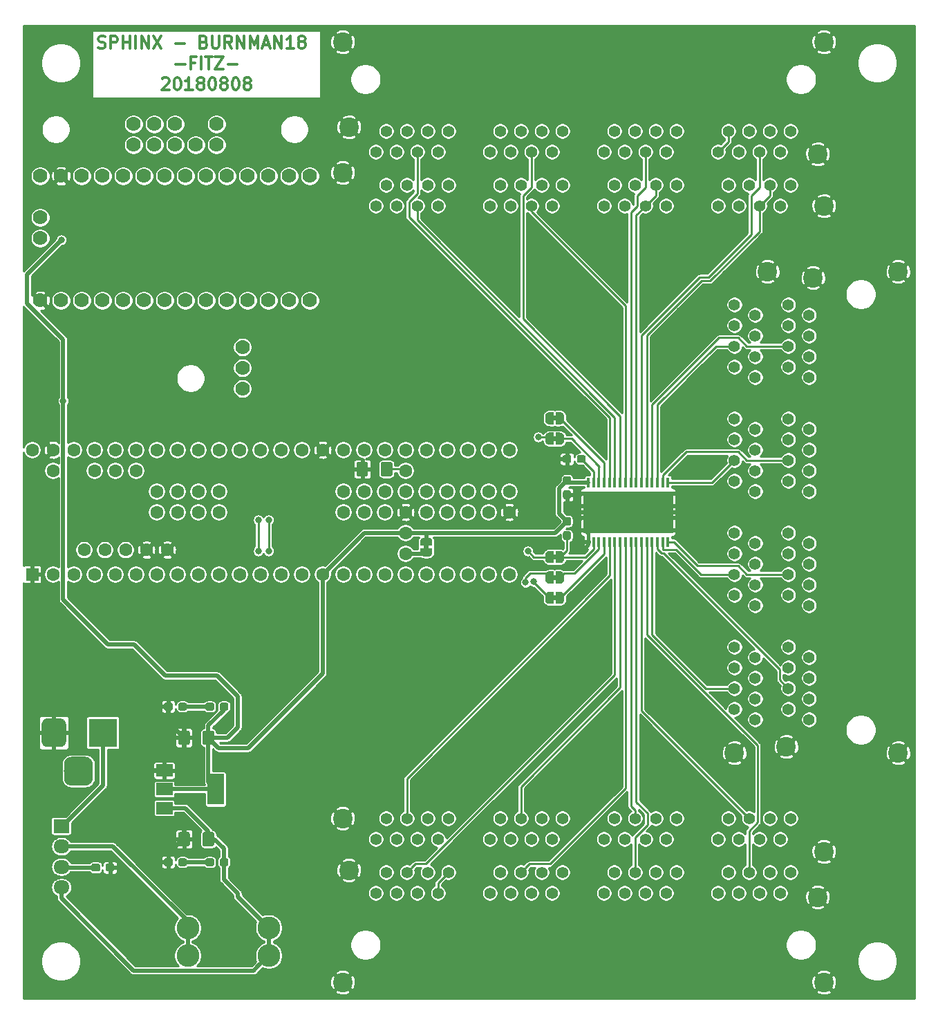
<source format=gtl>
G04 #@! TF.GenerationSoftware,KiCad,Pcbnew,(5.0.0-rc2-dev-444-g2974a2c10)*
G04 #@! TF.CreationDate,2018-08-08T23:01:05-07:00*
G04 #@! TF.ProjectId,mcu_board,6D63755F626F6172642E6B696361645F,rev?*
G04 #@! TF.SameCoordinates,Original*
G04 #@! TF.FileFunction,Copper,L1,Top,Signal*
G04 #@! TF.FilePolarity,Positive*
%FSLAX46Y46*%
G04 Gerber Fmt 4.6, Leading zero omitted, Abs format (unit mm)*
G04 Created by KiCad (PCBNEW (5.0.0-rc2-dev-444-g2974a2c10)) date 08/08/18 23:01:05*
%MOMM*%
%LPD*%
G01*
G04 APERTURE LIST*
%ADD10C,0.300000*%
%ADD11R,1.950000X1.700000*%
%ADD12O,1.950000X1.700000*%
%ADD13C,0.100000*%
%ADD14C,0.950000*%
%ADD15C,0.500000*%
%ADD16C,1.425000*%
%ADD17R,3.500000X3.500000*%
%ADD18C,3.000000*%
%ADD19C,3.500000*%
%ADD20C,2.780000*%
%ADD21R,0.400000X1.200000*%
%ADD22R,11.000000X5.200000*%
%ADD23C,0.600000*%
%ADD24R,2.000000X3.800000*%
%ADD25R,2.000000X1.500000*%
%ADD26C,1.778000*%
%ADD27C,1.408000*%
%ADD28C,2.400000*%
%ADD29C,1.600000*%
%ADD30R,1.600000X1.600000*%
%ADD31C,0.800000*%
%ADD32C,0.500000*%
%ADD33C,0.250000*%
%ADD34C,0.400000*%
G04 APERTURE END LIST*
D10*
X9610000Y-3137142D02*
X9824285Y-3208571D01*
X10181428Y-3208571D01*
X10324285Y-3137142D01*
X10395714Y-3065714D01*
X10467142Y-2922857D01*
X10467142Y-2780000D01*
X10395714Y-2637142D01*
X10324285Y-2565714D01*
X10181428Y-2494285D01*
X9895714Y-2422857D01*
X9752857Y-2351428D01*
X9681428Y-2280000D01*
X9610000Y-2137142D01*
X9610000Y-1994285D01*
X9681428Y-1851428D01*
X9752857Y-1780000D01*
X9895714Y-1708571D01*
X10252857Y-1708571D01*
X10467142Y-1780000D01*
X11110000Y-3208571D02*
X11110000Y-1708571D01*
X11681428Y-1708571D01*
X11824285Y-1780000D01*
X11895714Y-1851428D01*
X11967142Y-1994285D01*
X11967142Y-2208571D01*
X11895714Y-2351428D01*
X11824285Y-2422857D01*
X11681428Y-2494285D01*
X11110000Y-2494285D01*
X12610000Y-3208571D02*
X12610000Y-1708571D01*
X12610000Y-2422857D02*
X13467142Y-2422857D01*
X13467142Y-3208571D02*
X13467142Y-1708571D01*
X14181428Y-3208571D02*
X14181428Y-1708571D01*
X14895714Y-3208571D02*
X14895714Y-1708571D01*
X15752857Y-3208571D01*
X15752857Y-1708571D01*
X16324285Y-1708571D02*
X17324285Y-3208571D01*
X17324285Y-1708571D02*
X16324285Y-3208571D01*
X19038571Y-2637142D02*
X20181428Y-2637142D01*
X22538571Y-2422857D02*
X22752857Y-2494285D01*
X22824285Y-2565714D01*
X22895714Y-2708571D01*
X22895714Y-2922857D01*
X22824285Y-3065714D01*
X22752857Y-3137142D01*
X22610000Y-3208571D01*
X22038571Y-3208571D01*
X22038571Y-1708571D01*
X22538571Y-1708571D01*
X22681428Y-1780000D01*
X22752857Y-1851428D01*
X22824285Y-1994285D01*
X22824285Y-2137142D01*
X22752857Y-2280000D01*
X22681428Y-2351428D01*
X22538571Y-2422857D01*
X22038571Y-2422857D01*
X23538571Y-1708571D02*
X23538571Y-2922857D01*
X23610000Y-3065714D01*
X23681428Y-3137142D01*
X23824285Y-3208571D01*
X24110000Y-3208571D01*
X24252857Y-3137142D01*
X24324285Y-3065714D01*
X24395714Y-2922857D01*
X24395714Y-1708571D01*
X25967142Y-3208571D02*
X25467142Y-2494285D01*
X25109999Y-3208571D02*
X25109999Y-1708571D01*
X25681428Y-1708571D01*
X25824285Y-1780000D01*
X25895714Y-1851428D01*
X25967142Y-1994285D01*
X25967142Y-2208571D01*
X25895714Y-2351428D01*
X25824285Y-2422857D01*
X25681428Y-2494285D01*
X25109999Y-2494285D01*
X26610000Y-3208571D02*
X26610000Y-1708571D01*
X27467142Y-3208571D01*
X27467142Y-1708571D01*
X28181428Y-3208571D02*
X28181428Y-1708571D01*
X28681428Y-2780000D01*
X29181428Y-1708571D01*
X29181428Y-3208571D01*
X29824285Y-2780000D02*
X30538571Y-2780000D01*
X29681428Y-3208571D02*
X30181428Y-1708571D01*
X30681428Y-3208571D01*
X31181428Y-3208571D02*
X31181428Y-1708571D01*
X32038571Y-3208571D01*
X32038571Y-1708571D01*
X33538571Y-3208571D02*
X32681428Y-3208571D01*
X33109999Y-3208571D02*
X33109999Y-1708571D01*
X32967142Y-1922857D01*
X32824285Y-2065714D01*
X32681428Y-2137142D01*
X34395714Y-2351428D02*
X34252857Y-2280000D01*
X34181428Y-2208571D01*
X34110000Y-2065714D01*
X34110000Y-1994285D01*
X34181428Y-1851428D01*
X34252857Y-1780000D01*
X34395714Y-1708571D01*
X34681428Y-1708571D01*
X34824285Y-1780000D01*
X34895714Y-1851428D01*
X34967142Y-1994285D01*
X34967142Y-2065714D01*
X34895714Y-2208571D01*
X34824285Y-2280000D01*
X34681428Y-2351428D01*
X34395714Y-2351428D01*
X34252857Y-2422857D01*
X34181428Y-2494285D01*
X34110000Y-2637142D01*
X34110000Y-2922857D01*
X34181428Y-3065714D01*
X34252857Y-3137142D01*
X34395714Y-3208571D01*
X34681428Y-3208571D01*
X34824285Y-3137142D01*
X34895714Y-3065714D01*
X34967142Y-2922857D01*
X34967142Y-2637142D01*
X34895714Y-2494285D01*
X34824285Y-2422857D01*
X34681428Y-2351428D01*
X19074285Y-5187142D02*
X20217142Y-5187142D01*
X21431428Y-4972857D02*
X20931428Y-4972857D01*
X20931428Y-5758571D02*
X20931428Y-4258571D01*
X21645714Y-4258571D01*
X22217142Y-5758571D02*
X22217142Y-4258571D01*
X22717142Y-4258571D02*
X23574285Y-4258571D01*
X23145714Y-5758571D02*
X23145714Y-4258571D01*
X23931428Y-4258571D02*
X24931428Y-4258571D01*
X23931428Y-5758571D01*
X24931428Y-5758571D01*
X25502857Y-5187142D02*
X26645714Y-5187142D01*
X17431428Y-6951428D02*
X17502857Y-6880000D01*
X17645714Y-6808571D01*
X18002857Y-6808571D01*
X18145714Y-6880000D01*
X18217142Y-6951428D01*
X18288571Y-7094285D01*
X18288571Y-7237142D01*
X18217142Y-7451428D01*
X17359999Y-8308571D01*
X18288571Y-8308571D01*
X19217142Y-6808571D02*
X19359999Y-6808571D01*
X19502857Y-6880000D01*
X19574285Y-6951428D01*
X19645714Y-7094285D01*
X19717142Y-7380000D01*
X19717142Y-7737142D01*
X19645714Y-8022857D01*
X19574285Y-8165714D01*
X19502857Y-8237142D01*
X19359999Y-8308571D01*
X19217142Y-8308571D01*
X19074285Y-8237142D01*
X19002857Y-8165714D01*
X18931428Y-8022857D01*
X18859999Y-7737142D01*
X18859999Y-7380000D01*
X18931428Y-7094285D01*
X19002857Y-6951428D01*
X19074285Y-6880000D01*
X19217142Y-6808571D01*
X21145714Y-8308571D02*
X20288571Y-8308571D01*
X20717142Y-8308571D02*
X20717142Y-6808571D01*
X20574285Y-7022857D01*
X20431428Y-7165714D01*
X20288571Y-7237142D01*
X22002857Y-7451428D02*
X21859999Y-7380000D01*
X21788571Y-7308571D01*
X21717142Y-7165714D01*
X21717142Y-7094285D01*
X21788571Y-6951428D01*
X21859999Y-6880000D01*
X22002857Y-6808571D01*
X22288571Y-6808571D01*
X22431428Y-6880000D01*
X22502857Y-6951428D01*
X22574285Y-7094285D01*
X22574285Y-7165714D01*
X22502857Y-7308571D01*
X22431428Y-7380000D01*
X22288571Y-7451428D01*
X22002857Y-7451428D01*
X21859999Y-7522857D01*
X21788571Y-7594285D01*
X21717142Y-7737142D01*
X21717142Y-8022857D01*
X21788571Y-8165714D01*
X21859999Y-8237142D01*
X22002857Y-8308571D01*
X22288571Y-8308571D01*
X22431428Y-8237142D01*
X22502857Y-8165714D01*
X22574285Y-8022857D01*
X22574285Y-7737142D01*
X22502857Y-7594285D01*
X22431428Y-7522857D01*
X22288571Y-7451428D01*
X23502857Y-6808571D02*
X23645714Y-6808571D01*
X23788571Y-6880000D01*
X23859999Y-6951428D01*
X23931428Y-7094285D01*
X24002857Y-7380000D01*
X24002857Y-7737142D01*
X23931428Y-8022857D01*
X23859999Y-8165714D01*
X23788571Y-8237142D01*
X23645714Y-8308571D01*
X23502857Y-8308571D01*
X23359999Y-8237142D01*
X23288571Y-8165714D01*
X23217142Y-8022857D01*
X23145714Y-7737142D01*
X23145714Y-7380000D01*
X23217142Y-7094285D01*
X23288571Y-6951428D01*
X23359999Y-6880000D01*
X23502857Y-6808571D01*
X24859999Y-7451428D02*
X24717142Y-7380000D01*
X24645714Y-7308571D01*
X24574285Y-7165714D01*
X24574285Y-7094285D01*
X24645714Y-6951428D01*
X24717142Y-6880000D01*
X24859999Y-6808571D01*
X25145714Y-6808571D01*
X25288571Y-6880000D01*
X25359999Y-6951428D01*
X25431428Y-7094285D01*
X25431428Y-7165714D01*
X25359999Y-7308571D01*
X25288571Y-7380000D01*
X25145714Y-7451428D01*
X24859999Y-7451428D01*
X24717142Y-7522857D01*
X24645714Y-7594285D01*
X24574285Y-7737142D01*
X24574285Y-8022857D01*
X24645714Y-8165714D01*
X24717142Y-8237142D01*
X24859999Y-8308571D01*
X25145714Y-8308571D01*
X25288571Y-8237142D01*
X25359999Y-8165714D01*
X25431428Y-8022857D01*
X25431428Y-7737142D01*
X25359999Y-7594285D01*
X25288571Y-7522857D01*
X25145714Y-7451428D01*
X26360000Y-6808571D02*
X26502857Y-6808571D01*
X26645714Y-6880000D01*
X26717142Y-6951428D01*
X26788571Y-7094285D01*
X26859999Y-7380000D01*
X26859999Y-7737142D01*
X26788571Y-8022857D01*
X26717142Y-8165714D01*
X26645714Y-8237142D01*
X26502857Y-8308571D01*
X26360000Y-8308571D01*
X26217142Y-8237142D01*
X26145714Y-8165714D01*
X26074285Y-8022857D01*
X26002857Y-7737142D01*
X26002857Y-7380000D01*
X26074285Y-7094285D01*
X26145714Y-6951428D01*
X26217142Y-6880000D01*
X26360000Y-6808571D01*
X27717142Y-7451428D02*
X27574285Y-7380000D01*
X27502857Y-7308571D01*
X27431428Y-7165714D01*
X27431428Y-7094285D01*
X27502857Y-6951428D01*
X27574285Y-6880000D01*
X27717142Y-6808571D01*
X28002857Y-6808571D01*
X28145714Y-6880000D01*
X28217142Y-6951428D01*
X28288571Y-7094285D01*
X28288571Y-7165714D01*
X28217142Y-7308571D01*
X28145714Y-7380000D01*
X28002857Y-7451428D01*
X27717142Y-7451428D01*
X27574285Y-7522857D01*
X27502857Y-7594285D01*
X27431428Y-7737142D01*
X27431428Y-8022857D01*
X27502857Y-8165714D01*
X27574285Y-8237142D01*
X27717142Y-8308571D01*
X28002857Y-8308571D01*
X28145714Y-8237142D01*
X28217142Y-8165714D01*
X28288571Y-8022857D01*
X28288571Y-7737142D01*
X28217142Y-7594285D01*
X28145714Y-7522857D01*
X28002857Y-7451428D01*
D11*
X5080000Y-98440000D03*
D12*
X5080000Y-100940000D03*
X5080000Y-103440000D03*
X5080000Y-105940000D03*
D13*
G36*
X11345779Y-103046144D02*
X11368834Y-103049563D01*
X11391443Y-103055227D01*
X11413387Y-103063079D01*
X11434457Y-103073044D01*
X11454448Y-103085026D01*
X11473168Y-103098910D01*
X11490438Y-103114562D01*
X11506090Y-103131832D01*
X11519974Y-103150552D01*
X11531956Y-103170543D01*
X11541921Y-103191613D01*
X11549773Y-103213557D01*
X11555437Y-103236166D01*
X11558856Y-103259221D01*
X11560000Y-103282500D01*
X11560000Y-103757500D01*
X11558856Y-103780779D01*
X11555437Y-103803834D01*
X11549773Y-103826443D01*
X11541921Y-103848387D01*
X11531956Y-103869457D01*
X11519974Y-103889448D01*
X11506090Y-103908168D01*
X11490438Y-103925438D01*
X11473168Y-103941090D01*
X11454448Y-103954974D01*
X11434457Y-103966956D01*
X11413387Y-103976921D01*
X11391443Y-103984773D01*
X11368834Y-103990437D01*
X11345779Y-103993856D01*
X11322500Y-103995000D01*
X10747500Y-103995000D01*
X10724221Y-103993856D01*
X10701166Y-103990437D01*
X10678557Y-103984773D01*
X10656613Y-103976921D01*
X10635543Y-103966956D01*
X10615552Y-103954974D01*
X10596832Y-103941090D01*
X10579562Y-103925438D01*
X10563910Y-103908168D01*
X10550026Y-103889448D01*
X10538044Y-103869457D01*
X10528079Y-103848387D01*
X10520227Y-103826443D01*
X10514563Y-103803834D01*
X10511144Y-103780779D01*
X10510000Y-103757500D01*
X10510000Y-103282500D01*
X10511144Y-103259221D01*
X10514563Y-103236166D01*
X10520227Y-103213557D01*
X10528079Y-103191613D01*
X10538044Y-103170543D01*
X10550026Y-103150552D01*
X10563910Y-103131832D01*
X10579562Y-103114562D01*
X10596832Y-103098910D01*
X10615552Y-103085026D01*
X10635543Y-103073044D01*
X10656613Y-103063079D01*
X10678557Y-103055227D01*
X10701166Y-103049563D01*
X10724221Y-103046144D01*
X10747500Y-103045000D01*
X11322500Y-103045000D01*
X11345779Y-103046144D01*
X11345779Y-103046144D01*
G37*
D14*
X11035000Y-103520000D03*
D13*
G36*
X9595779Y-103046144D02*
X9618834Y-103049563D01*
X9641443Y-103055227D01*
X9663387Y-103063079D01*
X9684457Y-103073044D01*
X9704448Y-103085026D01*
X9723168Y-103098910D01*
X9740438Y-103114562D01*
X9756090Y-103131832D01*
X9769974Y-103150552D01*
X9781956Y-103170543D01*
X9791921Y-103191613D01*
X9799773Y-103213557D01*
X9805437Y-103236166D01*
X9808856Y-103259221D01*
X9810000Y-103282500D01*
X9810000Y-103757500D01*
X9808856Y-103780779D01*
X9805437Y-103803834D01*
X9799773Y-103826443D01*
X9791921Y-103848387D01*
X9781956Y-103869457D01*
X9769974Y-103889448D01*
X9756090Y-103908168D01*
X9740438Y-103925438D01*
X9723168Y-103941090D01*
X9704448Y-103954974D01*
X9684457Y-103966956D01*
X9663387Y-103976921D01*
X9641443Y-103984773D01*
X9618834Y-103990437D01*
X9595779Y-103993856D01*
X9572500Y-103995000D01*
X8997500Y-103995000D01*
X8974221Y-103993856D01*
X8951166Y-103990437D01*
X8928557Y-103984773D01*
X8906613Y-103976921D01*
X8885543Y-103966956D01*
X8865552Y-103954974D01*
X8846832Y-103941090D01*
X8829562Y-103925438D01*
X8813910Y-103908168D01*
X8800026Y-103889448D01*
X8788044Y-103869457D01*
X8778079Y-103848387D01*
X8770227Y-103826443D01*
X8764563Y-103803834D01*
X8761144Y-103780779D01*
X8760000Y-103757500D01*
X8760000Y-103282500D01*
X8761144Y-103259221D01*
X8764563Y-103236166D01*
X8770227Y-103213557D01*
X8778079Y-103191613D01*
X8788044Y-103170543D01*
X8800026Y-103150552D01*
X8813910Y-103131832D01*
X8829562Y-103114562D01*
X8846832Y-103098910D01*
X8865552Y-103085026D01*
X8885543Y-103073044D01*
X8906613Y-103063079D01*
X8928557Y-103055227D01*
X8951166Y-103049563D01*
X8974221Y-103046144D01*
X8997500Y-103045000D01*
X9572500Y-103045000D01*
X9595779Y-103046144D01*
X9595779Y-103046144D01*
G37*
D14*
X9285000Y-103520000D03*
D15*
X49771097Y-63623964D03*
D13*
G36*
X50071097Y-64123964D02*
X50071097Y-64523964D01*
X49471097Y-64523964D01*
X49471097Y-64123964D01*
X49021097Y-64123964D01*
X49021097Y-63623964D01*
X49021699Y-63623964D01*
X49021699Y-63599430D01*
X49026509Y-63550599D01*
X49036081Y-63502474D01*
X49050325Y-63455519D01*
X49069102Y-63410186D01*
X49092233Y-63366913D01*
X49119493Y-63326114D01*
X49150621Y-63288185D01*
X49185318Y-63253488D01*
X49223247Y-63222360D01*
X49264046Y-63195100D01*
X49307319Y-63171969D01*
X49352652Y-63153192D01*
X49399607Y-63138948D01*
X49447732Y-63129376D01*
X49496563Y-63124566D01*
X49521097Y-63124566D01*
X49521097Y-63123964D01*
X50021097Y-63123964D01*
X50021097Y-63124566D01*
X50045631Y-63124566D01*
X50094462Y-63129376D01*
X50142587Y-63138948D01*
X50189542Y-63153192D01*
X50234875Y-63171969D01*
X50278148Y-63195100D01*
X50318947Y-63222360D01*
X50356876Y-63253488D01*
X50391573Y-63288185D01*
X50422701Y-63326114D01*
X50449961Y-63366913D01*
X50473092Y-63410186D01*
X50491869Y-63455519D01*
X50506113Y-63502474D01*
X50515685Y-63550599D01*
X50520495Y-63599430D01*
X50520495Y-63623964D01*
X50521097Y-63623964D01*
X50521097Y-64123964D01*
X50071097Y-64123964D01*
X50071097Y-64123964D01*
G37*
D15*
X49771097Y-64923964D03*
D13*
G36*
X50520495Y-64923964D02*
X50520495Y-64948498D01*
X50515685Y-64997329D01*
X50506113Y-65045454D01*
X50491869Y-65092409D01*
X50473092Y-65137742D01*
X50449961Y-65181015D01*
X50422701Y-65221814D01*
X50391573Y-65259743D01*
X50356876Y-65294440D01*
X50318947Y-65325568D01*
X50278148Y-65352828D01*
X50234875Y-65375959D01*
X50189542Y-65394736D01*
X50142587Y-65408980D01*
X50094462Y-65418552D01*
X50045631Y-65423362D01*
X50021097Y-65423362D01*
X50021097Y-65423964D01*
X49521097Y-65423964D01*
X49521097Y-65423362D01*
X49496563Y-65423362D01*
X49447732Y-65418552D01*
X49399607Y-65408980D01*
X49352652Y-65394736D01*
X49307319Y-65375959D01*
X49264046Y-65352828D01*
X49223247Y-65325568D01*
X49185318Y-65294440D01*
X49150621Y-65259743D01*
X49119493Y-65221814D01*
X49092233Y-65181015D01*
X49069102Y-65137742D01*
X49050325Y-65092409D01*
X49036081Y-65045454D01*
X49026509Y-64997329D01*
X49021699Y-64948498D01*
X49021699Y-64923964D01*
X49021097Y-64923964D01*
X49021097Y-64423964D01*
X50521097Y-64423964D01*
X50521097Y-64923964D01*
X50520495Y-64923964D01*
X50520495Y-64923964D01*
G37*
G36*
X67260779Y-55601144D02*
X67283834Y-55604563D01*
X67306443Y-55610227D01*
X67328387Y-55618079D01*
X67349457Y-55628044D01*
X67369448Y-55640026D01*
X67388168Y-55653910D01*
X67405438Y-55669562D01*
X67421090Y-55686832D01*
X67434974Y-55705552D01*
X67446956Y-55725543D01*
X67456921Y-55746613D01*
X67464773Y-55768557D01*
X67470437Y-55791166D01*
X67473856Y-55814221D01*
X67475000Y-55837500D01*
X67475000Y-56412500D01*
X67473856Y-56435779D01*
X67470437Y-56458834D01*
X67464773Y-56481443D01*
X67456921Y-56503387D01*
X67446956Y-56524457D01*
X67434974Y-56544448D01*
X67421090Y-56563168D01*
X67405438Y-56580438D01*
X67388168Y-56596090D01*
X67369448Y-56609974D01*
X67349457Y-56621956D01*
X67328387Y-56631921D01*
X67306443Y-56639773D01*
X67283834Y-56645437D01*
X67260779Y-56648856D01*
X67237500Y-56650000D01*
X66762500Y-56650000D01*
X66739221Y-56648856D01*
X66716166Y-56645437D01*
X66693557Y-56639773D01*
X66671613Y-56631921D01*
X66650543Y-56621956D01*
X66630552Y-56609974D01*
X66611832Y-56596090D01*
X66594562Y-56580438D01*
X66578910Y-56563168D01*
X66565026Y-56544448D01*
X66553044Y-56524457D01*
X66543079Y-56503387D01*
X66535227Y-56481443D01*
X66529563Y-56458834D01*
X66526144Y-56435779D01*
X66525000Y-56412500D01*
X66525000Y-55837500D01*
X66526144Y-55814221D01*
X66529563Y-55791166D01*
X66535227Y-55768557D01*
X66543079Y-55746613D01*
X66553044Y-55725543D01*
X66565026Y-55705552D01*
X66578910Y-55686832D01*
X66594562Y-55669562D01*
X66611832Y-55653910D01*
X66630552Y-55640026D01*
X66650543Y-55628044D01*
X66671613Y-55618079D01*
X66693557Y-55610227D01*
X66716166Y-55604563D01*
X66739221Y-55601144D01*
X66762500Y-55600000D01*
X67237500Y-55600000D01*
X67260779Y-55601144D01*
X67260779Y-55601144D01*
G37*
D14*
X67000000Y-56125000D03*
D13*
G36*
X67260779Y-57351144D02*
X67283834Y-57354563D01*
X67306443Y-57360227D01*
X67328387Y-57368079D01*
X67349457Y-57378044D01*
X67369448Y-57390026D01*
X67388168Y-57403910D01*
X67405438Y-57419562D01*
X67421090Y-57436832D01*
X67434974Y-57455552D01*
X67446956Y-57475543D01*
X67456921Y-57496613D01*
X67464773Y-57518557D01*
X67470437Y-57541166D01*
X67473856Y-57564221D01*
X67475000Y-57587500D01*
X67475000Y-58162500D01*
X67473856Y-58185779D01*
X67470437Y-58208834D01*
X67464773Y-58231443D01*
X67456921Y-58253387D01*
X67446956Y-58274457D01*
X67434974Y-58294448D01*
X67421090Y-58313168D01*
X67405438Y-58330438D01*
X67388168Y-58346090D01*
X67369448Y-58359974D01*
X67349457Y-58371956D01*
X67328387Y-58381921D01*
X67306443Y-58389773D01*
X67283834Y-58395437D01*
X67260779Y-58398856D01*
X67237500Y-58400000D01*
X66762500Y-58400000D01*
X66739221Y-58398856D01*
X66716166Y-58395437D01*
X66693557Y-58389773D01*
X66671613Y-58381921D01*
X66650543Y-58371956D01*
X66630552Y-58359974D01*
X66611832Y-58346090D01*
X66594562Y-58330438D01*
X66578910Y-58313168D01*
X66565026Y-58294448D01*
X66553044Y-58274457D01*
X66543079Y-58253387D01*
X66535227Y-58231443D01*
X66529563Y-58208834D01*
X66526144Y-58185779D01*
X66525000Y-58162500D01*
X66525000Y-57587500D01*
X66526144Y-57564221D01*
X66529563Y-57541166D01*
X66535227Y-57518557D01*
X66543079Y-57496613D01*
X66553044Y-57475543D01*
X66565026Y-57455552D01*
X66578910Y-57436832D01*
X66594562Y-57419562D01*
X66611832Y-57403910D01*
X66630552Y-57390026D01*
X66650543Y-57378044D01*
X66671613Y-57368079D01*
X66693557Y-57360227D01*
X66716166Y-57354563D01*
X66739221Y-57351144D01*
X66762500Y-57350000D01*
X67237500Y-57350000D01*
X67260779Y-57351144D01*
X67260779Y-57351144D01*
G37*
D14*
X67000000Y-57875000D03*
D13*
G36*
X23564504Y-99176204D02*
X23588773Y-99179804D01*
X23612571Y-99185765D01*
X23635671Y-99194030D01*
X23657849Y-99204520D01*
X23678893Y-99217133D01*
X23698598Y-99231747D01*
X23716777Y-99248223D01*
X23733253Y-99266402D01*
X23747867Y-99286107D01*
X23760480Y-99307151D01*
X23770970Y-99329329D01*
X23779235Y-99352429D01*
X23785196Y-99376227D01*
X23788796Y-99400496D01*
X23790000Y-99425000D01*
X23790000Y-100675000D01*
X23788796Y-100699504D01*
X23785196Y-100723773D01*
X23779235Y-100747571D01*
X23770970Y-100770671D01*
X23760480Y-100792849D01*
X23747867Y-100813893D01*
X23733253Y-100833598D01*
X23716777Y-100851777D01*
X23698598Y-100868253D01*
X23678893Y-100882867D01*
X23657849Y-100895480D01*
X23635671Y-100905970D01*
X23612571Y-100914235D01*
X23588773Y-100920196D01*
X23564504Y-100923796D01*
X23540000Y-100925000D01*
X22615000Y-100925000D01*
X22590496Y-100923796D01*
X22566227Y-100920196D01*
X22542429Y-100914235D01*
X22519329Y-100905970D01*
X22497151Y-100895480D01*
X22476107Y-100882867D01*
X22456402Y-100868253D01*
X22438223Y-100851777D01*
X22421747Y-100833598D01*
X22407133Y-100813893D01*
X22394520Y-100792849D01*
X22384030Y-100770671D01*
X22375765Y-100747571D01*
X22369804Y-100723773D01*
X22366204Y-100699504D01*
X22365000Y-100675000D01*
X22365000Y-99425000D01*
X22366204Y-99400496D01*
X22369804Y-99376227D01*
X22375765Y-99352429D01*
X22384030Y-99329329D01*
X22394520Y-99307151D01*
X22407133Y-99286107D01*
X22421747Y-99266402D01*
X22438223Y-99248223D01*
X22456402Y-99231747D01*
X22476107Y-99217133D01*
X22497151Y-99204520D01*
X22519329Y-99194030D01*
X22542429Y-99185765D01*
X22566227Y-99179804D01*
X22590496Y-99176204D01*
X22615000Y-99175000D01*
X23540000Y-99175000D01*
X23564504Y-99176204D01*
X23564504Y-99176204D01*
G37*
D16*
X23077500Y-100050000D03*
D13*
G36*
X20589504Y-99176204D02*
X20613773Y-99179804D01*
X20637571Y-99185765D01*
X20660671Y-99194030D01*
X20682849Y-99204520D01*
X20703893Y-99217133D01*
X20723598Y-99231747D01*
X20741777Y-99248223D01*
X20758253Y-99266402D01*
X20772867Y-99286107D01*
X20785480Y-99307151D01*
X20795970Y-99329329D01*
X20804235Y-99352429D01*
X20810196Y-99376227D01*
X20813796Y-99400496D01*
X20815000Y-99425000D01*
X20815000Y-100675000D01*
X20813796Y-100699504D01*
X20810196Y-100723773D01*
X20804235Y-100747571D01*
X20795970Y-100770671D01*
X20785480Y-100792849D01*
X20772867Y-100813893D01*
X20758253Y-100833598D01*
X20741777Y-100851777D01*
X20723598Y-100868253D01*
X20703893Y-100882867D01*
X20682849Y-100895480D01*
X20660671Y-100905970D01*
X20637571Y-100914235D01*
X20613773Y-100920196D01*
X20589504Y-100923796D01*
X20565000Y-100925000D01*
X19640000Y-100925000D01*
X19615496Y-100923796D01*
X19591227Y-100920196D01*
X19567429Y-100914235D01*
X19544329Y-100905970D01*
X19522151Y-100895480D01*
X19501107Y-100882867D01*
X19481402Y-100868253D01*
X19463223Y-100851777D01*
X19446747Y-100833598D01*
X19432133Y-100813893D01*
X19419520Y-100792849D01*
X19409030Y-100770671D01*
X19400765Y-100747571D01*
X19394804Y-100723773D01*
X19391204Y-100699504D01*
X19390000Y-100675000D01*
X19390000Y-99425000D01*
X19391204Y-99400496D01*
X19394804Y-99376227D01*
X19400765Y-99352429D01*
X19409030Y-99329329D01*
X19419520Y-99307151D01*
X19432133Y-99286107D01*
X19446747Y-99266402D01*
X19463223Y-99248223D01*
X19481402Y-99231747D01*
X19501107Y-99217133D01*
X19522151Y-99204520D01*
X19544329Y-99194030D01*
X19567429Y-99185765D01*
X19591227Y-99179804D01*
X19615496Y-99176204D01*
X19640000Y-99175000D01*
X20565000Y-99175000D01*
X20589504Y-99176204D01*
X20589504Y-99176204D01*
G37*
D16*
X20102500Y-100050000D03*
D13*
G36*
X23564504Y-86756204D02*
X23588773Y-86759804D01*
X23612571Y-86765765D01*
X23635671Y-86774030D01*
X23657849Y-86784520D01*
X23678893Y-86797133D01*
X23698598Y-86811747D01*
X23716777Y-86828223D01*
X23733253Y-86846402D01*
X23747867Y-86866107D01*
X23760480Y-86887151D01*
X23770970Y-86909329D01*
X23779235Y-86932429D01*
X23785196Y-86956227D01*
X23788796Y-86980496D01*
X23790000Y-87005000D01*
X23790000Y-88255000D01*
X23788796Y-88279504D01*
X23785196Y-88303773D01*
X23779235Y-88327571D01*
X23770970Y-88350671D01*
X23760480Y-88372849D01*
X23747867Y-88393893D01*
X23733253Y-88413598D01*
X23716777Y-88431777D01*
X23698598Y-88448253D01*
X23678893Y-88462867D01*
X23657849Y-88475480D01*
X23635671Y-88485970D01*
X23612571Y-88494235D01*
X23588773Y-88500196D01*
X23564504Y-88503796D01*
X23540000Y-88505000D01*
X22615000Y-88505000D01*
X22590496Y-88503796D01*
X22566227Y-88500196D01*
X22542429Y-88494235D01*
X22519329Y-88485970D01*
X22497151Y-88475480D01*
X22476107Y-88462867D01*
X22456402Y-88448253D01*
X22438223Y-88431777D01*
X22421747Y-88413598D01*
X22407133Y-88393893D01*
X22394520Y-88372849D01*
X22384030Y-88350671D01*
X22375765Y-88327571D01*
X22369804Y-88303773D01*
X22366204Y-88279504D01*
X22365000Y-88255000D01*
X22365000Y-87005000D01*
X22366204Y-86980496D01*
X22369804Y-86956227D01*
X22375765Y-86932429D01*
X22384030Y-86909329D01*
X22394520Y-86887151D01*
X22407133Y-86866107D01*
X22421747Y-86846402D01*
X22438223Y-86828223D01*
X22456402Y-86811747D01*
X22476107Y-86797133D01*
X22497151Y-86784520D01*
X22519329Y-86774030D01*
X22542429Y-86765765D01*
X22566227Y-86759804D01*
X22590496Y-86756204D01*
X22615000Y-86755000D01*
X23540000Y-86755000D01*
X23564504Y-86756204D01*
X23564504Y-86756204D01*
G37*
D16*
X23077500Y-87630000D03*
D13*
G36*
X20589504Y-86756204D02*
X20613773Y-86759804D01*
X20637571Y-86765765D01*
X20660671Y-86774030D01*
X20682849Y-86784520D01*
X20703893Y-86797133D01*
X20723598Y-86811747D01*
X20741777Y-86828223D01*
X20758253Y-86846402D01*
X20772867Y-86866107D01*
X20785480Y-86887151D01*
X20795970Y-86909329D01*
X20804235Y-86932429D01*
X20810196Y-86956227D01*
X20813796Y-86980496D01*
X20815000Y-87005000D01*
X20815000Y-88255000D01*
X20813796Y-88279504D01*
X20810196Y-88303773D01*
X20804235Y-88327571D01*
X20795970Y-88350671D01*
X20785480Y-88372849D01*
X20772867Y-88393893D01*
X20758253Y-88413598D01*
X20741777Y-88431777D01*
X20723598Y-88448253D01*
X20703893Y-88462867D01*
X20682849Y-88475480D01*
X20660671Y-88485970D01*
X20637571Y-88494235D01*
X20613773Y-88500196D01*
X20589504Y-88503796D01*
X20565000Y-88505000D01*
X19640000Y-88505000D01*
X19615496Y-88503796D01*
X19591227Y-88500196D01*
X19567429Y-88494235D01*
X19544329Y-88485970D01*
X19522151Y-88475480D01*
X19501107Y-88462867D01*
X19481402Y-88448253D01*
X19463223Y-88431777D01*
X19446747Y-88413598D01*
X19432133Y-88393893D01*
X19419520Y-88372849D01*
X19409030Y-88350671D01*
X19400765Y-88327571D01*
X19394804Y-88303773D01*
X19391204Y-88279504D01*
X19390000Y-88255000D01*
X19390000Y-87005000D01*
X19391204Y-86980496D01*
X19394804Y-86956227D01*
X19400765Y-86932429D01*
X19409030Y-86909329D01*
X19419520Y-86887151D01*
X19432133Y-86866107D01*
X19446747Y-86846402D01*
X19463223Y-86828223D01*
X19481402Y-86811747D01*
X19501107Y-86797133D01*
X19522151Y-86784520D01*
X19544329Y-86774030D01*
X19567429Y-86765765D01*
X19591227Y-86759804D01*
X19615496Y-86756204D01*
X19640000Y-86755000D01*
X20565000Y-86755000D01*
X20589504Y-86756204D01*
X20589504Y-86756204D01*
G37*
D16*
X20102500Y-87630000D03*
D13*
G36*
X45395601Y-53860168D02*
X45419870Y-53863768D01*
X45443668Y-53869729D01*
X45466768Y-53877994D01*
X45488946Y-53888484D01*
X45509990Y-53901097D01*
X45529695Y-53915711D01*
X45547874Y-53932187D01*
X45564350Y-53950366D01*
X45578964Y-53970071D01*
X45591577Y-53991115D01*
X45602067Y-54013293D01*
X45610332Y-54036393D01*
X45616293Y-54060191D01*
X45619893Y-54084460D01*
X45621097Y-54108964D01*
X45621097Y-55358964D01*
X45619893Y-55383468D01*
X45616293Y-55407737D01*
X45610332Y-55431535D01*
X45602067Y-55454635D01*
X45591577Y-55476813D01*
X45578964Y-55497857D01*
X45564350Y-55517562D01*
X45547874Y-55535741D01*
X45529695Y-55552217D01*
X45509990Y-55566831D01*
X45488946Y-55579444D01*
X45466768Y-55589934D01*
X45443668Y-55598199D01*
X45419870Y-55604160D01*
X45395601Y-55607760D01*
X45371097Y-55608964D01*
X44446097Y-55608964D01*
X44421593Y-55607760D01*
X44397324Y-55604160D01*
X44373526Y-55598199D01*
X44350426Y-55589934D01*
X44328248Y-55579444D01*
X44307204Y-55566831D01*
X44287499Y-55552217D01*
X44269320Y-55535741D01*
X44252844Y-55517562D01*
X44238230Y-55497857D01*
X44225617Y-55476813D01*
X44215127Y-55454635D01*
X44206862Y-55431535D01*
X44200901Y-55407737D01*
X44197301Y-55383468D01*
X44196097Y-55358964D01*
X44196097Y-54108964D01*
X44197301Y-54084460D01*
X44200901Y-54060191D01*
X44206862Y-54036393D01*
X44215127Y-54013293D01*
X44225617Y-53991115D01*
X44238230Y-53970071D01*
X44252844Y-53950366D01*
X44269320Y-53932187D01*
X44287499Y-53915711D01*
X44307204Y-53901097D01*
X44328248Y-53888484D01*
X44350426Y-53877994D01*
X44373526Y-53869729D01*
X44397324Y-53863768D01*
X44421593Y-53860168D01*
X44446097Y-53858964D01*
X45371097Y-53858964D01*
X45395601Y-53860168D01*
X45395601Y-53860168D01*
G37*
D16*
X44908597Y-54733964D03*
D13*
G36*
X42420601Y-53860168D02*
X42444870Y-53863768D01*
X42468668Y-53869729D01*
X42491768Y-53877994D01*
X42513946Y-53888484D01*
X42534990Y-53901097D01*
X42554695Y-53915711D01*
X42572874Y-53932187D01*
X42589350Y-53950366D01*
X42603964Y-53970071D01*
X42616577Y-53991115D01*
X42627067Y-54013293D01*
X42635332Y-54036393D01*
X42641293Y-54060191D01*
X42644893Y-54084460D01*
X42646097Y-54108964D01*
X42646097Y-55358964D01*
X42644893Y-55383468D01*
X42641293Y-55407737D01*
X42635332Y-55431535D01*
X42627067Y-55454635D01*
X42616577Y-55476813D01*
X42603964Y-55497857D01*
X42589350Y-55517562D01*
X42572874Y-55535741D01*
X42554695Y-55552217D01*
X42534990Y-55566831D01*
X42513946Y-55579444D01*
X42491768Y-55589934D01*
X42468668Y-55598199D01*
X42444870Y-55604160D01*
X42420601Y-55607760D01*
X42396097Y-55608964D01*
X41471097Y-55608964D01*
X41446593Y-55607760D01*
X41422324Y-55604160D01*
X41398526Y-55598199D01*
X41375426Y-55589934D01*
X41353248Y-55579444D01*
X41332204Y-55566831D01*
X41312499Y-55552217D01*
X41294320Y-55535741D01*
X41277844Y-55517562D01*
X41263230Y-55497857D01*
X41250617Y-55476813D01*
X41240127Y-55454635D01*
X41231862Y-55431535D01*
X41225901Y-55407737D01*
X41222301Y-55383468D01*
X41221097Y-55358964D01*
X41221097Y-54108964D01*
X41222301Y-54084460D01*
X41225901Y-54060191D01*
X41231862Y-54036393D01*
X41240127Y-54013293D01*
X41250617Y-53991115D01*
X41263230Y-53970071D01*
X41277844Y-53950366D01*
X41294320Y-53932187D01*
X41312499Y-53915711D01*
X41332204Y-53901097D01*
X41353248Y-53888484D01*
X41375426Y-53877994D01*
X41398526Y-53869729D01*
X41422324Y-53863768D01*
X41446593Y-53860168D01*
X41471097Y-53858964D01*
X42396097Y-53858964D01*
X42420601Y-53860168D01*
X42420601Y-53860168D01*
G37*
D16*
X41933597Y-54733964D03*
D17*
X10160000Y-87010000D03*
D13*
G36*
X4983513Y-85263611D02*
X5056318Y-85274411D01*
X5127714Y-85292295D01*
X5197013Y-85317090D01*
X5263548Y-85348559D01*
X5326678Y-85386398D01*
X5385795Y-85430242D01*
X5440330Y-85479670D01*
X5489758Y-85534205D01*
X5533602Y-85593322D01*
X5571441Y-85656452D01*
X5602910Y-85722987D01*
X5627705Y-85792286D01*
X5645589Y-85863682D01*
X5656389Y-85936487D01*
X5660000Y-86010000D01*
X5660000Y-88010000D01*
X5656389Y-88083513D01*
X5645589Y-88156318D01*
X5627705Y-88227714D01*
X5602910Y-88297013D01*
X5571441Y-88363548D01*
X5533602Y-88426678D01*
X5489758Y-88485795D01*
X5440330Y-88540330D01*
X5385795Y-88589758D01*
X5326678Y-88633602D01*
X5263548Y-88671441D01*
X5197013Y-88702910D01*
X5127714Y-88727705D01*
X5056318Y-88745589D01*
X4983513Y-88756389D01*
X4910000Y-88760000D01*
X3410000Y-88760000D01*
X3336487Y-88756389D01*
X3263682Y-88745589D01*
X3192286Y-88727705D01*
X3122987Y-88702910D01*
X3056452Y-88671441D01*
X2993322Y-88633602D01*
X2934205Y-88589758D01*
X2879670Y-88540330D01*
X2830242Y-88485795D01*
X2786398Y-88426678D01*
X2748559Y-88363548D01*
X2717090Y-88297013D01*
X2692295Y-88227714D01*
X2674411Y-88156318D01*
X2663611Y-88083513D01*
X2660000Y-88010000D01*
X2660000Y-86010000D01*
X2663611Y-85936487D01*
X2674411Y-85863682D01*
X2692295Y-85792286D01*
X2717090Y-85722987D01*
X2748559Y-85656452D01*
X2786398Y-85593322D01*
X2830242Y-85534205D01*
X2879670Y-85479670D01*
X2934205Y-85430242D01*
X2993322Y-85386398D01*
X3056452Y-85348559D01*
X3122987Y-85317090D01*
X3192286Y-85292295D01*
X3263682Y-85274411D01*
X3336487Y-85263611D01*
X3410000Y-85260000D01*
X4910000Y-85260000D01*
X4983513Y-85263611D01*
X4983513Y-85263611D01*
G37*
D18*
X4160000Y-87010000D03*
D13*
G36*
X8120765Y-89964213D02*
X8205704Y-89976813D01*
X8288999Y-89997677D01*
X8369848Y-90026605D01*
X8447472Y-90063319D01*
X8521124Y-90107464D01*
X8590094Y-90158616D01*
X8653718Y-90216282D01*
X8711384Y-90279906D01*
X8762536Y-90348876D01*
X8806681Y-90422528D01*
X8843395Y-90500152D01*
X8872323Y-90581001D01*
X8893187Y-90664296D01*
X8905787Y-90749235D01*
X8910000Y-90835000D01*
X8910000Y-92585000D01*
X8905787Y-92670765D01*
X8893187Y-92755704D01*
X8872323Y-92838999D01*
X8843395Y-92919848D01*
X8806681Y-92997472D01*
X8762536Y-93071124D01*
X8711384Y-93140094D01*
X8653718Y-93203718D01*
X8590094Y-93261384D01*
X8521124Y-93312536D01*
X8447472Y-93356681D01*
X8369848Y-93393395D01*
X8288999Y-93422323D01*
X8205704Y-93443187D01*
X8120765Y-93455787D01*
X8035000Y-93460000D01*
X6285000Y-93460000D01*
X6199235Y-93455787D01*
X6114296Y-93443187D01*
X6031001Y-93422323D01*
X5950152Y-93393395D01*
X5872528Y-93356681D01*
X5798876Y-93312536D01*
X5729906Y-93261384D01*
X5666282Y-93203718D01*
X5608616Y-93140094D01*
X5557464Y-93071124D01*
X5513319Y-92997472D01*
X5476605Y-92919848D01*
X5447677Y-92838999D01*
X5426813Y-92755704D01*
X5414213Y-92670765D01*
X5410000Y-92585000D01*
X5410000Y-90835000D01*
X5414213Y-90749235D01*
X5426813Y-90664296D01*
X5447677Y-90581001D01*
X5476605Y-90500152D01*
X5513319Y-90422528D01*
X5557464Y-90348876D01*
X5608616Y-90279906D01*
X5666282Y-90216282D01*
X5729906Y-90158616D01*
X5798876Y-90107464D01*
X5872528Y-90063319D01*
X5950152Y-90026605D01*
X6031001Y-89997677D01*
X6114296Y-89976813D01*
X6199235Y-89964213D01*
X6285000Y-89960000D01*
X8035000Y-89960000D01*
X8120765Y-89964213D01*
X8120765Y-89964213D01*
G37*
D19*
X7160000Y-91710000D03*
D20*
X30480000Y-114300000D03*
X30480000Y-110900000D03*
X20560000Y-114300000D03*
X20560000Y-110900000D03*
D15*
X64850000Y-51000000D03*
D13*
G36*
X65350000Y-50700000D02*
X65750000Y-50700000D01*
X65750000Y-51300000D01*
X65350000Y-51300000D01*
X65350000Y-51750000D01*
X64850000Y-51750000D01*
X64850000Y-51749398D01*
X64825466Y-51749398D01*
X64776635Y-51744588D01*
X64728510Y-51735016D01*
X64681555Y-51720772D01*
X64636222Y-51701995D01*
X64592949Y-51678864D01*
X64552150Y-51651604D01*
X64514221Y-51620476D01*
X64479524Y-51585779D01*
X64448396Y-51547850D01*
X64421136Y-51507051D01*
X64398005Y-51463778D01*
X64379228Y-51418445D01*
X64364984Y-51371490D01*
X64355412Y-51323365D01*
X64350602Y-51274534D01*
X64350602Y-51250000D01*
X64350000Y-51250000D01*
X64350000Y-50750000D01*
X64350602Y-50750000D01*
X64350602Y-50725466D01*
X64355412Y-50676635D01*
X64364984Y-50628510D01*
X64379228Y-50581555D01*
X64398005Y-50536222D01*
X64421136Y-50492949D01*
X64448396Y-50452150D01*
X64479524Y-50414221D01*
X64514221Y-50379524D01*
X64552150Y-50348396D01*
X64592949Y-50321136D01*
X64636222Y-50298005D01*
X64681555Y-50279228D01*
X64728510Y-50264984D01*
X64776635Y-50255412D01*
X64825466Y-50250602D01*
X64850000Y-50250602D01*
X64850000Y-50250000D01*
X65350000Y-50250000D01*
X65350000Y-50700000D01*
X65350000Y-50700000D01*
G37*
D15*
X66150000Y-51000000D03*
D13*
G36*
X66150000Y-50250602D02*
X66174534Y-50250602D01*
X66223365Y-50255412D01*
X66271490Y-50264984D01*
X66318445Y-50279228D01*
X66363778Y-50298005D01*
X66407051Y-50321136D01*
X66447850Y-50348396D01*
X66485779Y-50379524D01*
X66520476Y-50414221D01*
X66551604Y-50452150D01*
X66578864Y-50492949D01*
X66601995Y-50536222D01*
X66620772Y-50581555D01*
X66635016Y-50628510D01*
X66644588Y-50676635D01*
X66649398Y-50725466D01*
X66649398Y-50750000D01*
X66650000Y-50750000D01*
X66650000Y-51250000D01*
X66649398Y-51250000D01*
X66649398Y-51274534D01*
X66644588Y-51323365D01*
X66635016Y-51371490D01*
X66620772Y-51418445D01*
X66601995Y-51463778D01*
X66578864Y-51507051D01*
X66551604Y-51547850D01*
X66520476Y-51585779D01*
X66485779Y-51620476D01*
X66447850Y-51651604D01*
X66407051Y-51678864D01*
X66363778Y-51701995D01*
X66318445Y-51720772D01*
X66271490Y-51735016D01*
X66223365Y-51744588D01*
X66174534Y-51749398D01*
X66150000Y-51749398D01*
X66150000Y-51750000D01*
X65650000Y-51750000D01*
X65650000Y-50250000D01*
X66150000Y-50250000D01*
X66150000Y-50250602D01*
X66150000Y-50250602D01*
G37*
D15*
X66150000Y-70500000D03*
D13*
G36*
X66150000Y-69750602D02*
X66174534Y-69750602D01*
X66223365Y-69755412D01*
X66271490Y-69764984D01*
X66318445Y-69779228D01*
X66363778Y-69798005D01*
X66407051Y-69821136D01*
X66447850Y-69848396D01*
X66485779Y-69879524D01*
X66520476Y-69914221D01*
X66551604Y-69952150D01*
X66578864Y-69992949D01*
X66601995Y-70036222D01*
X66620772Y-70081555D01*
X66635016Y-70128510D01*
X66644588Y-70176635D01*
X66649398Y-70225466D01*
X66649398Y-70250000D01*
X66650000Y-70250000D01*
X66650000Y-70750000D01*
X66649398Y-70750000D01*
X66649398Y-70774534D01*
X66644588Y-70823365D01*
X66635016Y-70871490D01*
X66620772Y-70918445D01*
X66601995Y-70963778D01*
X66578864Y-71007051D01*
X66551604Y-71047850D01*
X66520476Y-71085779D01*
X66485779Y-71120476D01*
X66447850Y-71151604D01*
X66407051Y-71178864D01*
X66363778Y-71201995D01*
X66318445Y-71220772D01*
X66271490Y-71235016D01*
X66223365Y-71244588D01*
X66174534Y-71249398D01*
X66150000Y-71249398D01*
X66150000Y-71250000D01*
X65650000Y-71250000D01*
X65650000Y-69750000D01*
X66150000Y-69750000D01*
X66150000Y-69750602D01*
X66150000Y-69750602D01*
G37*
D15*
X64850000Y-70500000D03*
D13*
G36*
X65350000Y-70200000D02*
X65750000Y-70200000D01*
X65750000Y-70800000D01*
X65350000Y-70800000D01*
X65350000Y-71250000D01*
X64850000Y-71250000D01*
X64850000Y-71249398D01*
X64825466Y-71249398D01*
X64776635Y-71244588D01*
X64728510Y-71235016D01*
X64681555Y-71220772D01*
X64636222Y-71201995D01*
X64592949Y-71178864D01*
X64552150Y-71151604D01*
X64514221Y-71120476D01*
X64479524Y-71085779D01*
X64448396Y-71047850D01*
X64421136Y-71007051D01*
X64398005Y-70963778D01*
X64379228Y-70918445D01*
X64364984Y-70871490D01*
X64355412Y-70823365D01*
X64350602Y-70774534D01*
X64350602Y-70750000D01*
X64350000Y-70750000D01*
X64350000Y-70250000D01*
X64350602Y-70250000D01*
X64350602Y-70225466D01*
X64355412Y-70176635D01*
X64364984Y-70128510D01*
X64379228Y-70081555D01*
X64398005Y-70036222D01*
X64421136Y-69992949D01*
X64448396Y-69952150D01*
X64479524Y-69914221D01*
X64514221Y-69879524D01*
X64552150Y-69848396D01*
X64592949Y-69821136D01*
X64636222Y-69798005D01*
X64681555Y-69779228D01*
X64728510Y-69764984D01*
X64776635Y-69755412D01*
X64825466Y-69750602D01*
X64850000Y-69750602D01*
X64850000Y-69750000D01*
X65350000Y-69750000D01*
X65350000Y-70200000D01*
X65350000Y-70200000D01*
G37*
D15*
X64850000Y-65500000D03*
D13*
G36*
X65350000Y-65200000D02*
X65750000Y-65200000D01*
X65750000Y-65800000D01*
X65350000Y-65800000D01*
X65350000Y-66250000D01*
X64850000Y-66250000D01*
X64850000Y-66249398D01*
X64825466Y-66249398D01*
X64776635Y-66244588D01*
X64728510Y-66235016D01*
X64681555Y-66220772D01*
X64636222Y-66201995D01*
X64592949Y-66178864D01*
X64552150Y-66151604D01*
X64514221Y-66120476D01*
X64479524Y-66085779D01*
X64448396Y-66047850D01*
X64421136Y-66007051D01*
X64398005Y-65963778D01*
X64379228Y-65918445D01*
X64364984Y-65871490D01*
X64355412Y-65823365D01*
X64350602Y-65774534D01*
X64350602Y-65750000D01*
X64350000Y-65750000D01*
X64350000Y-65250000D01*
X64350602Y-65250000D01*
X64350602Y-65225466D01*
X64355412Y-65176635D01*
X64364984Y-65128510D01*
X64379228Y-65081555D01*
X64398005Y-65036222D01*
X64421136Y-64992949D01*
X64448396Y-64952150D01*
X64479524Y-64914221D01*
X64514221Y-64879524D01*
X64552150Y-64848396D01*
X64592949Y-64821136D01*
X64636222Y-64798005D01*
X64681555Y-64779228D01*
X64728510Y-64764984D01*
X64776635Y-64755412D01*
X64825466Y-64750602D01*
X64850000Y-64750602D01*
X64850000Y-64750000D01*
X65350000Y-64750000D01*
X65350000Y-65200000D01*
X65350000Y-65200000D01*
G37*
D15*
X66150000Y-65500000D03*
D13*
G36*
X66150000Y-64750602D02*
X66174534Y-64750602D01*
X66223365Y-64755412D01*
X66271490Y-64764984D01*
X66318445Y-64779228D01*
X66363778Y-64798005D01*
X66407051Y-64821136D01*
X66447850Y-64848396D01*
X66485779Y-64879524D01*
X66520476Y-64914221D01*
X66551604Y-64952150D01*
X66578864Y-64992949D01*
X66601995Y-65036222D01*
X66620772Y-65081555D01*
X66635016Y-65128510D01*
X66644588Y-65176635D01*
X66649398Y-65225466D01*
X66649398Y-65250000D01*
X66650000Y-65250000D01*
X66650000Y-65750000D01*
X66649398Y-65750000D01*
X66649398Y-65774534D01*
X66644588Y-65823365D01*
X66635016Y-65871490D01*
X66620772Y-65918445D01*
X66601995Y-65963778D01*
X66578864Y-66007051D01*
X66551604Y-66047850D01*
X66520476Y-66085779D01*
X66485779Y-66120476D01*
X66447850Y-66151604D01*
X66407051Y-66178864D01*
X66363778Y-66201995D01*
X66318445Y-66220772D01*
X66271490Y-66235016D01*
X66223365Y-66244588D01*
X66174534Y-66249398D01*
X66150000Y-66249398D01*
X66150000Y-66250000D01*
X65650000Y-66250000D01*
X65650000Y-64750000D01*
X66150000Y-64750000D01*
X66150000Y-64750602D01*
X66150000Y-64750602D01*
G37*
D15*
X66150000Y-48500000D03*
D13*
G36*
X66150000Y-47750602D02*
X66174534Y-47750602D01*
X66223365Y-47755412D01*
X66271490Y-47764984D01*
X66318445Y-47779228D01*
X66363778Y-47798005D01*
X66407051Y-47821136D01*
X66447850Y-47848396D01*
X66485779Y-47879524D01*
X66520476Y-47914221D01*
X66551604Y-47952150D01*
X66578864Y-47992949D01*
X66601995Y-48036222D01*
X66620772Y-48081555D01*
X66635016Y-48128510D01*
X66644588Y-48176635D01*
X66649398Y-48225466D01*
X66649398Y-48250000D01*
X66650000Y-48250000D01*
X66650000Y-48750000D01*
X66649398Y-48750000D01*
X66649398Y-48774534D01*
X66644588Y-48823365D01*
X66635016Y-48871490D01*
X66620772Y-48918445D01*
X66601995Y-48963778D01*
X66578864Y-49007051D01*
X66551604Y-49047850D01*
X66520476Y-49085779D01*
X66485779Y-49120476D01*
X66447850Y-49151604D01*
X66407051Y-49178864D01*
X66363778Y-49201995D01*
X66318445Y-49220772D01*
X66271490Y-49235016D01*
X66223365Y-49244588D01*
X66174534Y-49249398D01*
X66150000Y-49249398D01*
X66150000Y-49250000D01*
X65650000Y-49250000D01*
X65650000Y-47750000D01*
X66150000Y-47750000D01*
X66150000Y-47750602D01*
X66150000Y-47750602D01*
G37*
D15*
X64850000Y-48500000D03*
D13*
G36*
X65350000Y-48200000D02*
X65750000Y-48200000D01*
X65750000Y-48800000D01*
X65350000Y-48800000D01*
X65350000Y-49250000D01*
X64850000Y-49250000D01*
X64850000Y-49249398D01*
X64825466Y-49249398D01*
X64776635Y-49244588D01*
X64728510Y-49235016D01*
X64681555Y-49220772D01*
X64636222Y-49201995D01*
X64592949Y-49178864D01*
X64552150Y-49151604D01*
X64514221Y-49120476D01*
X64479524Y-49085779D01*
X64448396Y-49047850D01*
X64421136Y-49007051D01*
X64398005Y-48963778D01*
X64379228Y-48918445D01*
X64364984Y-48871490D01*
X64355412Y-48823365D01*
X64350602Y-48774534D01*
X64350602Y-48750000D01*
X64350000Y-48750000D01*
X64350000Y-48250000D01*
X64350602Y-48250000D01*
X64350602Y-48225466D01*
X64355412Y-48176635D01*
X64364984Y-48128510D01*
X64379228Y-48081555D01*
X64398005Y-48036222D01*
X64421136Y-47992949D01*
X64448396Y-47952150D01*
X64479524Y-47914221D01*
X64514221Y-47879524D01*
X64552150Y-47848396D01*
X64592949Y-47821136D01*
X64636222Y-47798005D01*
X64681555Y-47779228D01*
X64728510Y-47764984D01*
X64776635Y-47755412D01*
X64825466Y-47750602D01*
X64850000Y-47750602D01*
X64850000Y-47750000D01*
X65350000Y-47750000D01*
X65350000Y-48200000D01*
X65350000Y-48200000D01*
G37*
D15*
X64850000Y-68000000D03*
D13*
G36*
X65350000Y-67700000D02*
X65750000Y-67700000D01*
X65750000Y-68300000D01*
X65350000Y-68300000D01*
X65350000Y-68750000D01*
X64850000Y-68750000D01*
X64850000Y-68749398D01*
X64825466Y-68749398D01*
X64776635Y-68744588D01*
X64728510Y-68735016D01*
X64681555Y-68720772D01*
X64636222Y-68701995D01*
X64592949Y-68678864D01*
X64552150Y-68651604D01*
X64514221Y-68620476D01*
X64479524Y-68585779D01*
X64448396Y-68547850D01*
X64421136Y-68507051D01*
X64398005Y-68463778D01*
X64379228Y-68418445D01*
X64364984Y-68371490D01*
X64355412Y-68323365D01*
X64350602Y-68274534D01*
X64350602Y-68250000D01*
X64350000Y-68250000D01*
X64350000Y-67750000D01*
X64350602Y-67750000D01*
X64350602Y-67725466D01*
X64355412Y-67676635D01*
X64364984Y-67628510D01*
X64379228Y-67581555D01*
X64398005Y-67536222D01*
X64421136Y-67492949D01*
X64448396Y-67452150D01*
X64479524Y-67414221D01*
X64514221Y-67379524D01*
X64552150Y-67348396D01*
X64592949Y-67321136D01*
X64636222Y-67298005D01*
X64681555Y-67279228D01*
X64728510Y-67264984D01*
X64776635Y-67255412D01*
X64825466Y-67250602D01*
X64850000Y-67250602D01*
X64850000Y-67250000D01*
X65350000Y-67250000D01*
X65350000Y-67700000D01*
X65350000Y-67700000D01*
G37*
D15*
X66150000Y-68000000D03*
D13*
G36*
X66150000Y-67250602D02*
X66174534Y-67250602D01*
X66223365Y-67255412D01*
X66271490Y-67264984D01*
X66318445Y-67279228D01*
X66363778Y-67298005D01*
X66407051Y-67321136D01*
X66447850Y-67348396D01*
X66485779Y-67379524D01*
X66520476Y-67414221D01*
X66551604Y-67452150D01*
X66578864Y-67492949D01*
X66601995Y-67536222D01*
X66620772Y-67581555D01*
X66635016Y-67628510D01*
X66644588Y-67676635D01*
X66649398Y-67725466D01*
X66649398Y-67750000D01*
X66650000Y-67750000D01*
X66650000Y-68250000D01*
X66649398Y-68250000D01*
X66649398Y-68274534D01*
X66644588Y-68323365D01*
X66635016Y-68371490D01*
X66620772Y-68418445D01*
X66601995Y-68463778D01*
X66578864Y-68507051D01*
X66551604Y-68547850D01*
X66520476Y-68585779D01*
X66485779Y-68620476D01*
X66447850Y-68651604D01*
X66407051Y-68678864D01*
X66363778Y-68701995D01*
X66318445Y-68720772D01*
X66271490Y-68735016D01*
X66223365Y-68744588D01*
X66174534Y-68749398D01*
X66150000Y-68749398D01*
X66150000Y-68750000D01*
X65650000Y-68750000D01*
X65650000Y-67250000D01*
X66150000Y-67250000D01*
X66150000Y-67250602D01*
X66150000Y-67250602D01*
G37*
G36*
X25315779Y-102396144D02*
X25338834Y-102399563D01*
X25361443Y-102405227D01*
X25383387Y-102413079D01*
X25404457Y-102423044D01*
X25424448Y-102435026D01*
X25443168Y-102448910D01*
X25460438Y-102464562D01*
X25476090Y-102481832D01*
X25489974Y-102500552D01*
X25501956Y-102520543D01*
X25511921Y-102541613D01*
X25519773Y-102563557D01*
X25525437Y-102586166D01*
X25528856Y-102609221D01*
X25530000Y-102632500D01*
X25530000Y-103107500D01*
X25528856Y-103130779D01*
X25525437Y-103153834D01*
X25519773Y-103176443D01*
X25511921Y-103198387D01*
X25501956Y-103219457D01*
X25489974Y-103239448D01*
X25476090Y-103258168D01*
X25460438Y-103275438D01*
X25443168Y-103291090D01*
X25424448Y-103304974D01*
X25404457Y-103316956D01*
X25383387Y-103326921D01*
X25361443Y-103334773D01*
X25338834Y-103340437D01*
X25315779Y-103343856D01*
X25292500Y-103345000D01*
X24717500Y-103345000D01*
X24694221Y-103343856D01*
X24671166Y-103340437D01*
X24648557Y-103334773D01*
X24626613Y-103326921D01*
X24605543Y-103316956D01*
X24585552Y-103304974D01*
X24566832Y-103291090D01*
X24549562Y-103275438D01*
X24533910Y-103258168D01*
X24520026Y-103239448D01*
X24508044Y-103219457D01*
X24498079Y-103198387D01*
X24490227Y-103176443D01*
X24484563Y-103153834D01*
X24481144Y-103130779D01*
X24480000Y-103107500D01*
X24480000Y-102632500D01*
X24481144Y-102609221D01*
X24484563Y-102586166D01*
X24490227Y-102563557D01*
X24498079Y-102541613D01*
X24508044Y-102520543D01*
X24520026Y-102500552D01*
X24533910Y-102481832D01*
X24549562Y-102464562D01*
X24566832Y-102448910D01*
X24585552Y-102435026D01*
X24605543Y-102423044D01*
X24626613Y-102413079D01*
X24648557Y-102405227D01*
X24671166Y-102399563D01*
X24694221Y-102396144D01*
X24717500Y-102395000D01*
X25292500Y-102395000D01*
X25315779Y-102396144D01*
X25315779Y-102396144D01*
G37*
D14*
X25005000Y-102870000D03*
D13*
G36*
X23565779Y-102396144D02*
X23588834Y-102399563D01*
X23611443Y-102405227D01*
X23633387Y-102413079D01*
X23654457Y-102423044D01*
X23674448Y-102435026D01*
X23693168Y-102448910D01*
X23710438Y-102464562D01*
X23726090Y-102481832D01*
X23739974Y-102500552D01*
X23751956Y-102520543D01*
X23761921Y-102541613D01*
X23769773Y-102563557D01*
X23775437Y-102586166D01*
X23778856Y-102609221D01*
X23780000Y-102632500D01*
X23780000Y-103107500D01*
X23778856Y-103130779D01*
X23775437Y-103153834D01*
X23769773Y-103176443D01*
X23761921Y-103198387D01*
X23751956Y-103219457D01*
X23739974Y-103239448D01*
X23726090Y-103258168D01*
X23710438Y-103275438D01*
X23693168Y-103291090D01*
X23674448Y-103304974D01*
X23654457Y-103316956D01*
X23633387Y-103326921D01*
X23611443Y-103334773D01*
X23588834Y-103340437D01*
X23565779Y-103343856D01*
X23542500Y-103345000D01*
X22967500Y-103345000D01*
X22944221Y-103343856D01*
X22921166Y-103340437D01*
X22898557Y-103334773D01*
X22876613Y-103326921D01*
X22855543Y-103316956D01*
X22835552Y-103304974D01*
X22816832Y-103291090D01*
X22799562Y-103275438D01*
X22783910Y-103258168D01*
X22770026Y-103239448D01*
X22758044Y-103219457D01*
X22748079Y-103198387D01*
X22740227Y-103176443D01*
X22734563Y-103153834D01*
X22731144Y-103130779D01*
X22730000Y-103107500D01*
X22730000Y-102632500D01*
X22731144Y-102609221D01*
X22734563Y-102586166D01*
X22740227Y-102563557D01*
X22748079Y-102541613D01*
X22758044Y-102520543D01*
X22770026Y-102500552D01*
X22783910Y-102481832D01*
X22799562Y-102464562D01*
X22816832Y-102448910D01*
X22835552Y-102435026D01*
X22855543Y-102423044D01*
X22876613Y-102413079D01*
X22898557Y-102405227D01*
X22921166Y-102399563D01*
X22944221Y-102396144D01*
X22967500Y-102395000D01*
X23542500Y-102395000D01*
X23565779Y-102396144D01*
X23565779Y-102396144D01*
G37*
D14*
X23255000Y-102870000D03*
D13*
G36*
X23565779Y-83346144D02*
X23588834Y-83349563D01*
X23611443Y-83355227D01*
X23633387Y-83363079D01*
X23654457Y-83373044D01*
X23674448Y-83385026D01*
X23693168Y-83398910D01*
X23710438Y-83414562D01*
X23726090Y-83431832D01*
X23739974Y-83450552D01*
X23751956Y-83470543D01*
X23761921Y-83491613D01*
X23769773Y-83513557D01*
X23775437Y-83536166D01*
X23778856Y-83559221D01*
X23780000Y-83582500D01*
X23780000Y-84057500D01*
X23778856Y-84080779D01*
X23775437Y-84103834D01*
X23769773Y-84126443D01*
X23761921Y-84148387D01*
X23751956Y-84169457D01*
X23739974Y-84189448D01*
X23726090Y-84208168D01*
X23710438Y-84225438D01*
X23693168Y-84241090D01*
X23674448Y-84254974D01*
X23654457Y-84266956D01*
X23633387Y-84276921D01*
X23611443Y-84284773D01*
X23588834Y-84290437D01*
X23565779Y-84293856D01*
X23542500Y-84295000D01*
X22967500Y-84295000D01*
X22944221Y-84293856D01*
X22921166Y-84290437D01*
X22898557Y-84284773D01*
X22876613Y-84276921D01*
X22855543Y-84266956D01*
X22835552Y-84254974D01*
X22816832Y-84241090D01*
X22799562Y-84225438D01*
X22783910Y-84208168D01*
X22770026Y-84189448D01*
X22758044Y-84169457D01*
X22748079Y-84148387D01*
X22740227Y-84126443D01*
X22734563Y-84103834D01*
X22731144Y-84080779D01*
X22730000Y-84057500D01*
X22730000Y-83582500D01*
X22731144Y-83559221D01*
X22734563Y-83536166D01*
X22740227Y-83513557D01*
X22748079Y-83491613D01*
X22758044Y-83470543D01*
X22770026Y-83450552D01*
X22783910Y-83431832D01*
X22799562Y-83414562D01*
X22816832Y-83398910D01*
X22835552Y-83385026D01*
X22855543Y-83373044D01*
X22876613Y-83363079D01*
X22898557Y-83355227D01*
X22921166Y-83349563D01*
X22944221Y-83346144D01*
X22967500Y-83345000D01*
X23542500Y-83345000D01*
X23565779Y-83346144D01*
X23565779Y-83346144D01*
G37*
D14*
X23255000Y-83820000D03*
D13*
G36*
X25315779Y-83346144D02*
X25338834Y-83349563D01*
X25361443Y-83355227D01*
X25383387Y-83363079D01*
X25404457Y-83373044D01*
X25424448Y-83385026D01*
X25443168Y-83398910D01*
X25460438Y-83414562D01*
X25476090Y-83431832D01*
X25489974Y-83450552D01*
X25501956Y-83470543D01*
X25511921Y-83491613D01*
X25519773Y-83513557D01*
X25525437Y-83536166D01*
X25528856Y-83559221D01*
X25530000Y-83582500D01*
X25530000Y-84057500D01*
X25528856Y-84080779D01*
X25525437Y-84103834D01*
X25519773Y-84126443D01*
X25511921Y-84148387D01*
X25501956Y-84169457D01*
X25489974Y-84189448D01*
X25476090Y-84208168D01*
X25460438Y-84225438D01*
X25443168Y-84241090D01*
X25424448Y-84254974D01*
X25404457Y-84266956D01*
X25383387Y-84276921D01*
X25361443Y-84284773D01*
X25338834Y-84290437D01*
X25315779Y-84293856D01*
X25292500Y-84295000D01*
X24717500Y-84295000D01*
X24694221Y-84293856D01*
X24671166Y-84290437D01*
X24648557Y-84284773D01*
X24626613Y-84276921D01*
X24605543Y-84266956D01*
X24585552Y-84254974D01*
X24566832Y-84241090D01*
X24549562Y-84225438D01*
X24533910Y-84208168D01*
X24520026Y-84189448D01*
X24508044Y-84169457D01*
X24498079Y-84148387D01*
X24490227Y-84126443D01*
X24484563Y-84103834D01*
X24481144Y-84080779D01*
X24480000Y-84057500D01*
X24480000Y-83582500D01*
X24481144Y-83559221D01*
X24484563Y-83536166D01*
X24490227Y-83513557D01*
X24498079Y-83491613D01*
X24508044Y-83470543D01*
X24520026Y-83450552D01*
X24533910Y-83431832D01*
X24549562Y-83414562D01*
X24566832Y-83398910D01*
X24585552Y-83385026D01*
X24605543Y-83373044D01*
X24626613Y-83363079D01*
X24648557Y-83355227D01*
X24671166Y-83349563D01*
X24694221Y-83346144D01*
X24717500Y-83345000D01*
X25292500Y-83345000D01*
X25315779Y-83346144D01*
X25315779Y-83346144D01*
G37*
D14*
X25005000Y-83820000D03*
D21*
X69625000Y-63650000D03*
X70275000Y-63650000D03*
X70925000Y-63650000D03*
X71575000Y-63650000D03*
X72225000Y-63650000D03*
X72875000Y-63650000D03*
X73525000Y-63650000D03*
X74175000Y-63650000D03*
X74825000Y-63650000D03*
X75475000Y-63650000D03*
X76125000Y-63650000D03*
X76775000Y-63650000D03*
X77425000Y-63650000D03*
X78075000Y-63650000D03*
X78725000Y-63650000D03*
X79375000Y-63650000D03*
X79375000Y-56350000D03*
X78725000Y-56350000D03*
X78075000Y-56350000D03*
X77425000Y-56350000D03*
X76775000Y-56350000D03*
X76125000Y-56350000D03*
X75475000Y-56350000D03*
X74825000Y-56350000D03*
X74175000Y-56350000D03*
X73525000Y-56350000D03*
X72875000Y-56350000D03*
X72225000Y-56350000D03*
X71575000Y-56350000D03*
X70925000Y-56350000D03*
X70275000Y-56350000D03*
X69625000Y-56350000D03*
D22*
X74500000Y-60000000D03*
D23*
X69300000Y-62250000D03*
X69300000Y-60750000D03*
X69300000Y-59250000D03*
X69300000Y-57750000D03*
X70600000Y-62250000D03*
X70600000Y-60750000D03*
X70600000Y-59250000D03*
X70600000Y-57750000D03*
X71900000Y-57750000D03*
X73200000Y-62250000D03*
X73200000Y-57750000D03*
X73200000Y-60750000D03*
X71900000Y-62250000D03*
X71900000Y-60750000D03*
X71900000Y-59250000D03*
X73200000Y-59250000D03*
X74500000Y-57750000D03*
X75800000Y-62250000D03*
X75800000Y-57750000D03*
X75800000Y-60750000D03*
X74500000Y-62250000D03*
X74500000Y-60750000D03*
X74500000Y-59250000D03*
X75800000Y-59250000D03*
X77100000Y-57750000D03*
X78400000Y-62250000D03*
X78400000Y-57750000D03*
X78400000Y-60750000D03*
X77100000Y-62250000D03*
X77100000Y-60750000D03*
X77100000Y-59250000D03*
X78400000Y-59250000D03*
X79700000Y-60750000D03*
X79700000Y-62250000D03*
X79700000Y-57750000D03*
X79700000Y-59250000D03*
D24*
X23980000Y-93940000D03*
D25*
X17680000Y-93940000D03*
X17680000Y-96240000D03*
X17680000Y-91640000D03*
D13*
G36*
X20235779Y-83346144D02*
X20258834Y-83349563D01*
X20281443Y-83355227D01*
X20303387Y-83363079D01*
X20324457Y-83373044D01*
X20344448Y-83385026D01*
X20363168Y-83398910D01*
X20380438Y-83414562D01*
X20396090Y-83431832D01*
X20409974Y-83450552D01*
X20421956Y-83470543D01*
X20431921Y-83491613D01*
X20439773Y-83513557D01*
X20445437Y-83536166D01*
X20448856Y-83559221D01*
X20450000Y-83582500D01*
X20450000Y-84057500D01*
X20448856Y-84080779D01*
X20445437Y-84103834D01*
X20439773Y-84126443D01*
X20431921Y-84148387D01*
X20421956Y-84169457D01*
X20409974Y-84189448D01*
X20396090Y-84208168D01*
X20380438Y-84225438D01*
X20363168Y-84241090D01*
X20344448Y-84254974D01*
X20324457Y-84266956D01*
X20303387Y-84276921D01*
X20281443Y-84284773D01*
X20258834Y-84290437D01*
X20235779Y-84293856D01*
X20212500Y-84295000D01*
X19637500Y-84295000D01*
X19614221Y-84293856D01*
X19591166Y-84290437D01*
X19568557Y-84284773D01*
X19546613Y-84276921D01*
X19525543Y-84266956D01*
X19505552Y-84254974D01*
X19486832Y-84241090D01*
X19469562Y-84225438D01*
X19453910Y-84208168D01*
X19440026Y-84189448D01*
X19428044Y-84169457D01*
X19418079Y-84148387D01*
X19410227Y-84126443D01*
X19404563Y-84103834D01*
X19401144Y-84080779D01*
X19400000Y-84057500D01*
X19400000Y-83582500D01*
X19401144Y-83559221D01*
X19404563Y-83536166D01*
X19410227Y-83513557D01*
X19418079Y-83491613D01*
X19428044Y-83470543D01*
X19440026Y-83450552D01*
X19453910Y-83431832D01*
X19469562Y-83414562D01*
X19486832Y-83398910D01*
X19505552Y-83385026D01*
X19525543Y-83373044D01*
X19546613Y-83363079D01*
X19568557Y-83355227D01*
X19591166Y-83349563D01*
X19614221Y-83346144D01*
X19637500Y-83345000D01*
X20212500Y-83345000D01*
X20235779Y-83346144D01*
X20235779Y-83346144D01*
G37*
D14*
X19925000Y-83820000D03*
D13*
G36*
X18485779Y-83346144D02*
X18508834Y-83349563D01*
X18531443Y-83355227D01*
X18553387Y-83363079D01*
X18574457Y-83373044D01*
X18594448Y-83385026D01*
X18613168Y-83398910D01*
X18630438Y-83414562D01*
X18646090Y-83431832D01*
X18659974Y-83450552D01*
X18671956Y-83470543D01*
X18681921Y-83491613D01*
X18689773Y-83513557D01*
X18695437Y-83536166D01*
X18698856Y-83559221D01*
X18700000Y-83582500D01*
X18700000Y-84057500D01*
X18698856Y-84080779D01*
X18695437Y-84103834D01*
X18689773Y-84126443D01*
X18681921Y-84148387D01*
X18671956Y-84169457D01*
X18659974Y-84189448D01*
X18646090Y-84208168D01*
X18630438Y-84225438D01*
X18613168Y-84241090D01*
X18594448Y-84254974D01*
X18574457Y-84266956D01*
X18553387Y-84276921D01*
X18531443Y-84284773D01*
X18508834Y-84290437D01*
X18485779Y-84293856D01*
X18462500Y-84295000D01*
X17887500Y-84295000D01*
X17864221Y-84293856D01*
X17841166Y-84290437D01*
X17818557Y-84284773D01*
X17796613Y-84276921D01*
X17775543Y-84266956D01*
X17755552Y-84254974D01*
X17736832Y-84241090D01*
X17719562Y-84225438D01*
X17703910Y-84208168D01*
X17690026Y-84189448D01*
X17678044Y-84169457D01*
X17668079Y-84148387D01*
X17660227Y-84126443D01*
X17654563Y-84103834D01*
X17651144Y-84080779D01*
X17650000Y-84057500D01*
X17650000Y-83582500D01*
X17651144Y-83559221D01*
X17654563Y-83536166D01*
X17660227Y-83513557D01*
X17668079Y-83491613D01*
X17678044Y-83470543D01*
X17690026Y-83450552D01*
X17703910Y-83431832D01*
X17719562Y-83414562D01*
X17736832Y-83398910D01*
X17755552Y-83385026D01*
X17775543Y-83373044D01*
X17796613Y-83363079D01*
X17818557Y-83355227D01*
X17841166Y-83349563D01*
X17864221Y-83346144D01*
X17887500Y-83345000D01*
X18462500Y-83345000D01*
X18485779Y-83346144D01*
X18485779Y-83346144D01*
G37*
D14*
X18175000Y-83820000D03*
D13*
G36*
X18485779Y-102396144D02*
X18508834Y-102399563D01*
X18531443Y-102405227D01*
X18553387Y-102413079D01*
X18574457Y-102423044D01*
X18594448Y-102435026D01*
X18613168Y-102448910D01*
X18630438Y-102464562D01*
X18646090Y-102481832D01*
X18659974Y-102500552D01*
X18671956Y-102520543D01*
X18681921Y-102541613D01*
X18689773Y-102563557D01*
X18695437Y-102586166D01*
X18698856Y-102609221D01*
X18700000Y-102632500D01*
X18700000Y-103107500D01*
X18698856Y-103130779D01*
X18695437Y-103153834D01*
X18689773Y-103176443D01*
X18681921Y-103198387D01*
X18671956Y-103219457D01*
X18659974Y-103239448D01*
X18646090Y-103258168D01*
X18630438Y-103275438D01*
X18613168Y-103291090D01*
X18594448Y-103304974D01*
X18574457Y-103316956D01*
X18553387Y-103326921D01*
X18531443Y-103334773D01*
X18508834Y-103340437D01*
X18485779Y-103343856D01*
X18462500Y-103345000D01*
X17887500Y-103345000D01*
X17864221Y-103343856D01*
X17841166Y-103340437D01*
X17818557Y-103334773D01*
X17796613Y-103326921D01*
X17775543Y-103316956D01*
X17755552Y-103304974D01*
X17736832Y-103291090D01*
X17719562Y-103275438D01*
X17703910Y-103258168D01*
X17690026Y-103239448D01*
X17678044Y-103219457D01*
X17668079Y-103198387D01*
X17660227Y-103176443D01*
X17654563Y-103153834D01*
X17651144Y-103130779D01*
X17650000Y-103107500D01*
X17650000Y-102632500D01*
X17651144Y-102609221D01*
X17654563Y-102586166D01*
X17660227Y-102563557D01*
X17668079Y-102541613D01*
X17678044Y-102520543D01*
X17690026Y-102500552D01*
X17703910Y-102481832D01*
X17719562Y-102464562D01*
X17736832Y-102448910D01*
X17755552Y-102435026D01*
X17775543Y-102423044D01*
X17796613Y-102413079D01*
X17818557Y-102405227D01*
X17841166Y-102399563D01*
X17864221Y-102396144D01*
X17887500Y-102395000D01*
X18462500Y-102395000D01*
X18485779Y-102396144D01*
X18485779Y-102396144D01*
G37*
D14*
X18175000Y-102870000D03*
D13*
G36*
X20235779Y-102396144D02*
X20258834Y-102399563D01*
X20281443Y-102405227D01*
X20303387Y-102413079D01*
X20324457Y-102423044D01*
X20344448Y-102435026D01*
X20363168Y-102448910D01*
X20380438Y-102464562D01*
X20396090Y-102481832D01*
X20409974Y-102500552D01*
X20421956Y-102520543D01*
X20431921Y-102541613D01*
X20439773Y-102563557D01*
X20445437Y-102586166D01*
X20448856Y-102609221D01*
X20450000Y-102632500D01*
X20450000Y-103107500D01*
X20448856Y-103130779D01*
X20445437Y-103153834D01*
X20439773Y-103176443D01*
X20431921Y-103198387D01*
X20421956Y-103219457D01*
X20409974Y-103239448D01*
X20396090Y-103258168D01*
X20380438Y-103275438D01*
X20363168Y-103291090D01*
X20344448Y-103304974D01*
X20324457Y-103316956D01*
X20303387Y-103326921D01*
X20281443Y-103334773D01*
X20258834Y-103340437D01*
X20235779Y-103343856D01*
X20212500Y-103345000D01*
X19637500Y-103345000D01*
X19614221Y-103343856D01*
X19591166Y-103340437D01*
X19568557Y-103334773D01*
X19546613Y-103326921D01*
X19525543Y-103316956D01*
X19505552Y-103304974D01*
X19486832Y-103291090D01*
X19469562Y-103275438D01*
X19453910Y-103258168D01*
X19440026Y-103239448D01*
X19428044Y-103219457D01*
X19418079Y-103198387D01*
X19410227Y-103176443D01*
X19404563Y-103153834D01*
X19401144Y-103130779D01*
X19400000Y-103107500D01*
X19400000Y-102632500D01*
X19401144Y-102609221D01*
X19404563Y-102586166D01*
X19410227Y-102563557D01*
X19418079Y-102541613D01*
X19428044Y-102520543D01*
X19440026Y-102500552D01*
X19453910Y-102481832D01*
X19469562Y-102464562D01*
X19486832Y-102448910D01*
X19505552Y-102435026D01*
X19525543Y-102423044D01*
X19546613Y-102413079D01*
X19568557Y-102405227D01*
X19591166Y-102399563D01*
X19614221Y-102396144D01*
X19637500Y-102395000D01*
X20212500Y-102395000D01*
X20235779Y-102396144D01*
X20235779Y-102396144D01*
G37*
D14*
X19925000Y-102870000D03*
D13*
G36*
X67310779Y-53026144D02*
X67333834Y-53029563D01*
X67356443Y-53035227D01*
X67378387Y-53043079D01*
X67399457Y-53053044D01*
X67419448Y-53065026D01*
X67438168Y-53078910D01*
X67455438Y-53094562D01*
X67471090Y-53111832D01*
X67484974Y-53130552D01*
X67496956Y-53150543D01*
X67506921Y-53171613D01*
X67514773Y-53193557D01*
X67520437Y-53216166D01*
X67523856Y-53239221D01*
X67525000Y-53262500D01*
X67525000Y-53737500D01*
X67523856Y-53760779D01*
X67520437Y-53783834D01*
X67514773Y-53806443D01*
X67506921Y-53828387D01*
X67496956Y-53849457D01*
X67484974Y-53869448D01*
X67471090Y-53888168D01*
X67455438Y-53905438D01*
X67438168Y-53921090D01*
X67419448Y-53934974D01*
X67399457Y-53946956D01*
X67378387Y-53956921D01*
X67356443Y-53964773D01*
X67333834Y-53970437D01*
X67310779Y-53973856D01*
X67287500Y-53975000D01*
X66712500Y-53975000D01*
X66689221Y-53973856D01*
X66666166Y-53970437D01*
X66643557Y-53964773D01*
X66621613Y-53956921D01*
X66600543Y-53946956D01*
X66580552Y-53934974D01*
X66561832Y-53921090D01*
X66544562Y-53905438D01*
X66528910Y-53888168D01*
X66515026Y-53869448D01*
X66503044Y-53849457D01*
X66493079Y-53828387D01*
X66485227Y-53806443D01*
X66479563Y-53783834D01*
X66476144Y-53760779D01*
X66475000Y-53737500D01*
X66475000Y-53262500D01*
X66476144Y-53239221D01*
X66479563Y-53216166D01*
X66485227Y-53193557D01*
X66493079Y-53171613D01*
X66503044Y-53150543D01*
X66515026Y-53130552D01*
X66528910Y-53111832D01*
X66544562Y-53094562D01*
X66561832Y-53078910D01*
X66580552Y-53065026D01*
X66600543Y-53053044D01*
X66621613Y-53043079D01*
X66643557Y-53035227D01*
X66666166Y-53029563D01*
X66689221Y-53026144D01*
X66712500Y-53025000D01*
X67287500Y-53025000D01*
X67310779Y-53026144D01*
X67310779Y-53026144D01*
G37*
D14*
X67000000Y-53500000D03*
D13*
G36*
X69060779Y-53026144D02*
X69083834Y-53029563D01*
X69106443Y-53035227D01*
X69128387Y-53043079D01*
X69149457Y-53053044D01*
X69169448Y-53065026D01*
X69188168Y-53078910D01*
X69205438Y-53094562D01*
X69221090Y-53111832D01*
X69234974Y-53130552D01*
X69246956Y-53150543D01*
X69256921Y-53171613D01*
X69264773Y-53193557D01*
X69270437Y-53216166D01*
X69273856Y-53239221D01*
X69275000Y-53262500D01*
X69275000Y-53737500D01*
X69273856Y-53760779D01*
X69270437Y-53783834D01*
X69264773Y-53806443D01*
X69256921Y-53828387D01*
X69246956Y-53849457D01*
X69234974Y-53869448D01*
X69221090Y-53888168D01*
X69205438Y-53905438D01*
X69188168Y-53921090D01*
X69169448Y-53934974D01*
X69149457Y-53946956D01*
X69128387Y-53956921D01*
X69106443Y-53964773D01*
X69083834Y-53970437D01*
X69060779Y-53973856D01*
X69037500Y-53975000D01*
X68462500Y-53975000D01*
X68439221Y-53973856D01*
X68416166Y-53970437D01*
X68393557Y-53964773D01*
X68371613Y-53956921D01*
X68350543Y-53946956D01*
X68330552Y-53934974D01*
X68311832Y-53921090D01*
X68294562Y-53905438D01*
X68278910Y-53888168D01*
X68265026Y-53869448D01*
X68253044Y-53849457D01*
X68243079Y-53828387D01*
X68235227Y-53806443D01*
X68229563Y-53783834D01*
X68226144Y-53760779D01*
X68225000Y-53737500D01*
X68225000Y-53262500D01*
X68226144Y-53239221D01*
X68229563Y-53216166D01*
X68235227Y-53193557D01*
X68243079Y-53171613D01*
X68253044Y-53150543D01*
X68265026Y-53130552D01*
X68278910Y-53111832D01*
X68294562Y-53094562D01*
X68311832Y-53078910D01*
X68330552Y-53065026D01*
X68350543Y-53053044D01*
X68371613Y-53043079D01*
X68393557Y-53035227D01*
X68416166Y-53029563D01*
X68439221Y-53026144D01*
X68462500Y-53025000D01*
X69037500Y-53025000D01*
X69060779Y-53026144D01*
X69060779Y-53026144D01*
G37*
D14*
X68750000Y-53500000D03*
D13*
G36*
X67260779Y-62351144D02*
X67283834Y-62354563D01*
X67306443Y-62360227D01*
X67328387Y-62368079D01*
X67349457Y-62378044D01*
X67369448Y-62390026D01*
X67388168Y-62403910D01*
X67405438Y-62419562D01*
X67421090Y-62436832D01*
X67434974Y-62455552D01*
X67446956Y-62475543D01*
X67456921Y-62496613D01*
X67464773Y-62518557D01*
X67470437Y-62541166D01*
X67473856Y-62564221D01*
X67475000Y-62587500D01*
X67475000Y-63162500D01*
X67473856Y-63185779D01*
X67470437Y-63208834D01*
X67464773Y-63231443D01*
X67456921Y-63253387D01*
X67446956Y-63274457D01*
X67434974Y-63294448D01*
X67421090Y-63313168D01*
X67405438Y-63330438D01*
X67388168Y-63346090D01*
X67369448Y-63359974D01*
X67349457Y-63371956D01*
X67328387Y-63381921D01*
X67306443Y-63389773D01*
X67283834Y-63395437D01*
X67260779Y-63398856D01*
X67237500Y-63400000D01*
X66762500Y-63400000D01*
X66739221Y-63398856D01*
X66716166Y-63395437D01*
X66693557Y-63389773D01*
X66671613Y-63381921D01*
X66650543Y-63371956D01*
X66630552Y-63359974D01*
X66611832Y-63346090D01*
X66594562Y-63330438D01*
X66578910Y-63313168D01*
X66565026Y-63294448D01*
X66553044Y-63274457D01*
X66543079Y-63253387D01*
X66535227Y-63231443D01*
X66529563Y-63208834D01*
X66526144Y-63185779D01*
X66525000Y-63162500D01*
X66525000Y-62587500D01*
X66526144Y-62564221D01*
X66529563Y-62541166D01*
X66535227Y-62518557D01*
X66543079Y-62496613D01*
X66553044Y-62475543D01*
X66565026Y-62455552D01*
X66578910Y-62436832D01*
X66594562Y-62419562D01*
X66611832Y-62403910D01*
X66630552Y-62390026D01*
X66650543Y-62378044D01*
X66671613Y-62368079D01*
X66693557Y-62360227D01*
X66716166Y-62354563D01*
X66739221Y-62351144D01*
X66762500Y-62350000D01*
X67237500Y-62350000D01*
X67260779Y-62351144D01*
X67260779Y-62351144D01*
G37*
D14*
X67000000Y-62875000D03*
D13*
G36*
X67260779Y-60601144D02*
X67283834Y-60604563D01*
X67306443Y-60610227D01*
X67328387Y-60618079D01*
X67349457Y-60628044D01*
X67369448Y-60640026D01*
X67388168Y-60653910D01*
X67405438Y-60669562D01*
X67421090Y-60686832D01*
X67434974Y-60705552D01*
X67446956Y-60725543D01*
X67456921Y-60746613D01*
X67464773Y-60768557D01*
X67470437Y-60791166D01*
X67473856Y-60814221D01*
X67475000Y-60837500D01*
X67475000Y-61412500D01*
X67473856Y-61435779D01*
X67470437Y-61458834D01*
X67464773Y-61481443D01*
X67456921Y-61503387D01*
X67446956Y-61524457D01*
X67434974Y-61544448D01*
X67421090Y-61563168D01*
X67405438Y-61580438D01*
X67388168Y-61596090D01*
X67369448Y-61609974D01*
X67349457Y-61621956D01*
X67328387Y-61631921D01*
X67306443Y-61639773D01*
X67283834Y-61645437D01*
X67260779Y-61648856D01*
X67237500Y-61650000D01*
X66762500Y-61650000D01*
X66739221Y-61648856D01*
X66716166Y-61645437D01*
X66693557Y-61639773D01*
X66671613Y-61631921D01*
X66650543Y-61621956D01*
X66630552Y-61609974D01*
X66611832Y-61596090D01*
X66594562Y-61580438D01*
X66578910Y-61563168D01*
X66565026Y-61544448D01*
X66553044Y-61524457D01*
X66543079Y-61503387D01*
X66535227Y-61481443D01*
X66529563Y-61458834D01*
X66526144Y-61435779D01*
X66525000Y-61412500D01*
X66525000Y-60837500D01*
X66526144Y-60814221D01*
X66529563Y-60791166D01*
X66535227Y-60768557D01*
X66543079Y-60746613D01*
X66553044Y-60725543D01*
X66565026Y-60705552D01*
X66578910Y-60686832D01*
X66594562Y-60669562D01*
X66611832Y-60653910D01*
X66630552Y-60640026D01*
X66650543Y-60628044D01*
X66671613Y-60618079D01*
X66693557Y-60610227D01*
X66716166Y-60604563D01*
X66739221Y-60601144D01*
X66762500Y-60600000D01*
X67237500Y-60600000D01*
X67260779Y-60601144D01*
X67260779Y-60601144D01*
G37*
D14*
X67000000Y-61125000D03*
D26*
X2490000Y-34080000D03*
X2490000Y-26460000D03*
X2490000Y-23920000D03*
X13920000Y-15030000D03*
X16460000Y-15030000D03*
X13920000Y-12490000D03*
X16460000Y-12490000D03*
X19000000Y-15030000D03*
X21540000Y-15030000D03*
X24080000Y-15030000D03*
X19000000Y-12490000D03*
X24080000Y-12490000D03*
X5030000Y-34080000D03*
X7570000Y-34080000D03*
X10110000Y-34080000D03*
X12650000Y-34080000D03*
X15190000Y-34080000D03*
X17730000Y-34080000D03*
X20270000Y-34080000D03*
X22810000Y-34080000D03*
X25350000Y-34080000D03*
X27890000Y-34080000D03*
X30430000Y-34080000D03*
X32970000Y-34080000D03*
X35510000Y-34080000D03*
X2490000Y-18840000D03*
X5030000Y-18840000D03*
X7570000Y-18840000D03*
X10110000Y-18840000D03*
X12650000Y-18840000D03*
X15190000Y-18840000D03*
X17730000Y-18840000D03*
X20270000Y-18840000D03*
X22810000Y-18840000D03*
X25350000Y-18840000D03*
X27890000Y-18840000D03*
X30430000Y-18840000D03*
X32970000Y-18840000D03*
X35510000Y-18840000D03*
X27255000Y-44875000D03*
X27255000Y-42335000D03*
X27255000Y-39795000D03*
D27*
X52490000Y-97510000D03*
X51220000Y-100050000D03*
X49950000Y-97510000D03*
X48680000Y-100050000D03*
X47410000Y-97510000D03*
X46140000Y-100050000D03*
X44870000Y-97510000D03*
X43600000Y-100050000D03*
X52490000Y-104110000D03*
X51220000Y-106650000D03*
X49950000Y-104110000D03*
X48680000Y-106650000D03*
X47410000Y-104110000D03*
X46140000Y-106650000D03*
X44870000Y-104110000D03*
X43600000Y-106650000D03*
X66460000Y-97510000D03*
X65190000Y-100050000D03*
X63920000Y-97510000D03*
X62650000Y-100050000D03*
X61380000Y-97510000D03*
X60110000Y-100050000D03*
X58840000Y-97510000D03*
X57570000Y-100050000D03*
X66460000Y-104110000D03*
X65190000Y-106650000D03*
X63920000Y-104110000D03*
X62650000Y-106650000D03*
X61380000Y-104110000D03*
X60110000Y-106650000D03*
X58840000Y-104110000D03*
X57570000Y-106650000D03*
X94400000Y-97510000D03*
X93130000Y-100050000D03*
X91860000Y-97510000D03*
X90590000Y-100050000D03*
X89320000Y-97510000D03*
X88050000Y-100050000D03*
X86780000Y-97510000D03*
X85510000Y-100050000D03*
X94400000Y-104110000D03*
X93130000Y-106650000D03*
X91860000Y-104110000D03*
X90590000Y-106650000D03*
X89320000Y-104110000D03*
X88050000Y-106650000D03*
X86780000Y-104110000D03*
X85510000Y-106650000D03*
X80430000Y-97510000D03*
X79160000Y-100050000D03*
X77890000Y-97510000D03*
X76620000Y-100050000D03*
X75350000Y-97510000D03*
X74080000Y-100050000D03*
X72810000Y-97510000D03*
X71540000Y-100050000D03*
X80430000Y-104110000D03*
X79160000Y-106650000D03*
X77890000Y-104110000D03*
X76620000Y-106650000D03*
X75350000Y-104110000D03*
X74080000Y-106650000D03*
X72810000Y-104110000D03*
X71540000Y-106650000D03*
D28*
X98470000Y-117570000D03*
X97710000Y-107150000D03*
X98470000Y-101570000D03*
X39530000Y-117570000D03*
X40290000Y-103850000D03*
X39530000Y-97500000D03*
X87500000Y-89470000D03*
X93850000Y-88710000D03*
X107570000Y-89470000D03*
X91570000Y-30530000D03*
X97150000Y-31290000D03*
X107570000Y-30530000D03*
D27*
X96650000Y-57460000D03*
X94110000Y-56190000D03*
X96650000Y-54920000D03*
X94110000Y-53650000D03*
X96650000Y-52380000D03*
X94110000Y-51110000D03*
X96650000Y-49840000D03*
X94110000Y-48570000D03*
X90050000Y-57460000D03*
X87510000Y-56190000D03*
X90050000Y-54920000D03*
X87510000Y-53650000D03*
X90050000Y-52380000D03*
X87510000Y-51110000D03*
X90050000Y-49840000D03*
X87510000Y-48570000D03*
X96650000Y-43490000D03*
X94110000Y-42220000D03*
X96650000Y-40950000D03*
X94110000Y-39680000D03*
X96650000Y-38410000D03*
X94110000Y-37140000D03*
X96650000Y-35870000D03*
X94110000Y-34600000D03*
X90050000Y-43490000D03*
X87510000Y-42220000D03*
X90050000Y-40950000D03*
X87510000Y-39680000D03*
X90050000Y-38410000D03*
X87510000Y-37140000D03*
X90050000Y-35870000D03*
X87510000Y-34600000D03*
X96650000Y-71430000D03*
X94110000Y-70160000D03*
X96650000Y-68890000D03*
X94110000Y-67620000D03*
X96650000Y-66350000D03*
X94110000Y-65080000D03*
X96650000Y-63810000D03*
X94110000Y-62540000D03*
X90050000Y-71430000D03*
X87510000Y-70160000D03*
X90050000Y-68890000D03*
X87510000Y-67620000D03*
X90050000Y-66350000D03*
X87510000Y-65080000D03*
X90050000Y-63810000D03*
X87510000Y-62540000D03*
X96650000Y-85400000D03*
X94110000Y-84130000D03*
X96650000Y-82860000D03*
X94110000Y-81590000D03*
X96650000Y-80320000D03*
X94110000Y-79050000D03*
X96650000Y-77780000D03*
X94110000Y-76510000D03*
X90050000Y-85400000D03*
X87510000Y-84130000D03*
X90050000Y-82860000D03*
X87510000Y-81590000D03*
X90050000Y-80320000D03*
X87510000Y-79050000D03*
X90050000Y-77780000D03*
X87510000Y-76510000D03*
X85510000Y-22490000D03*
X86780000Y-19950000D03*
X88050000Y-22490000D03*
X89320000Y-19950000D03*
X90590000Y-22490000D03*
X91860000Y-19950000D03*
X93130000Y-22490000D03*
X94400000Y-19950000D03*
X85510000Y-15890000D03*
X86780000Y-13350000D03*
X88050000Y-15890000D03*
X89320000Y-13350000D03*
X90590000Y-15890000D03*
X91860000Y-13350000D03*
X93130000Y-15890000D03*
X94400000Y-13350000D03*
X71540000Y-22490000D03*
X72810000Y-19950000D03*
X74080000Y-22490000D03*
X75350000Y-19950000D03*
X76620000Y-22490000D03*
X77890000Y-19950000D03*
X79160000Y-22490000D03*
X80430000Y-19950000D03*
X71540000Y-15890000D03*
X72810000Y-13350000D03*
X74080000Y-15890000D03*
X75350000Y-13350000D03*
X76620000Y-15890000D03*
X77890000Y-13350000D03*
X79160000Y-15890000D03*
X80430000Y-13350000D03*
X43600000Y-22490000D03*
X44870000Y-19950000D03*
X46140000Y-22490000D03*
X47410000Y-19950000D03*
X48680000Y-22490000D03*
X49950000Y-19950000D03*
X51220000Y-22490000D03*
X52490000Y-19950000D03*
X43600000Y-15890000D03*
X44870000Y-13350000D03*
X46140000Y-15890000D03*
X47410000Y-13350000D03*
X48680000Y-15890000D03*
X49950000Y-13350000D03*
X51220000Y-15890000D03*
X52490000Y-13350000D03*
X57570000Y-22490000D03*
X58840000Y-19950000D03*
X60110000Y-22490000D03*
X61380000Y-19950000D03*
X62650000Y-22490000D03*
X63920000Y-19950000D03*
X65190000Y-22490000D03*
X66460000Y-19950000D03*
X57570000Y-15890000D03*
X58840000Y-13350000D03*
X60110000Y-15890000D03*
X61380000Y-13350000D03*
X62650000Y-15890000D03*
X63920000Y-13350000D03*
X65190000Y-15890000D03*
X66460000Y-13350000D03*
D28*
X39530000Y-2430000D03*
X40290000Y-12850000D03*
X39530000Y-18430000D03*
X98470000Y-2430000D03*
X97710000Y-16150000D03*
X98470000Y-22500000D03*
D29*
X42151097Y-67620000D03*
X44691097Y-67620000D03*
X47231097Y-67620000D03*
X49771097Y-67620000D03*
X39611097Y-67620000D03*
X37071097Y-67620000D03*
X34531097Y-67620000D03*
X52311097Y-67620000D03*
X54851097Y-67620000D03*
X57391097Y-67620000D03*
X59931097Y-67620000D03*
X47231097Y-65080000D03*
X47231097Y-62540000D03*
X47231097Y-60000000D03*
X47231097Y-57460000D03*
X47231097Y-54920000D03*
X59931097Y-52380000D03*
X57391097Y-52380000D03*
X54851097Y-52380000D03*
X52311097Y-52380000D03*
X49771097Y-52380000D03*
X47231097Y-52380000D03*
X44691097Y-52380000D03*
X42151097Y-52380000D03*
X31991097Y-67620000D03*
X29451097Y-67620000D03*
X26911097Y-67620000D03*
X24371097Y-67620000D03*
X21831097Y-67620000D03*
X19291097Y-67620000D03*
X16751097Y-67620000D03*
X14211097Y-67620000D03*
X11671097Y-67620000D03*
X9131097Y-67620000D03*
X6591097Y-67620000D03*
X4051097Y-67620000D03*
D30*
X1511097Y-67620000D03*
D29*
X39611097Y-52380000D03*
X37071097Y-52380000D03*
X34531097Y-52380000D03*
X31991097Y-52380000D03*
X29451097Y-52380000D03*
X26911097Y-52380000D03*
X24371097Y-52380000D03*
X21831097Y-52380000D03*
X19291097Y-52380000D03*
X16751097Y-52380000D03*
X14211097Y-52380000D03*
X11671097Y-52380000D03*
X9131097Y-52380000D03*
X6591097Y-52380000D03*
X4051097Y-52380000D03*
X1511097Y-52380000D03*
X4051097Y-54920000D03*
X9131097Y-54920000D03*
X11671097Y-54920000D03*
X14211097Y-54920000D03*
X16751097Y-60000000D03*
X19291097Y-60000000D03*
X21831097Y-60000000D03*
X24371097Y-60000000D03*
X39611097Y-60000000D03*
X42151097Y-60000000D03*
X44691097Y-60000000D03*
X49771097Y-60000000D03*
X52311097Y-60000000D03*
X54851097Y-60000000D03*
X57391097Y-60000000D03*
X59931097Y-60000000D03*
X59931097Y-57460000D03*
X57391097Y-57460000D03*
X54851097Y-57460000D03*
X52311097Y-57460000D03*
X49771097Y-57460000D03*
X44691097Y-57460000D03*
X42151097Y-57460000D03*
X39611097Y-57460000D03*
X24371097Y-57460000D03*
X21831097Y-57460000D03*
X19291097Y-57460000D03*
X16751097Y-57460000D03*
X7861097Y-64620000D03*
X10401097Y-64620000D03*
X12941097Y-64620000D03*
X15481097Y-64620000D03*
X18021097Y-64620000D03*
D31*
X5080000Y-26670000D03*
X5301098Y-46370000D03*
X52000000Y-90500000D03*
X54500000Y-90500000D03*
X67000000Y-90500000D03*
X70000000Y-90500000D03*
X78500000Y-90500000D03*
X81000000Y-90500000D03*
X92500000Y-91500000D03*
X98000000Y-91500000D03*
X80500000Y-73500000D03*
X80000000Y-76500000D03*
X81500000Y-58500000D03*
X81500000Y-64000000D03*
X80000000Y-48500000D03*
X80000000Y-46000000D03*
X80000000Y-37000000D03*
X80830866Y-35330863D03*
X84000000Y-30500000D03*
X81000000Y-30500000D03*
X73500000Y-30000000D03*
X71000000Y-30500000D03*
X58500000Y-30500000D03*
X56000000Y-30500000D03*
X45000000Y-30500000D03*
X42000000Y-30500000D03*
X45500000Y-80500000D03*
X40500000Y-81000000D03*
X38000000Y-83000000D03*
X28500000Y-81500000D03*
X34500000Y-86000000D03*
X53500000Y-78500000D03*
X65000000Y-81000000D03*
X32000000Y-94000000D03*
X73000000Y-117500000D03*
X107500000Y-97500000D03*
X107500000Y-60500000D03*
X71500000Y-2500000D03*
X51000000Y-38500000D03*
X29000000Y-26500000D03*
X69000000Y-39000000D03*
X63000000Y-45000000D03*
X13500000Y-108500000D03*
X4000000Y-78000000D03*
X11000000Y-118000000D03*
X11500000Y-42500000D03*
X16000000Y-41000000D03*
X22000000Y-38500000D03*
X9500000Y-59000000D03*
X9500000Y-59000000D03*
X29500000Y-59000000D03*
X36500000Y-60500000D03*
X55000000Y-54500000D03*
X55500000Y-65000000D03*
X16500000Y-103000000D03*
X18500000Y-100000000D03*
X20000000Y-98000000D03*
X18500000Y-101500000D03*
X15500000Y-91500000D03*
X18000000Y-90000000D03*
X18000000Y-87500000D03*
X20000000Y-89500000D03*
X20000000Y-86000000D03*
X35500000Y-111000000D03*
X37500000Y-113000000D03*
X33500000Y-112500000D03*
X82500000Y-54500000D03*
X63500000Y-50800000D03*
X29210000Y-64770000D03*
X29210000Y-60960000D03*
X30480000Y-64770000D03*
X30480000Y-60960000D03*
X62230000Y-64770000D03*
X62924957Y-68516271D03*
X61929123Y-68607591D03*
D32*
X42151097Y-62540000D02*
X37071097Y-67620000D01*
X47231097Y-62540000D02*
X42151097Y-62540000D01*
X65585000Y-62540000D02*
X67000000Y-61125000D01*
X67225000Y-56350000D02*
X67000000Y-56125000D01*
X69625000Y-56350000D02*
X67225000Y-56350000D01*
X66500928Y-60625928D02*
X67000000Y-61125000D01*
X66074990Y-57050010D02*
X66074990Y-60199990D01*
X66074990Y-60199990D02*
X66500928Y-60625928D01*
X67000000Y-56125000D02*
X66074990Y-57050010D01*
X17680000Y-93940000D02*
X23980000Y-93940000D01*
X23077500Y-93037500D02*
X23980000Y-93940000D01*
X23077500Y-87630000D02*
X23077500Y-93037500D01*
X23077500Y-87630000D02*
X23077500Y-86360000D01*
X25005000Y-84215000D02*
X25005000Y-83820000D01*
X23077500Y-86360000D02*
X23077500Y-86142500D01*
X23077500Y-86142500D02*
X25005000Y-84215000D01*
X37071097Y-79768903D02*
X37071097Y-75171097D01*
X27940000Y-88900000D02*
X37071097Y-79768903D01*
X37071097Y-75171097D02*
X37071097Y-67620000D01*
X23077500Y-87630000D02*
X24347500Y-88900000D01*
X24347500Y-88900000D02*
X27940000Y-88900000D01*
X26670000Y-86360000D02*
X25400000Y-87630000D01*
X24130000Y-80010000D02*
X26670000Y-82550000D01*
X13970000Y-76200000D02*
X17780000Y-80010000D01*
X870001Y-30879999D02*
X870001Y-34441723D01*
X5080000Y-26670000D02*
X870001Y-30879999D01*
X17780000Y-80010000D02*
X24130000Y-80010000D01*
X5301098Y-70720003D02*
X10781095Y-76200000D01*
X870001Y-34441723D02*
X5301098Y-38872820D01*
X25400000Y-87630000D02*
X23077500Y-87630000D01*
X26670000Y-82550000D02*
X26670000Y-86360000D01*
X10781095Y-76200000D02*
X13970000Y-76200000D01*
X49771097Y-62781097D02*
X49530000Y-62540000D01*
X49771097Y-63623964D02*
X49771097Y-62781097D01*
X47231097Y-62540000D02*
X49530000Y-62540000D01*
X49530000Y-62540000D02*
X65585000Y-62540000D01*
X5301098Y-38872820D02*
X5301098Y-46370000D01*
X5301098Y-46370000D02*
X5301098Y-70720003D01*
X49615061Y-65080000D02*
X49721087Y-64973974D01*
X47231097Y-65080000D02*
X49615061Y-65080000D01*
X18175000Y-85702500D02*
X20102500Y-87630000D01*
X18175000Y-83820000D02*
X18175000Y-85702500D01*
D33*
X69300000Y-62250000D02*
X68750000Y-62250000D01*
X68750000Y-62250000D02*
X68500000Y-62000000D01*
D32*
X79700000Y-57750000D02*
X80750000Y-57750000D01*
X79700000Y-59250000D02*
X80250000Y-59250000D01*
X79700000Y-60750000D02*
X80250000Y-60750000D01*
X80250000Y-60750000D02*
X80500000Y-60500000D01*
X79700000Y-62250000D02*
X80750000Y-62250000D01*
X69300000Y-62250000D02*
X68250000Y-62250000D01*
X68500000Y-61000000D02*
X68750000Y-60750000D01*
X69300000Y-60750000D02*
X68750000Y-60750000D01*
X69300000Y-59250000D02*
X68250000Y-59250000D01*
X68250000Y-59250000D02*
X68000000Y-59000000D01*
X69300000Y-57750000D02*
X68750000Y-57750000D01*
X68750000Y-57750000D02*
X68500000Y-58000000D01*
X69625000Y-62575000D02*
X69300000Y-62250000D01*
D34*
X69625000Y-63650000D02*
X69625000Y-62575000D01*
D32*
X69625000Y-64050000D02*
X69175000Y-64500000D01*
X69625000Y-63650000D02*
X69625000Y-64050000D01*
X69175000Y-64500000D02*
X69000000Y-64500000D01*
X18175000Y-102870000D02*
X16630000Y-102870000D01*
X16630000Y-102870000D02*
X16500000Y-103000000D01*
X20102500Y-100050000D02*
X18550000Y-100050000D01*
X18550000Y-100050000D02*
X18500000Y-100000000D01*
X20102500Y-100050000D02*
X20102500Y-98102500D01*
X20102500Y-98102500D02*
X20000000Y-98000000D01*
X20102500Y-100050000D02*
X19950000Y-100050000D01*
X19950000Y-100050000D02*
X18500000Y-101500000D01*
X17680000Y-91640000D02*
X15640000Y-91640000D01*
X15640000Y-91640000D02*
X15500000Y-91500000D01*
X17680000Y-91640000D02*
X17680000Y-90320000D01*
X17680000Y-90320000D02*
X18000000Y-90000000D01*
X20102500Y-87630000D02*
X18130000Y-87630000D01*
X18130000Y-87630000D02*
X18000000Y-87500000D01*
X20102500Y-87630000D02*
X20102500Y-89397500D01*
X20102500Y-89397500D02*
X20000000Y-89500000D01*
X20102500Y-86102500D02*
X20000000Y-86000000D01*
X20102500Y-87630000D02*
X20102500Y-86102500D01*
D33*
X91860000Y-21220000D02*
X90590000Y-22490000D01*
X91860000Y-19950000D02*
X91860000Y-21220000D01*
X76775000Y-56350000D02*
X76775000Y-38361410D01*
X83461398Y-31675012D02*
X84534401Y-31675012D01*
X90590000Y-25619413D02*
X90590000Y-22490000D01*
X84534401Y-31675012D02*
X90590000Y-25619413D01*
X76775000Y-38361410D02*
X83461398Y-31675012D01*
X86780000Y-14620000D02*
X85510000Y-15890000D01*
X86780000Y-13350000D02*
X86780000Y-14620000D01*
X76125000Y-56350000D02*
X76125000Y-38375000D01*
X90590000Y-20202922D02*
X90590000Y-16885606D01*
X90590000Y-16885606D02*
X90590000Y-15890000D01*
X83274999Y-31225001D02*
X84348001Y-31225001D01*
X89560999Y-21231923D02*
X90590000Y-20202922D01*
X89560999Y-26012003D02*
X89560999Y-21231923D01*
X84348001Y-31225001D02*
X89560999Y-26012003D01*
X76125000Y-38375000D02*
X83274999Y-31225001D01*
X75475000Y-23635000D02*
X76620000Y-22490000D01*
X75475000Y-56350000D02*
X75475000Y-23635000D01*
X77890000Y-21220000D02*
X76620000Y-22490000D01*
X77890000Y-19950000D02*
X77890000Y-21220000D01*
X74825000Y-23267922D02*
X75590999Y-22501923D01*
X74825000Y-56350000D02*
X74825000Y-23267922D01*
X76620000Y-20202922D02*
X76620000Y-16885606D01*
X75590999Y-22501923D02*
X75590999Y-21231923D01*
X75590999Y-21231923D02*
X76620000Y-20202922D01*
X76620000Y-16885606D02*
X76620000Y-15890000D01*
X72875000Y-48448002D02*
X48680000Y-24253002D01*
X48680000Y-24253002D02*
X48680000Y-22490000D01*
X72875000Y-56350000D02*
X72875000Y-48448002D01*
X72225000Y-56350000D02*
X72225000Y-48434413D01*
X47650999Y-23860412D02*
X47650999Y-21996079D01*
X48680000Y-16885606D02*
X48680000Y-15890000D01*
X48680000Y-20967078D02*
X48680000Y-16885606D01*
X47650999Y-21996079D02*
X48680000Y-20967078D01*
X72225000Y-48434413D02*
X47650999Y-23860412D01*
X74175000Y-56350000D02*
X74175000Y-34748002D01*
X62650000Y-23223002D02*
X62650000Y-22490000D01*
X74175000Y-34748002D02*
X62650000Y-23223002D01*
X62650000Y-20202922D02*
X62650000Y-16885606D01*
X62650000Y-16885606D02*
X62650000Y-15890000D01*
X61620999Y-36348178D02*
X61620999Y-21231923D01*
X73525000Y-48252179D02*
X61620999Y-36348178D01*
X61620999Y-21231923D02*
X62650000Y-20202922D01*
X73525000Y-56350000D02*
X73525000Y-48252179D01*
X78725000Y-55500000D02*
X78725000Y-56350000D01*
X88003921Y-52620999D02*
X81604001Y-52620999D01*
X89032922Y-53650000D02*
X88003921Y-52620999D01*
X81604001Y-52620999D02*
X78725000Y-55500000D01*
X94110000Y-53650000D02*
X89032922Y-53650000D01*
X86806001Y-54353999D02*
X87510000Y-53650000D01*
X79375000Y-56350000D02*
X84810000Y-56350000D01*
X84810000Y-56350000D02*
X86806001Y-54353999D01*
X94110000Y-39680000D02*
X89032922Y-39680000D01*
X89032922Y-39680000D02*
X88003921Y-38650999D01*
X77425000Y-46865587D02*
X77425000Y-56350000D01*
X85639588Y-38650999D02*
X77425000Y-46865587D01*
X88003921Y-38650999D02*
X85639588Y-38650999D01*
X85246998Y-39680000D02*
X78075000Y-46851998D01*
X78075000Y-46851998D02*
X78075000Y-56350000D01*
X87510000Y-39680000D02*
X85246998Y-39680000D01*
X79375000Y-63650000D02*
X80076998Y-63650000D01*
X80076998Y-63650000D02*
X83017997Y-66590999D01*
X88003921Y-66590999D02*
X89032922Y-67620000D01*
X83017997Y-66590999D02*
X88003921Y-66590999D01*
X93114394Y-67620000D02*
X94110000Y-67620000D01*
X89032922Y-67620000D02*
X93114394Y-67620000D01*
X83410587Y-67620000D02*
X87510000Y-67620000D01*
X78800001Y-64575001D02*
X80365588Y-64575001D01*
X78725000Y-64500000D02*
X78800001Y-64575001D01*
X80365588Y-64575001D02*
X83410587Y-67620000D01*
X78725000Y-63650000D02*
X78725000Y-64500000D01*
X78600012Y-65025012D02*
X78075000Y-64500000D01*
X78075000Y-64500000D02*
X78075000Y-63650000D01*
X78817934Y-65025012D02*
X78600012Y-65025012D01*
X93080999Y-80560999D02*
X93080999Y-79288077D01*
X94110000Y-81590000D02*
X93080999Y-80560999D01*
X93080999Y-79288077D02*
X78817934Y-65025012D01*
X77425000Y-74998002D02*
X84016998Y-81590000D01*
X77425000Y-63650000D02*
X77425000Y-74998002D01*
X84016998Y-81590000D02*
X87510000Y-81590000D01*
X72225000Y-67775000D02*
X72225000Y-63650000D01*
X47410000Y-97510000D02*
X47410000Y-92590000D01*
X47410000Y-92590000D02*
X72225000Y-67775000D01*
X51220000Y-105380000D02*
X51220000Y-106650000D01*
X52490000Y-104110000D02*
X51220000Y-105380000D01*
X48113999Y-103406001D02*
X47410000Y-104110000D01*
X48439001Y-103080999D02*
X48113999Y-103406001D01*
X49711923Y-103080999D02*
X48439001Y-103080999D01*
X72875000Y-79917922D02*
X49711923Y-103080999D01*
X72875000Y-63650000D02*
X72875000Y-79917922D01*
X73525000Y-64500000D02*
X73525000Y-63650000D01*
X73525000Y-81475000D02*
X73525000Y-64500000D01*
X61380000Y-97510000D02*
X61380000Y-93620000D01*
X61380000Y-93620000D02*
X73525000Y-81475000D01*
X62083999Y-103406001D02*
X61380000Y-104110000D01*
X64919001Y-103080999D02*
X62409001Y-103080999D01*
X74175000Y-93825000D02*
X64919001Y-103080999D01*
X62409001Y-103080999D02*
X62083999Y-103406001D01*
X74175000Y-63650000D02*
X74175000Y-93825000D01*
X76125000Y-84315000D02*
X76125000Y-63650000D01*
X89320000Y-97510000D02*
X76125000Y-84315000D01*
X90349001Y-88558414D02*
X76775000Y-74984413D01*
X76775000Y-74984413D02*
X76775000Y-63650000D01*
X89320000Y-99032922D02*
X90349001Y-98003921D01*
X90349001Y-98003921D02*
X90349001Y-88558414D01*
X89320000Y-104110000D02*
X89320000Y-99032922D01*
X74825000Y-95989394D02*
X74825000Y-64500000D01*
X74825000Y-64500000D02*
X74825000Y-63650000D01*
X75350000Y-96514394D02*
X74825000Y-95989394D01*
X75350000Y-97510000D02*
X75350000Y-96514394D01*
X75350000Y-103114394D02*
X75350000Y-104110000D01*
X75350000Y-99797078D02*
X75350000Y-103114394D01*
X76860999Y-98286079D02*
X75350000Y-99797078D01*
X76860999Y-96860999D02*
X76860999Y-98286079D01*
X75475000Y-95475000D02*
X76860999Y-96860999D01*
X75475000Y-63650000D02*
X75475000Y-95475000D01*
D32*
X30480000Y-110900000D02*
X30480000Y-114300000D01*
X25005000Y-101205000D02*
X25005000Y-102870000D01*
X23077500Y-100050000D02*
X23850000Y-100050000D01*
X23850000Y-100050000D02*
X25005000Y-101205000D01*
X19180000Y-96240000D02*
X17680000Y-96240000D01*
X23077500Y-99075000D02*
X20242500Y-96240000D01*
X20242500Y-96240000D02*
X19180000Y-96240000D01*
X23077500Y-100050000D02*
X23077500Y-99075000D01*
X26670000Y-107090000D02*
X30480000Y-110900000D01*
X25005000Y-102870000D02*
X25005000Y-105015000D01*
X26670000Y-106680000D02*
X26670000Y-107090000D01*
X25005000Y-105015000D02*
X26670000Y-106680000D01*
X29090001Y-115689999D02*
X30480000Y-114300000D01*
X5080000Y-107290000D02*
X13930001Y-116140001D01*
X28639999Y-116140001D02*
X29090001Y-115689999D01*
X13930001Y-116140001D02*
X28639999Y-116140001D01*
X5080000Y-105940000D02*
X5080000Y-107290000D01*
D33*
X64650000Y-50800000D02*
X64850000Y-51000000D01*
X63500000Y-50800000D02*
X64650000Y-50800000D01*
X29210000Y-64770000D02*
X29210000Y-60960000D01*
X30480000Y-64204315D02*
X30480000Y-60960000D01*
X30480000Y-64770000D02*
X30480000Y-64204315D01*
X62960000Y-65500000D02*
X64850000Y-65500000D01*
X62230000Y-64770000D02*
X62960000Y-65500000D01*
X62924957Y-68574957D02*
X62924957Y-68516271D01*
X64850000Y-70500000D02*
X62924957Y-68574957D01*
X62495803Y-67475226D02*
X61929123Y-68041906D01*
X64850000Y-68000000D02*
X64325226Y-67475226D01*
X64325226Y-67475226D02*
X62495803Y-67475226D01*
X61929123Y-68041906D02*
X61929123Y-68607591D01*
D32*
X20560000Y-110900000D02*
X20560000Y-114300000D01*
X20560000Y-110110000D02*
X20560000Y-110900000D01*
X5080000Y-100940000D02*
X11390000Y-100940000D01*
X11390000Y-100940000D02*
X20560000Y-110110000D01*
D33*
X47045061Y-54733964D02*
X47231097Y-54920000D01*
X44908597Y-54733964D02*
X47045061Y-54733964D01*
X69275000Y-65500000D02*
X66750000Y-65500000D01*
X66750000Y-65500000D02*
X66150000Y-65500000D01*
X70275000Y-64500000D02*
X69275000Y-65500000D01*
X70275000Y-63650000D02*
X70275000Y-64500000D01*
X67000000Y-64650000D02*
X66150000Y-65500000D01*
X67000000Y-62875000D02*
X67000000Y-64650000D01*
X70275000Y-55025000D02*
X70275000Y-56350000D01*
X68750000Y-53500000D02*
X70275000Y-55025000D01*
D32*
X23255000Y-83820000D02*
X19925000Y-83820000D01*
X23255000Y-102870000D02*
X19925000Y-102870000D01*
D33*
X70925000Y-64500000D02*
X70925000Y-63650000D01*
X67949774Y-67475226D02*
X70925000Y-64500000D01*
X66674774Y-67475226D02*
X67949774Y-67475226D01*
X66150000Y-68000000D02*
X66674774Y-67475226D01*
X71575000Y-65075000D02*
X66150000Y-70500000D01*
X71575000Y-63650000D02*
X71575000Y-65075000D01*
X71575000Y-53925000D02*
X66150000Y-48500000D01*
X71575000Y-56350000D02*
X71575000Y-53925000D01*
X67570510Y-51000000D02*
X71000000Y-54429490D01*
X66150000Y-51000000D02*
X67570510Y-51000000D01*
X70925000Y-54504490D02*
X70925000Y-56350000D01*
X71000000Y-54429490D02*
X70925000Y-54504490D01*
D32*
X5205000Y-98440000D02*
X5080000Y-98440000D01*
X10160000Y-93485000D02*
X5205000Y-98440000D01*
X10160000Y-87010000D02*
X10160000Y-93485000D01*
X5160000Y-103520000D02*
X5080000Y-103440000D01*
X9285000Y-103520000D02*
X5160000Y-103520000D01*
D33*
G36*
X109575001Y-119575000D02*
X425000Y-119575000D01*
X425000Y-118710048D01*
X38572385Y-118710048D01*
X38707217Y-118921931D01*
X38986775Y-119056471D01*
X39287209Y-119133887D01*
X39596974Y-119151203D01*
X39904164Y-119107755D01*
X40196976Y-119005212D01*
X40352783Y-118921931D01*
X40487615Y-118710048D01*
X97512385Y-118710048D01*
X97647217Y-118921931D01*
X97926775Y-119056471D01*
X98227209Y-119133887D01*
X98536974Y-119151203D01*
X98844164Y-119107755D01*
X99136976Y-119005212D01*
X99292783Y-118921931D01*
X99427615Y-118710048D01*
X98470000Y-117752434D01*
X97512385Y-118710048D01*
X40487615Y-118710048D01*
X39530000Y-117752434D01*
X38572385Y-118710048D01*
X425000Y-118710048D01*
X425000Y-117636974D01*
X37948797Y-117636974D01*
X37992245Y-117944164D01*
X38094788Y-118236976D01*
X38178069Y-118392783D01*
X38389952Y-118527615D01*
X39347566Y-117570000D01*
X39712434Y-117570000D01*
X40670048Y-118527615D01*
X40881931Y-118392783D01*
X41016471Y-118113225D01*
X41093887Y-117812791D01*
X41103715Y-117636974D01*
X96888797Y-117636974D01*
X96932245Y-117944164D01*
X97034788Y-118236976D01*
X97118069Y-118392783D01*
X97329952Y-118527615D01*
X98287566Y-117570000D01*
X98652434Y-117570000D01*
X99610048Y-118527615D01*
X99821931Y-118392783D01*
X99956471Y-118113225D01*
X100033887Y-117812791D01*
X100051203Y-117503026D01*
X100007755Y-117195836D01*
X99905212Y-116903024D01*
X99821931Y-116747217D01*
X99610048Y-116612385D01*
X98652434Y-117570000D01*
X98287566Y-117570000D01*
X97329952Y-116612385D01*
X97118069Y-116747217D01*
X96983529Y-117026775D01*
X96906113Y-117327209D01*
X96888797Y-117636974D01*
X41103715Y-117636974D01*
X41111203Y-117503026D01*
X41067755Y-117195836D01*
X40965212Y-116903024D01*
X40881931Y-116747217D01*
X40670048Y-116612385D01*
X39712434Y-117570000D01*
X39347566Y-117570000D01*
X38389952Y-116612385D01*
X38178069Y-116747217D01*
X38043529Y-117026775D01*
X37966113Y-117327209D01*
X37948797Y-117636974D01*
X425000Y-117636974D01*
X425000Y-114756234D01*
X2525000Y-114756234D01*
X2525000Y-115243766D01*
X2620113Y-115721931D01*
X2806684Y-116172352D01*
X3077542Y-116577720D01*
X3422280Y-116922458D01*
X3827648Y-117193316D01*
X4278069Y-117379887D01*
X4756234Y-117475000D01*
X5243766Y-117475000D01*
X5721931Y-117379887D01*
X6172352Y-117193316D01*
X6577720Y-116922458D01*
X6922458Y-116577720D01*
X7193316Y-116172352D01*
X7379887Y-115721931D01*
X7475000Y-115243766D01*
X7475000Y-114756234D01*
X7379887Y-114278069D01*
X7193316Y-113827648D01*
X6922458Y-113422280D01*
X6577720Y-113077542D01*
X6172352Y-112806684D01*
X5721931Y-112620113D01*
X5243766Y-112525000D01*
X4756234Y-112525000D01*
X4278069Y-112620113D01*
X3827648Y-112806684D01*
X3422280Y-113077542D01*
X3077542Y-113422280D01*
X2806684Y-113827648D01*
X2620113Y-114278069D01*
X2525000Y-114756234D01*
X425000Y-114756234D01*
X425000Y-103440000D01*
X3774315Y-103440000D01*
X3797002Y-103670340D01*
X3864189Y-103891829D01*
X3973296Y-104095953D01*
X4120130Y-104274870D01*
X4299047Y-104421704D01*
X4503171Y-104530811D01*
X4724660Y-104597998D01*
X4897280Y-104615000D01*
X5262720Y-104615000D01*
X5435340Y-104597998D01*
X5656829Y-104530811D01*
X5860953Y-104421704D01*
X6039870Y-104274870D01*
X6186704Y-104095953D01*
X6187213Y-104095000D01*
X8548284Y-104095000D01*
X8598641Y-104156359D01*
X8684118Y-104226509D01*
X8781639Y-104278635D01*
X8887455Y-104310734D01*
X8997500Y-104321572D01*
X9572500Y-104321572D01*
X9682545Y-104310734D01*
X9788361Y-104278635D01*
X9885882Y-104226509D01*
X9971359Y-104156359D01*
X10041509Y-104070882D01*
X10093635Y-103973361D01*
X10125734Y-103867545D01*
X10135000Y-103773462D01*
X10135000Y-104031935D01*
X10149411Y-104104384D01*
X10177679Y-104172629D01*
X10218719Y-104234049D01*
X10270952Y-104286282D01*
X10332371Y-104327321D01*
X10400617Y-104355589D01*
X10473066Y-104370000D01*
X10812250Y-104370000D01*
X10906000Y-104276250D01*
X10906000Y-103649000D01*
X11164000Y-103649000D01*
X11164000Y-104276250D01*
X11257750Y-104370000D01*
X11596934Y-104370000D01*
X11669383Y-104355589D01*
X11737629Y-104327321D01*
X11799048Y-104286282D01*
X11851281Y-104234049D01*
X11892321Y-104172629D01*
X11920589Y-104104384D01*
X11935000Y-104031935D01*
X11935000Y-103742750D01*
X11841250Y-103649000D01*
X11164000Y-103649000D01*
X10906000Y-103649000D01*
X10886000Y-103649000D01*
X10886000Y-103391000D01*
X10906000Y-103391000D01*
X10906000Y-102763750D01*
X11164000Y-102763750D01*
X11164000Y-103391000D01*
X11841250Y-103391000D01*
X11935000Y-103297250D01*
X11935000Y-103008065D01*
X11920589Y-102935616D01*
X11892321Y-102867371D01*
X11851281Y-102805951D01*
X11799048Y-102753718D01*
X11737629Y-102712679D01*
X11669383Y-102684411D01*
X11596934Y-102670000D01*
X11257750Y-102670000D01*
X11164000Y-102763750D01*
X10906000Y-102763750D01*
X10812250Y-102670000D01*
X10473066Y-102670000D01*
X10400617Y-102684411D01*
X10332371Y-102712679D01*
X10270952Y-102753718D01*
X10218719Y-102805951D01*
X10177679Y-102867371D01*
X10149411Y-102935616D01*
X10135000Y-103008065D01*
X10135000Y-103266538D01*
X10125734Y-103172455D01*
X10093635Y-103066639D01*
X10041509Y-102969118D01*
X9971359Y-102883641D01*
X9885882Y-102813491D01*
X9788361Y-102761365D01*
X9682545Y-102729266D01*
X9572500Y-102718428D01*
X8997500Y-102718428D01*
X8887455Y-102729266D01*
X8781639Y-102761365D01*
X8684118Y-102813491D01*
X8598641Y-102883641D01*
X8548284Y-102945000D01*
X6272736Y-102945000D01*
X6186704Y-102784047D01*
X6039870Y-102605130D01*
X5860953Y-102458296D01*
X5656829Y-102349189D01*
X5435340Y-102282002D01*
X5262720Y-102265000D01*
X4897280Y-102265000D01*
X4724660Y-102282002D01*
X4503171Y-102349189D01*
X4299047Y-102458296D01*
X4120130Y-102605130D01*
X3973296Y-102784047D01*
X3864189Y-102988171D01*
X3797002Y-103209660D01*
X3774315Y-103440000D01*
X425000Y-103440000D01*
X425000Y-100940000D01*
X3774315Y-100940000D01*
X3797002Y-101170340D01*
X3864189Y-101391829D01*
X3973296Y-101595953D01*
X4120130Y-101774870D01*
X4299047Y-101921704D01*
X4503171Y-102030811D01*
X4724660Y-102097998D01*
X4897280Y-102115000D01*
X5262720Y-102115000D01*
X5435340Y-102097998D01*
X5656829Y-102030811D01*
X5860953Y-101921704D01*
X6039870Y-101774870D01*
X6186704Y-101595953D01*
X6229974Y-101515000D01*
X11151828Y-101515000D01*
X19335726Y-109698898D01*
X19227873Y-109806751D01*
X19040187Y-110087643D01*
X18910907Y-110399753D01*
X18845000Y-110731087D01*
X18845000Y-111068913D01*
X18910907Y-111400247D01*
X19040187Y-111712357D01*
X19227873Y-111993249D01*
X19466751Y-112232127D01*
X19747643Y-112419813D01*
X19985000Y-112518130D01*
X19985001Y-112681870D01*
X19747643Y-112780187D01*
X19466751Y-112967873D01*
X19227873Y-113206751D01*
X19040187Y-113487643D01*
X18910907Y-113799753D01*
X18845000Y-114131087D01*
X18845000Y-114468913D01*
X18910907Y-114800247D01*
X19040187Y-115112357D01*
X19227873Y-115393249D01*
X19399625Y-115565001D01*
X14168174Y-115565001D01*
X5655000Y-107051828D01*
X5655000Y-107031366D01*
X5656829Y-107030811D01*
X5860953Y-106921704D01*
X6039870Y-106774870D01*
X6186704Y-106595953D01*
X6295811Y-106391829D01*
X6362998Y-106170340D01*
X6385685Y-105940000D01*
X6362998Y-105709660D01*
X6295811Y-105488171D01*
X6186704Y-105284047D01*
X6039870Y-105105130D01*
X5860953Y-104958296D01*
X5656829Y-104849189D01*
X5435340Y-104782002D01*
X5262720Y-104765000D01*
X4897280Y-104765000D01*
X4724660Y-104782002D01*
X4503171Y-104849189D01*
X4299047Y-104958296D01*
X4120130Y-105105130D01*
X3973296Y-105284047D01*
X3864189Y-105488171D01*
X3797002Y-105709660D01*
X3774315Y-105940000D01*
X3797002Y-106170340D01*
X3864189Y-106391829D01*
X3973296Y-106595953D01*
X4120130Y-106774870D01*
X4299047Y-106921704D01*
X4503171Y-107030811D01*
X4505001Y-107031366D01*
X4505001Y-107261747D01*
X4502218Y-107290000D01*
X4513321Y-107402719D01*
X4546199Y-107511107D01*
X4599592Y-107610998D01*
X4645441Y-107666865D01*
X4671447Y-107698554D01*
X4693389Y-107716561D01*
X13503440Y-116526613D01*
X13521447Y-116548555D01*
X13543387Y-116566560D01*
X13609002Y-116620409D01*
X13643797Y-116639007D01*
X13708893Y-116673802D01*
X13817281Y-116706681D01*
X13901755Y-116715001D01*
X13901757Y-116715001D01*
X13930000Y-116717783D01*
X13958243Y-116715001D01*
X28611756Y-116715001D01*
X28639999Y-116717783D01*
X28668242Y-116715001D01*
X28668245Y-116715001D01*
X28752719Y-116706681D01*
X28861107Y-116673802D01*
X28960997Y-116620409D01*
X29048553Y-116548555D01*
X29066564Y-116526608D01*
X29163220Y-116429952D01*
X38572385Y-116429952D01*
X39530000Y-117387566D01*
X40487615Y-116429952D01*
X97512385Y-116429952D01*
X98470000Y-117387566D01*
X99427615Y-116429952D01*
X99292783Y-116218069D01*
X99013225Y-116083529D01*
X98712791Y-116006113D01*
X98403026Y-115988797D01*
X98095836Y-116032245D01*
X97803024Y-116134788D01*
X97647217Y-116218069D01*
X97512385Y-116429952D01*
X40487615Y-116429952D01*
X40352783Y-116218069D01*
X40073225Y-116083529D01*
X39772791Y-116006113D01*
X39463026Y-115988797D01*
X39155836Y-116032245D01*
X38863024Y-116134788D01*
X38707217Y-116218069D01*
X38572385Y-116429952D01*
X29163220Y-116429952D01*
X29516560Y-116076613D01*
X29516564Y-116076608D01*
X29742396Y-115850777D01*
X29979753Y-115949093D01*
X30311087Y-116015000D01*
X30648913Y-116015000D01*
X30980247Y-115949093D01*
X31292357Y-115819813D01*
X31573249Y-115632127D01*
X31812127Y-115393249D01*
X31999813Y-115112357D01*
X32129093Y-114800247D01*
X32195000Y-114468913D01*
X32195000Y-114131087D01*
X32129093Y-113799753D01*
X31999813Y-113487643D01*
X31812127Y-113206751D01*
X31573249Y-112967873D01*
X31337580Y-112810404D01*
X40405000Y-112810404D01*
X40405000Y-113189596D01*
X40478977Y-113561502D01*
X40624087Y-113911829D01*
X40834755Y-114227116D01*
X41102884Y-114495245D01*
X41418171Y-114705913D01*
X41768498Y-114851023D01*
X42140404Y-114925000D01*
X42519596Y-114925000D01*
X42891502Y-114851023D01*
X43241829Y-114705913D01*
X43557116Y-114495245D01*
X43825245Y-114227116D01*
X44035913Y-113911829D01*
X44181023Y-113561502D01*
X44255000Y-113189596D01*
X44255000Y-112810404D01*
X93745000Y-112810404D01*
X93745000Y-113189596D01*
X93818977Y-113561502D01*
X93964087Y-113911829D01*
X94174755Y-114227116D01*
X94442884Y-114495245D01*
X94758171Y-114705913D01*
X95108498Y-114851023D01*
X95480404Y-114925000D01*
X95859596Y-114925000D01*
X96231502Y-114851023D01*
X96460343Y-114756234D01*
X102525000Y-114756234D01*
X102525000Y-115243766D01*
X102620113Y-115721931D01*
X102806684Y-116172352D01*
X103077542Y-116577720D01*
X103422280Y-116922458D01*
X103827648Y-117193316D01*
X104278069Y-117379887D01*
X104756234Y-117475000D01*
X105243766Y-117475000D01*
X105721931Y-117379887D01*
X106172352Y-117193316D01*
X106577720Y-116922458D01*
X106922458Y-116577720D01*
X107193316Y-116172352D01*
X107379887Y-115721931D01*
X107475000Y-115243766D01*
X107475000Y-114756234D01*
X107379887Y-114278069D01*
X107193316Y-113827648D01*
X106922458Y-113422280D01*
X106577720Y-113077542D01*
X106172352Y-112806684D01*
X105721931Y-112620113D01*
X105243766Y-112525000D01*
X104756234Y-112525000D01*
X104278069Y-112620113D01*
X103827648Y-112806684D01*
X103422280Y-113077542D01*
X103077542Y-113422280D01*
X102806684Y-113827648D01*
X102620113Y-114278069D01*
X102525000Y-114756234D01*
X96460343Y-114756234D01*
X96581829Y-114705913D01*
X96897116Y-114495245D01*
X97165245Y-114227116D01*
X97375913Y-113911829D01*
X97521023Y-113561502D01*
X97595000Y-113189596D01*
X97595000Y-112810404D01*
X97521023Y-112438498D01*
X97375913Y-112088171D01*
X97165245Y-111772884D01*
X96897116Y-111504755D01*
X96581829Y-111294087D01*
X96231502Y-111148977D01*
X95859596Y-111075000D01*
X95480404Y-111075000D01*
X95108498Y-111148977D01*
X94758171Y-111294087D01*
X94442884Y-111504755D01*
X94174755Y-111772884D01*
X93964087Y-112088171D01*
X93818977Y-112438498D01*
X93745000Y-112810404D01*
X44255000Y-112810404D01*
X44181023Y-112438498D01*
X44035913Y-112088171D01*
X43825245Y-111772884D01*
X43557116Y-111504755D01*
X43241829Y-111294087D01*
X42891502Y-111148977D01*
X42519596Y-111075000D01*
X42140404Y-111075000D01*
X41768498Y-111148977D01*
X41418171Y-111294087D01*
X41102884Y-111504755D01*
X40834755Y-111772884D01*
X40624087Y-112088171D01*
X40478977Y-112438498D01*
X40405000Y-112810404D01*
X31337580Y-112810404D01*
X31292357Y-112780187D01*
X31055000Y-112681871D01*
X31055000Y-112518129D01*
X31292357Y-112419813D01*
X31573249Y-112232127D01*
X31812127Y-111993249D01*
X31999813Y-111712357D01*
X32129093Y-111400247D01*
X32195000Y-111068913D01*
X32195000Y-110731087D01*
X32129093Y-110399753D01*
X31999813Y-110087643D01*
X31812127Y-109806751D01*
X31573249Y-109567873D01*
X31292357Y-109380187D01*
X30980247Y-109250907D01*
X30648913Y-109185000D01*
X30311087Y-109185000D01*
X29979753Y-109250907D01*
X29742396Y-109349223D01*
X28683221Y-108290048D01*
X96752385Y-108290048D01*
X96887217Y-108501931D01*
X97166775Y-108636471D01*
X97467209Y-108713887D01*
X97776974Y-108731203D01*
X98084164Y-108687755D01*
X98376976Y-108585212D01*
X98532783Y-108501931D01*
X98667615Y-108290048D01*
X97710000Y-107332434D01*
X96752385Y-108290048D01*
X28683221Y-108290048D01*
X27245000Y-106851828D01*
X27245000Y-106708243D01*
X27247782Y-106680000D01*
X27240847Y-106609592D01*
X27236680Y-106567280D01*
X27231030Y-106548652D01*
X42571000Y-106548652D01*
X42571000Y-106751348D01*
X42610544Y-106950148D01*
X42688112Y-107137414D01*
X42800723Y-107305949D01*
X42944051Y-107449277D01*
X43112586Y-107561888D01*
X43299852Y-107639456D01*
X43498652Y-107679000D01*
X43701348Y-107679000D01*
X43900148Y-107639456D01*
X44087414Y-107561888D01*
X44255949Y-107449277D01*
X44399277Y-107305949D01*
X44511888Y-107137414D01*
X44589456Y-106950148D01*
X44629000Y-106751348D01*
X44629000Y-106548652D01*
X45111000Y-106548652D01*
X45111000Y-106751348D01*
X45150544Y-106950148D01*
X45228112Y-107137414D01*
X45340723Y-107305949D01*
X45484051Y-107449277D01*
X45652586Y-107561888D01*
X45839852Y-107639456D01*
X46038652Y-107679000D01*
X46241348Y-107679000D01*
X46440148Y-107639456D01*
X46627414Y-107561888D01*
X46795949Y-107449277D01*
X46939277Y-107305949D01*
X47051888Y-107137414D01*
X47129456Y-106950148D01*
X47169000Y-106751348D01*
X47169000Y-106548652D01*
X47651000Y-106548652D01*
X47651000Y-106751348D01*
X47690544Y-106950148D01*
X47768112Y-107137414D01*
X47880723Y-107305949D01*
X48024051Y-107449277D01*
X48192586Y-107561888D01*
X48379852Y-107639456D01*
X48578652Y-107679000D01*
X48781348Y-107679000D01*
X48980148Y-107639456D01*
X49167414Y-107561888D01*
X49335949Y-107449277D01*
X49479277Y-107305949D01*
X49591888Y-107137414D01*
X49669456Y-106950148D01*
X49709000Y-106751348D01*
X49709000Y-106548652D01*
X50191000Y-106548652D01*
X50191000Y-106751348D01*
X50230544Y-106950148D01*
X50308112Y-107137414D01*
X50420723Y-107305949D01*
X50564051Y-107449277D01*
X50732586Y-107561888D01*
X50919852Y-107639456D01*
X51118652Y-107679000D01*
X51321348Y-107679000D01*
X51520148Y-107639456D01*
X51707414Y-107561888D01*
X51875949Y-107449277D01*
X52019277Y-107305949D01*
X52131888Y-107137414D01*
X52209456Y-106950148D01*
X52249000Y-106751348D01*
X52249000Y-106548652D01*
X56541000Y-106548652D01*
X56541000Y-106751348D01*
X56580544Y-106950148D01*
X56658112Y-107137414D01*
X56770723Y-107305949D01*
X56914051Y-107449277D01*
X57082586Y-107561888D01*
X57269852Y-107639456D01*
X57468652Y-107679000D01*
X57671348Y-107679000D01*
X57870148Y-107639456D01*
X58057414Y-107561888D01*
X58225949Y-107449277D01*
X58369277Y-107305949D01*
X58481888Y-107137414D01*
X58559456Y-106950148D01*
X58599000Y-106751348D01*
X58599000Y-106548652D01*
X59081000Y-106548652D01*
X59081000Y-106751348D01*
X59120544Y-106950148D01*
X59198112Y-107137414D01*
X59310723Y-107305949D01*
X59454051Y-107449277D01*
X59622586Y-107561888D01*
X59809852Y-107639456D01*
X60008652Y-107679000D01*
X60211348Y-107679000D01*
X60410148Y-107639456D01*
X60597414Y-107561888D01*
X60765949Y-107449277D01*
X60909277Y-107305949D01*
X61021888Y-107137414D01*
X61099456Y-106950148D01*
X61139000Y-106751348D01*
X61139000Y-106548652D01*
X61621000Y-106548652D01*
X61621000Y-106751348D01*
X61660544Y-106950148D01*
X61738112Y-107137414D01*
X61850723Y-107305949D01*
X61994051Y-107449277D01*
X62162586Y-107561888D01*
X62349852Y-107639456D01*
X62548652Y-107679000D01*
X62751348Y-107679000D01*
X62950148Y-107639456D01*
X63137414Y-107561888D01*
X63305949Y-107449277D01*
X63449277Y-107305949D01*
X63561888Y-107137414D01*
X63639456Y-106950148D01*
X63679000Y-106751348D01*
X63679000Y-106548652D01*
X64161000Y-106548652D01*
X64161000Y-106751348D01*
X64200544Y-106950148D01*
X64278112Y-107137414D01*
X64390723Y-107305949D01*
X64534051Y-107449277D01*
X64702586Y-107561888D01*
X64889852Y-107639456D01*
X65088652Y-107679000D01*
X65291348Y-107679000D01*
X65490148Y-107639456D01*
X65677414Y-107561888D01*
X65845949Y-107449277D01*
X65989277Y-107305949D01*
X66101888Y-107137414D01*
X66179456Y-106950148D01*
X66219000Y-106751348D01*
X66219000Y-106548652D01*
X70511000Y-106548652D01*
X70511000Y-106751348D01*
X70550544Y-106950148D01*
X70628112Y-107137414D01*
X70740723Y-107305949D01*
X70884051Y-107449277D01*
X71052586Y-107561888D01*
X71239852Y-107639456D01*
X71438652Y-107679000D01*
X71641348Y-107679000D01*
X71840148Y-107639456D01*
X72027414Y-107561888D01*
X72195949Y-107449277D01*
X72339277Y-107305949D01*
X72451888Y-107137414D01*
X72529456Y-106950148D01*
X72569000Y-106751348D01*
X72569000Y-106548652D01*
X73051000Y-106548652D01*
X73051000Y-106751348D01*
X73090544Y-106950148D01*
X73168112Y-107137414D01*
X73280723Y-107305949D01*
X73424051Y-107449277D01*
X73592586Y-107561888D01*
X73779852Y-107639456D01*
X73978652Y-107679000D01*
X74181348Y-107679000D01*
X74380148Y-107639456D01*
X74567414Y-107561888D01*
X74735949Y-107449277D01*
X74879277Y-107305949D01*
X74991888Y-107137414D01*
X75069456Y-106950148D01*
X75109000Y-106751348D01*
X75109000Y-106548652D01*
X75591000Y-106548652D01*
X75591000Y-106751348D01*
X75630544Y-106950148D01*
X75708112Y-107137414D01*
X75820723Y-107305949D01*
X75964051Y-107449277D01*
X76132586Y-107561888D01*
X76319852Y-107639456D01*
X76518652Y-107679000D01*
X76721348Y-107679000D01*
X76920148Y-107639456D01*
X77107414Y-107561888D01*
X77275949Y-107449277D01*
X77419277Y-107305949D01*
X77531888Y-107137414D01*
X77609456Y-106950148D01*
X77649000Y-106751348D01*
X77649000Y-106548652D01*
X78131000Y-106548652D01*
X78131000Y-106751348D01*
X78170544Y-106950148D01*
X78248112Y-107137414D01*
X78360723Y-107305949D01*
X78504051Y-107449277D01*
X78672586Y-107561888D01*
X78859852Y-107639456D01*
X79058652Y-107679000D01*
X79261348Y-107679000D01*
X79460148Y-107639456D01*
X79647414Y-107561888D01*
X79815949Y-107449277D01*
X79959277Y-107305949D01*
X80071888Y-107137414D01*
X80149456Y-106950148D01*
X80189000Y-106751348D01*
X80189000Y-106548652D01*
X84481000Y-106548652D01*
X84481000Y-106751348D01*
X84520544Y-106950148D01*
X84598112Y-107137414D01*
X84710723Y-107305949D01*
X84854051Y-107449277D01*
X85022586Y-107561888D01*
X85209852Y-107639456D01*
X85408652Y-107679000D01*
X85611348Y-107679000D01*
X85810148Y-107639456D01*
X85997414Y-107561888D01*
X86165949Y-107449277D01*
X86309277Y-107305949D01*
X86421888Y-107137414D01*
X86499456Y-106950148D01*
X86539000Y-106751348D01*
X86539000Y-106548652D01*
X87021000Y-106548652D01*
X87021000Y-106751348D01*
X87060544Y-106950148D01*
X87138112Y-107137414D01*
X87250723Y-107305949D01*
X87394051Y-107449277D01*
X87562586Y-107561888D01*
X87749852Y-107639456D01*
X87948652Y-107679000D01*
X88151348Y-107679000D01*
X88350148Y-107639456D01*
X88537414Y-107561888D01*
X88705949Y-107449277D01*
X88849277Y-107305949D01*
X88961888Y-107137414D01*
X89039456Y-106950148D01*
X89079000Y-106751348D01*
X89079000Y-106548652D01*
X89561000Y-106548652D01*
X89561000Y-106751348D01*
X89600544Y-106950148D01*
X89678112Y-107137414D01*
X89790723Y-107305949D01*
X89934051Y-107449277D01*
X90102586Y-107561888D01*
X90289852Y-107639456D01*
X90488652Y-107679000D01*
X90691348Y-107679000D01*
X90890148Y-107639456D01*
X91077414Y-107561888D01*
X91245949Y-107449277D01*
X91389277Y-107305949D01*
X91501888Y-107137414D01*
X91579456Y-106950148D01*
X91619000Y-106751348D01*
X91619000Y-106548652D01*
X92101000Y-106548652D01*
X92101000Y-106751348D01*
X92140544Y-106950148D01*
X92218112Y-107137414D01*
X92330723Y-107305949D01*
X92474051Y-107449277D01*
X92642586Y-107561888D01*
X92829852Y-107639456D01*
X93028652Y-107679000D01*
X93231348Y-107679000D01*
X93430148Y-107639456D01*
X93617414Y-107561888D01*
X93785949Y-107449277D01*
X93929277Y-107305949D01*
X93988727Y-107216974D01*
X96128797Y-107216974D01*
X96172245Y-107524164D01*
X96274788Y-107816976D01*
X96358069Y-107972783D01*
X96569952Y-108107615D01*
X97527566Y-107150000D01*
X97892434Y-107150000D01*
X98850048Y-108107615D01*
X99061931Y-107972783D01*
X99196471Y-107693225D01*
X99273887Y-107392791D01*
X99291203Y-107083026D01*
X99247755Y-106775836D01*
X99145212Y-106483024D01*
X99061931Y-106327217D01*
X98850048Y-106192385D01*
X97892434Y-107150000D01*
X97527566Y-107150000D01*
X96569952Y-106192385D01*
X96358069Y-106327217D01*
X96223529Y-106606775D01*
X96146113Y-106907209D01*
X96128797Y-107216974D01*
X93988727Y-107216974D01*
X94041888Y-107137414D01*
X94119456Y-106950148D01*
X94159000Y-106751348D01*
X94159000Y-106548652D01*
X94119456Y-106349852D01*
X94041888Y-106162586D01*
X93939902Y-106009952D01*
X96752385Y-106009952D01*
X97710000Y-106967566D01*
X98667615Y-106009952D01*
X98532783Y-105798069D01*
X98253225Y-105663529D01*
X97952791Y-105586113D01*
X97643026Y-105568797D01*
X97335836Y-105612245D01*
X97043024Y-105714788D01*
X96887217Y-105798069D01*
X96752385Y-106009952D01*
X93939902Y-106009952D01*
X93929277Y-105994051D01*
X93785949Y-105850723D01*
X93617414Y-105738112D01*
X93430148Y-105660544D01*
X93231348Y-105621000D01*
X93028652Y-105621000D01*
X92829852Y-105660544D01*
X92642586Y-105738112D01*
X92474051Y-105850723D01*
X92330723Y-105994051D01*
X92218112Y-106162586D01*
X92140544Y-106349852D01*
X92101000Y-106548652D01*
X91619000Y-106548652D01*
X91579456Y-106349852D01*
X91501888Y-106162586D01*
X91389277Y-105994051D01*
X91245949Y-105850723D01*
X91077414Y-105738112D01*
X90890148Y-105660544D01*
X90691348Y-105621000D01*
X90488652Y-105621000D01*
X90289852Y-105660544D01*
X90102586Y-105738112D01*
X89934051Y-105850723D01*
X89790723Y-105994051D01*
X89678112Y-106162586D01*
X89600544Y-106349852D01*
X89561000Y-106548652D01*
X89079000Y-106548652D01*
X89039456Y-106349852D01*
X88961888Y-106162586D01*
X88849277Y-105994051D01*
X88705949Y-105850723D01*
X88537414Y-105738112D01*
X88350148Y-105660544D01*
X88151348Y-105621000D01*
X87948652Y-105621000D01*
X87749852Y-105660544D01*
X87562586Y-105738112D01*
X87394051Y-105850723D01*
X87250723Y-105994051D01*
X87138112Y-106162586D01*
X87060544Y-106349852D01*
X87021000Y-106548652D01*
X86539000Y-106548652D01*
X86499456Y-106349852D01*
X86421888Y-106162586D01*
X86309277Y-105994051D01*
X86165949Y-105850723D01*
X85997414Y-105738112D01*
X85810148Y-105660544D01*
X85611348Y-105621000D01*
X85408652Y-105621000D01*
X85209852Y-105660544D01*
X85022586Y-105738112D01*
X84854051Y-105850723D01*
X84710723Y-105994051D01*
X84598112Y-106162586D01*
X84520544Y-106349852D01*
X84481000Y-106548652D01*
X80189000Y-106548652D01*
X80149456Y-106349852D01*
X80071888Y-106162586D01*
X79959277Y-105994051D01*
X79815949Y-105850723D01*
X79647414Y-105738112D01*
X79460148Y-105660544D01*
X79261348Y-105621000D01*
X79058652Y-105621000D01*
X78859852Y-105660544D01*
X78672586Y-105738112D01*
X78504051Y-105850723D01*
X78360723Y-105994051D01*
X78248112Y-106162586D01*
X78170544Y-106349852D01*
X78131000Y-106548652D01*
X77649000Y-106548652D01*
X77609456Y-106349852D01*
X77531888Y-106162586D01*
X77419277Y-105994051D01*
X77275949Y-105850723D01*
X77107414Y-105738112D01*
X76920148Y-105660544D01*
X76721348Y-105621000D01*
X76518652Y-105621000D01*
X76319852Y-105660544D01*
X76132586Y-105738112D01*
X75964051Y-105850723D01*
X75820723Y-105994051D01*
X75708112Y-106162586D01*
X75630544Y-106349852D01*
X75591000Y-106548652D01*
X75109000Y-106548652D01*
X75069456Y-106349852D01*
X74991888Y-106162586D01*
X74879277Y-105994051D01*
X74735949Y-105850723D01*
X74567414Y-105738112D01*
X74380148Y-105660544D01*
X74181348Y-105621000D01*
X73978652Y-105621000D01*
X73779852Y-105660544D01*
X73592586Y-105738112D01*
X73424051Y-105850723D01*
X73280723Y-105994051D01*
X73168112Y-106162586D01*
X73090544Y-106349852D01*
X73051000Y-106548652D01*
X72569000Y-106548652D01*
X72529456Y-106349852D01*
X72451888Y-106162586D01*
X72339277Y-105994051D01*
X72195949Y-105850723D01*
X72027414Y-105738112D01*
X71840148Y-105660544D01*
X71641348Y-105621000D01*
X71438652Y-105621000D01*
X71239852Y-105660544D01*
X71052586Y-105738112D01*
X70884051Y-105850723D01*
X70740723Y-105994051D01*
X70628112Y-106162586D01*
X70550544Y-106349852D01*
X70511000Y-106548652D01*
X66219000Y-106548652D01*
X66179456Y-106349852D01*
X66101888Y-106162586D01*
X65989277Y-105994051D01*
X65845949Y-105850723D01*
X65677414Y-105738112D01*
X65490148Y-105660544D01*
X65291348Y-105621000D01*
X65088652Y-105621000D01*
X64889852Y-105660544D01*
X64702586Y-105738112D01*
X64534051Y-105850723D01*
X64390723Y-105994051D01*
X64278112Y-106162586D01*
X64200544Y-106349852D01*
X64161000Y-106548652D01*
X63679000Y-106548652D01*
X63639456Y-106349852D01*
X63561888Y-106162586D01*
X63449277Y-105994051D01*
X63305949Y-105850723D01*
X63137414Y-105738112D01*
X62950148Y-105660544D01*
X62751348Y-105621000D01*
X62548652Y-105621000D01*
X62349852Y-105660544D01*
X62162586Y-105738112D01*
X61994051Y-105850723D01*
X61850723Y-105994051D01*
X61738112Y-106162586D01*
X61660544Y-106349852D01*
X61621000Y-106548652D01*
X61139000Y-106548652D01*
X61099456Y-106349852D01*
X61021888Y-106162586D01*
X60909277Y-105994051D01*
X60765949Y-105850723D01*
X60597414Y-105738112D01*
X60410148Y-105660544D01*
X60211348Y-105621000D01*
X60008652Y-105621000D01*
X59809852Y-105660544D01*
X59622586Y-105738112D01*
X59454051Y-105850723D01*
X59310723Y-105994051D01*
X59198112Y-106162586D01*
X59120544Y-106349852D01*
X59081000Y-106548652D01*
X58599000Y-106548652D01*
X58559456Y-106349852D01*
X58481888Y-106162586D01*
X58369277Y-105994051D01*
X58225949Y-105850723D01*
X58057414Y-105738112D01*
X57870148Y-105660544D01*
X57671348Y-105621000D01*
X57468652Y-105621000D01*
X57269852Y-105660544D01*
X57082586Y-105738112D01*
X56914051Y-105850723D01*
X56770723Y-105994051D01*
X56658112Y-106162586D01*
X56580544Y-106349852D01*
X56541000Y-106548652D01*
X52249000Y-106548652D01*
X52209456Y-106349852D01*
X52131888Y-106162586D01*
X52019277Y-105994051D01*
X51875949Y-105850723D01*
X51707414Y-105738112D01*
X51670000Y-105722615D01*
X51670000Y-105566395D01*
X52152437Y-105083958D01*
X52189852Y-105099456D01*
X52388652Y-105139000D01*
X52591348Y-105139000D01*
X52790148Y-105099456D01*
X52977414Y-105021888D01*
X53145949Y-104909277D01*
X53289277Y-104765949D01*
X53401888Y-104597414D01*
X53479456Y-104410148D01*
X53519000Y-104211348D01*
X53519000Y-104008652D01*
X57811000Y-104008652D01*
X57811000Y-104211348D01*
X57850544Y-104410148D01*
X57928112Y-104597414D01*
X58040723Y-104765949D01*
X58184051Y-104909277D01*
X58352586Y-105021888D01*
X58539852Y-105099456D01*
X58738652Y-105139000D01*
X58941348Y-105139000D01*
X59140148Y-105099456D01*
X59327414Y-105021888D01*
X59495949Y-104909277D01*
X59639277Y-104765949D01*
X59751888Y-104597414D01*
X59829456Y-104410148D01*
X59869000Y-104211348D01*
X59869000Y-104008652D01*
X59829456Y-103809852D01*
X59751888Y-103622586D01*
X59639277Y-103454051D01*
X59495949Y-103310723D01*
X59327414Y-103198112D01*
X59140148Y-103120544D01*
X58941348Y-103081000D01*
X58738652Y-103081000D01*
X58539852Y-103120544D01*
X58352586Y-103198112D01*
X58184051Y-103310723D01*
X58040723Y-103454051D01*
X57928112Y-103622586D01*
X57850544Y-103809852D01*
X57811000Y-104008652D01*
X53519000Y-104008652D01*
X53479456Y-103809852D01*
X53401888Y-103622586D01*
X53289277Y-103454051D01*
X53145949Y-103310723D01*
X52977414Y-103198112D01*
X52790148Y-103120544D01*
X52591348Y-103081000D01*
X52388652Y-103081000D01*
X52189852Y-103120544D01*
X52002586Y-103198112D01*
X51834051Y-103310723D01*
X51690723Y-103454051D01*
X51578112Y-103622586D01*
X51500544Y-103809852D01*
X51461000Y-104008652D01*
X51461000Y-104211348D01*
X51500544Y-104410148D01*
X51516042Y-104447563D01*
X50917434Y-105046171D01*
X50900263Y-105060263D01*
X50886172Y-105077433D01*
X50844029Y-105128784D01*
X50804931Y-105201931D01*
X50802243Y-105206960D01*
X50776511Y-105291786D01*
X50770000Y-105357896D01*
X50770000Y-105357906D01*
X50767824Y-105380000D01*
X50770000Y-105402095D01*
X50770000Y-105722615D01*
X50732586Y-105738112D01*
X50564051Y-105850723D01*
X50420723Y-105994051D01*
X50308112Y-106162586D01*
X50230544Y-106349852D01*
X50191000Y-106548652D01*
X49709000Y-106548652D01*
X49669456Y-106349852D01*
X49591888Y-106162586D01*
X49479277Y-105994051D01*
X49335949Y-105850723D01*
X49167414Y-105738112D01*
X48980148Y-105660544D01*
X48781348Y-105621000D01*
X48578652Y-105621000D01*
X48379852Y-105660544D01*
X48192586Y-105738112D01*
X48024051Y-105850723D01*
X47880723Y-105994051D01*
X47768112Y-106162586D01*
X47690544Y-106349852D01*
X47651000Y-106548652D01*
X47169000Y-106548652D01*
X47129456Y-106349852D01*
X47051888Y-106162586D01*
X46939277Y-105994051D01*
X46795949Y-105850723D01*
X46627414Y-105738112D01*
X46440148Y-105660544D01*
X46241348Y-105621000D01*
X46038652Y-105621000D01*
X45839852Y-105660544D01*
X45652586Y-105738112D01*
X45484051Y-105850723D01*
X45340723Y-105994051D01*
X45228112Y-106162586D01*
X45150544Y-106349852D01*
X45111000Y-106548652D01*
X44629000Y-106548652D01*
X44589456Y-106349852D01*
X44511888Y-106162586D01*
X44399277Y-105994051D01*
X44255949Y-105850723D01*
X44087414Y-105738112D01*
X43900148Y-105660544D01*
X43701348Y-105621000D01*
X43498652Y-105621000D01*
X43299852Y-105660544D01*
X43112586Y-105738112D01*
X42944051Y-105850723D01*
X42800723Y-105994051D01*
X42688112Y-106162586D01*
X42610544Y-106349852D01*
X42571000Y-106548652D01*
X27231030Y-106548652D01*
X27203801Y-106458892D01*
X27150408Y-106359002D01*
X27078554Y-106271446D01*
X27056613Y-106253440D01*
X25793221Y-104990048D01*
X39332385Y-104990048D01*
X39467217Y-105201931D01*
X39746775Y-105336471D01*
X40047209Y-105413887D01*
X40356974Y-105431203D01*
X40664164Y-105387755D01*
X40956976Y-105285212D01*
X41112783Y-105201931D01*
X41247615Y-104990048D01*
X40290000Y-104032434D01*
X39332385Y-104990048D01*
X25793221Y-104990048D01*
X25580000Y-104776828D01*
X25580000Y-103916974D01*
X38708797Y-103916974D01*
X38752245Y-104224164D01*
X38854788Y-104516976D01*
X38938069Y-104672783D01*
X39149952Y-104807615D01*
X40107566Y-103850000D01*
X40472434Y-103850000D01*
X41430048Y-104807615D01*
X41641931Y-104672783D01*
X41776471Y-104393225D01*
X41853887Y-104092791D01*
X41858590Y-104008652D01*
X43841000Y-104008652D01*
X43841000Y-104211348D01*
X43880544Y-104410148D01*
X43958112Y-104597414D01*
X44070723Y-104765949D01*
X44214051Y-104909277D01*
X44382586Y-105021888D01*
X44569852Y-105099456D01*
X44768652Y-105139000D01*
X44971348Y-105139000D01*
X45170148Y-105099456D01*
X45357414Y-105021888D01*
X45525949Y-104909277D01*
X45669277Y-104765949D01*
X45781888Y-104597414D01*
X45859456Y-104410148D01*
X45899000Y-104211348D01*
X45899000Y-104008652D01*
X45859456Y-103809852D01*
X45781888Y-103622586D01*
X45669277Y-103454051D01*
X45525949Y-103310723D01*
X45357414Y-103198112D01*
X45170148Y-103120544D01*
X44971348Y-103081000D01*
X44768652Y-103081000D01*
X44569852Y-103120544D01*
X44382586Y-103198112D01*
X44214051Y-103310723D01*
X44070723Y-103454051D01*
X43958112Y-103622586D01*
X43880544Y-103809852D01*
X43841000Y-104008652D01*
X41858590Y-104008652D01*
X41871203Y-103783026D01*
X41827755Y-103475836D01*
X41725212Y-103183024D01*
X41641931Y-103027217D01*
X41430048Y-102892385D01*
X40472434Y-103850000D01*
X40107566Y-103850000D01*
X39149952Y-102892385D01*
X38938069Y-103027217D01*
X38803529Y-103306775D01*
X38726113Y-103607209D01*
X38708797Y-103916974D01*
X25580000Y-103916974D01*
X25580000Y-103590343D01*
X25605882Y-103576509D01*
X25691359Y-103506359D01*
X25761509Y-103420882D01*
X25813635Y-103323361D01*
X25845734Y-103217545D01*
X25856572Y-103107500D01*
X25856572Y-102709952D01*
X39332385Y-102709952D01*
X40290000Y-103667566D01*
X41247615Y-102709952D01*
X41112783Y-102498069D01*
X40833225Y-102363529D01*
X40532791Y-102286113D01*
X40223026Y-102268797D01*
X39915836Y-102312245D01*
X39623024Y-102414788D01*
X39467217Y-102498069D01*
X39332385Y-102709952D01*
X25856572Y-102709952D01*
X25856572Y-102632500D01*
X25845734Y-102522455D01*
X25813635Y-102416639D01*
X25761509Y-102319118D01*
X25691359Y-102233641D01*
X25605882Y-102163491D01*
X25580000Y-102149657D01*
X25580000Y-101233243D01*
X25582782Y-101205000D01*
X25579368Y-101170340D01*
X25571680Y-101092280D01*
X25538801Y-100983892D01*
X25485408Y-100884002D01*
X25413554Y-100796446D01*
X25391613Y-100778440D01*
X24561825Y-99948652D01*
X42571000Y-99948652D01*
X42571000Y-100151348D01*
X42610544Y-100350148D01*
X42688112Y-100537414D01*
X42800723Y-100705949D01*
X42944051Y-100849277D01*
X43112586Y-100961888D01*
X43299852Y-101039456D01*
X43498652Y-101079000D01*
X43701348Y-101079000D01*
X43900148Y-101039456D01*
X44087414Y-100961888D01*
X44255949Y-100849277D01*
X44399277Y-100705949D01*
X44511888Y-100537414D01*
X44589456Y-100350148D01*
X44629000Y-100151348D01*
X44629000Y-99948652D01*
X45111000Y-99948652D01*
X45111000Y-100151348D01*
X45150544Y-100350148D01*
X45228112Y-100537414D01*
X45340723Y-100705949D01*
X45484051Y-100849277D01*
X45652586Y-100961888D01*
X45839852Y-101039456D01*
X46038652Y-101079000D01*
X46241348Y-101079000D01*
X46440148Y-101039456D01*
X46627414Y-100961888D01*
X46795949Y-100849277D01*
X46939277Y-100705949D01*
X47051888Y-100537414D01*
X47129456Y-100350148D01*
X47169000Y-100151348D01*
X47169000Y-99948652D01*
X47651000Y-99948652D01*
X47651000Y-100151348D01*
X47690544Y-100350148D01*
X47768112Y-100537414D01*
X47880723Y-100705949D01*
X48024051Y-100849277D01*
X48192586Y-100961888D01*
X48379852Y-101039456D01*
X48578652Y-101079000D01*
X48781348Y-101079000D01*
X48980148Y-101039456D01*
X49167414Y-100961888D01*
X49335949Y-100849277D01*
X49479277Y-100705949D01*
X49591888Y-100537414D01*
X49669456Y-100350148D01*
X49709000Y-100151348D01*
X49709000Y-99948652D01*
X49669456Y-99749852D01*
X49591888Y-99562586D01*
X49479277Y-99394051D01*
X49335949Y-99250723D01*
X49167414Y-99138112D01*
X48980148Y-99060544D01*
X48781348Y-99021000D01*
X48578652Y-99021000D01*
X48379852Y-99060544D01*
X48192586Y-99138112D01*
X48024051Y-99250723D01*
X47880723Y-99394051D01*
X47768112Y-99562586D01*
X47690544Y-99749852D01*
X47651000Y-99948652D01*
X47169000Y-99948652D01*
X47129456Y-99749852D01*
X47051888Y-99562586D01*
X46939277Y-99394051D01*
X46795949Y-99250723D01*
X46627414Y-99138112D01*
X46440148Y-99060544D01*
X46241348Y-99021000D01*
X46038652Y-99021000D01*
X45839852Y-99060544D01*
X45652586Y-99138112D01*
X45484051Y-99250723D01*
X45340723Y-99394051D01*
X45228112Y-99562586D01*
X45150544Y-99749852D01*
X45111000Y-99948652D01*
X44629000Y-99948652D01*
X44589456Y-99749852D01*
X44511888Y-99562586D01*
X44399277Y-99394051D01*
X44255949Y-99250723D01*
X44087414Y-99138112D01*
X43900148Y-99060544D01*
X43701348Y-99021000D01*
X43498652Y-99021000D01*
X43299852Y-99060544D01*
X43112586Y-99138112D01*
X42944051Y-99250723D01*
X42800723Y-99394051D01*
X42688112Y-99562586D01*
X42610544Y-99749852D01*
X42571000Y-99948652D01*
X24561825Y-99948652D01*
X24276565Y-99663393D01*
X24258554Y-99641446D01*
X24170998Y-99569592D01*
X24116572Y-99540500D01*
X24116572Y-99425000D01*
X24105493Y-99312516D01*
X24072683Y-99204355D01*
X24019402Y-99104674D01*
X23947698Y-99017302D01*
X23860326Y-98945598D01*
X23760645Y-98892317D01*
X23652484Y-98859507D01*
X23611788Y-98855499D01*
X23611301Y-98853892D01*
X23572716Y-98781706D01*
X23557908Y-98754001D01*
X23504059Y-98688386D01*
X23486054Y-98666446D01*
X23464112Y-98648439D01*
X23455721Y-98640048D01*
X38572385Y-98640048D01*
X38707217Y-98851931D01*
X38986775Y-98986471D01*
X39287209Y-99063887D01*
X39596974Y-99081203D01*
X39904164Y-99037755D01*
X40196976Y-98935212D01*
X40352783Y-98851931D01*
X40487615Y-98640048D01*
X39530000Y-97682434D01*
X38572385Y-98640048D01*
X23455721Y-98640048D01*
X22382647Y-97566974D01*
X37948797Y-97566974D01*
X37992245Y-97874164D01*
X38094788Y-98166976D01*
X38178069Y-98322783D01*
X38389952Y-98457615D01*
X39347566Y-97500000D01*
X39712434Y-97500000D01*
X40670048Y-98457615D01*
X40881931Y-98322783D01*
X41016471Y-98043225D01*
X41093887Y-97742791D01*
X41111203Y-97433026D01*
X41107756Y-97408652D01*
X43841000Y-97408652D01*
X43841000Y-97611348D01*
X43880544Y-97810148D01*
X43958112Y-97997414D01*
X44070723Y-98165949D01*
X44214051Y-98309277D01*
X44382586Y-98421888D01*
X44569852Y-98499456D01*
X44768652Y-98539000D01*
X44971348Y-98539000D01*
X45170148Y-98499456D01*
X45357414Y-98421888D01*
X45525949Y-98309277D01*
X45669277Y-98165949D01*
X45781888Y-97997414D01*
X45859456Y-97810148D01*
X45899000Y-97611348D01*
X45899000Y-97408652D01*
X45859456Y-97209852D01*
X45781888Y-97022586D01*
X45669277Y-96854051D01*
X45525949Y-96710723D01*
X45357414Y-96598112D01*
X45170148Y-96520544D01*
X44971348Y-96481000D01*
X44768652Y-96481000D01*
X44569852Y-96520544D01*
X44382586Y-96598112D01*
X44214051Y-96710723D01*
X44070723Y-96854051D01*
X43958112Y-97022586D01*
X43880544Y-97209852D01*
X43841000Y-97408652D01*
X41107756Y-97408652D01*
X41067755Y-97125836D01*
X40965212Y-96833024D01*
X40881931Y-96677217D01*
X40670048Y-96542385D01*
X39712434Y-97500000D01*
X39347566Y-97500000D01*
X38389952Y-96542385D01*
X38178069Y-96677217D01*
X38043529Y-96956775D01*
X37966113Y-97257209D01*
X37948797Y-97566974D01*
X22382647Y-97566974D01*
X21175625Y-96359952D01*
X38572385Y-96359952D01*
X39530000Y-97317566D01*
X40487615Y-96359952D01*
X40352783Y-96148069D01*
X40073225Y-96013529D01*
X39772791Y-95936113D01*
X39463026Y-95918797D01*
X39155836Y-95962245D01*
X38863024Y-96064788D01*
X38707217Y-96148069D01*
X38572385Y-96359952D01*
X21175625Y-96359952D01*
X20669065Y-95853393D01*
X20651054Y-95831446D01*
X20563498Y-95759592D01*
X20463608Y-95706199D01*
X20355220Y-95673320D01*
X20270746Y-95665000D01*
X20270743Y-95665000D01*
X20242500Y-95662218D01*
X20214257Y-95665000D01*
X19006572Y-95665000D01*
X19006572Y-95490000D01*
X19000297Y-95426289D01*
X18981713Y-95365026D01*
X18951535Y-95308566D01*
X18910921Y-95259079D01*
X18861434Y-95218465D01*
X18804974Y-95188287D01*
X18743711Y-95169703D01*
X18680000Y-95163428D01*
X16680000Y-95163428D01*
X16616289Y-95169703D01*
X16555026Y-95188287D01*
X16498566Y-95218465D01*
X16449079Y-95259079D01*
X16408465Y-95308566D01*
X16378287Y-95365026D01*
X16359703Y-95426289D01*
X16353428Y-95490000D01*
X16353428Y-96990000D01*
X16359703Y-97053711D01*
X16378287Y-97114974D01*
X16408465Y-97171434D01*
X16449079Y-97220921D01*
X16498566Y-97261535D01*
X16555026Y-97291713D01*
X16616289Y-97310297D01*
X16680000Y-97316572D01*
X18680000Y-97316572D01*
X18743711Y-97310297D01*
X18804974Y-97291713D01*
X18861434Y-97261535D01*
X18910921Y-97220921D01*
X18951535Y-97171434D01*
X18981713Y-97114974D01*
X19000297Y-97053711D01*
X19006572Y-96990000D01*
X19006572Y-96815000D01*
X20004328Y-96815000D01*
X22206999Y-99017672D01*
X22135598Y-99104674D01*
X22082317Y-99204355D01*
X22049507Y-99312516D01*
X22038428Y-99425000D01*
X22038428Y-100675000D01*
X22049507Y-100787484D01*
X22082317Y-100895645D01*
X22135598Y-100995326D01*
X22207302Y-101082698D01*
X22294674Y-101154402D01*
X22394355Y-101207683D01*
X22502516Y-101240493D01*
X22615000Y-101251572D01*
X23540000Y-101251572D01*
X23652484Y-101240493D01*
X23760645Y-101207683D01*
X23860326Y-101154402D01*
X23947698Y-101082698D01*
X24002612Y-101015785D01*
X24430000Y-101443173D01*
X24430001Y-102149656D01*
X24404118Y-102163491D01*
X24318641Y-102233641D01*
X24248491Y-102319118D01*
X24196365Y-102416639D01*
X24164266Y-102522455D01*
X24153428Y-102632500D01*
X24153428Y-103107500D01*
X24164266Y-103217545D01*
X24196365Y-103323361D01*
X24248491Y-103420882D01*
X24318641Y-103506359D01*
X24404118Y-103576509D01*
X24430000Y-103590343D01*
X24430001Y-104986747D01*
X24427218Y-105015000D01*
X24438321Y-105127719D01*
X24471199Y-105236107D01*
X24524592Y-105335998D01*
X24560704Y-105380000D01*
X24596447Y-105423554D01*
X24618389Y-105441561D01*
X26095000Y-106918173D01*
X26095000Y-107061757D01*
X26092218Y-107090000D01*
X26095000Y-107118243D01*
X26095000Y-107118246D01*
X26103320Y-107202720D01*
X26136199Y-107311108D01*
X26154798Y-107345902D01*
X26189592Y-107410998D01*
X26221007Y-107449277D01*
X26261447Y-107498554D01*
X26283389Y-107516561D01*
X28929223Y-110162396D01*
X28830907Y-110399753D01*
X28765000Y-110731087D01*
X28765000Y-111068913D01*
X28830907Y-111400247D01*
X28960187Y-111712357D01*
X29147873Y-111993249D01*
X29386751Y-112232127D01*
X29667643Y-112419813D01*
X29905000Y-112518130D01*
X29905001Y-112681870D01*
X29667643Y-112780187D01*
X29386751Y-112967873D01*
X29147873Y-113206751D01*
X28960187Y-113487643D01*
X28830907Y-113799753D01*
X28765000Y-114131087D01*
X28765000Y-114468913D01*
X28830907Y-114800247D01*
X28929223Y-115037604D01*
X28703392Y-115263436D01*
X28703387Y-115263440D01*
X28401827Y-115565001D01*
X21720375Y-115565001D01*
X21892127Y-115393249D01*
X22079813Y-115112357D01*
X22209093Y-114800247D01*
X22275000Y-114468913D01*
X22275000Y-114131087D01*
X22209093Y-113799753D01*
X22079813Y-113487643D01*
X21892127Y-113206751D01*
X21653249Y-112967873D01*
X21372357Y-112780187D01*
X21135000Y-112681871D01*
X21135000Y-112518129D01*
X21372357Y-112419813D01*
X21653249Y-112232127D01*
X21892127Y-111993249D01*
X22079813Y-111712357D01*
X22209093Y-111400247D01*
X22275000Y-111068913D01*
X22275000Y-110731087D01*
X22209093Y-110399753D01*
X22079813Y-110087643D01*
X21892127Y-109806751D01*
X21653249Y-109567873D01*
X21372357Y-109380187D01*
X21060247Y-109250907D01*
X20728913Y-109185000D01*
X20448173Y-109185000D01*
X14355923Y-103092750D01*
X17275000Y-103092750D01*
X17275000Y-103381935D01*
X17289411Y-103454384D01*
X17317679Y-103522629D01*
X17358719Y-103584049D01*
X17410952Y-103636282D01*
X17472371Y-103677321D01*
X17540617Y-103705589D01*
X17613066Y-103720000D01*
X17952250Y-103720000D01*
X18046000Y-103626250D01*
X18046000Y-102999000D01*
X17368750Y-102999000D01*
X17275000Y-103092750D01*
X14355923Y-103092750D01*
X13621238Y-102358065D01*
X17275000Y-102358065D01*
X17275000Y-102647250D01*
X17368750Y-102741000D01*
X18046000Y-102741000D01*
X18046000Y-102113750D01*
X18304000Y-102113750D01*
X18304000Y-102741000D01*
X18324000Y-102741000D01*
X18324000Y-102999000D01*
X18304000Y-102999000D01*
X18304000Y-103626250D01*
X18397750Y-103720000D01*
X18736934Y-103720000D01*
X18809383Y-103705589D01*
X18877629Y-103677321D01*
X18939048Y-103636282D01*
X18991281Y-103584049D01*
X19032321Y-103522629D01*
X19060589Y-103454384D01*
X19075000Y-103381935D01*
X19075000Y-103123462D01*
X19084266Y-103217545D01*
X19116365Y-103323361D01*
X19168491Y-103420882D01*
X19238641Y-103506359D01*
X19324118Y-103576509D01*
X19421639Y-103628635D01*
X19527455Y-103660734D01*
X19637500Y-103671572D01*
X20212500Y-103671572D01*
X20322545Y-103660734D01*
X20428361Y-103628635D01*
X20525882Y-103576509D01*
X20611359Y-103506359D01*
X20661716Y-103445000D01*
X22518284Y-103445000D01*
X22568641Y-103506359D01*
X22654118Y-103576509D01*
X22751639Y-103628635D01*
X22857455Y-103660734D01*
X22967500Y-103671572D01*
X23542500Y-103671572D01*
X23652545Y-103660734D01*
X23758361Y-103628635D01*
X23855882Y-103576509D01*
X23941359Y-103506359D01*
X24011509Y-103420882D01*
X24063635Y-103323361D01*
X24095734Y-103217545D01*
X24106572Y-103107500D01*
X24106572Y-102632500D01*
X24095734Y-102522455D01*
X24063635Y-102416639D01*
X24011509Y-102319118D01*
X23941359Y-102233641D01*
X23855882Y-102163491D01*
X23758361Y-102111365D01*
X23652545Y-102079266D01*
X23542500Y-102068428D01*
X22967500Y-102068428D01*
X22857455Y-102079266D01*
X22751639Y-102111365D01*
X22654118Y-102163491D01*
X22568641Y-102233641D01*
X22518284Y-102295000D01*
X20661716Y-102295000D01*
X20611359Y-102233641D01*
X20525882Y-102163491D01*
X20428361Y-102111365D01*
X20322545Y-102079266D01*
X20212500Y-102068428D01*
X19637500Y-102068428D01*
X19527455Y-102079266D01*
X19421639Y-102111365D01*
X19324118Y-102163491D01*
X19238641Y-102233641D01*
X19168491Y-102319118D01*
X19116365Y-102416639D01*
X19084266Y-102522455D01*
X19075000Y-102616538D01*
X19075000Y-102358065D01*
X19060589Y-102285616D01*
X19032321Y-102217371D01*
X18991281Y-102155951D01*
X18939048Y-102103718D01*
X18877629Y-102062679D01*
X18809383Y-102034411D01*
X18736934Y-102020000D01*
X18397750Y-102020000D01*
X18304000Y-102113750D01*
X18046000Y-102113750D01*
X17952250Y-102020000D01*
X17613066Y-102020000D01*
X17540617Y-102034411D01*
X17472371Y-102062679D01*
X17410952Y-102103718D01*
X17358719Y-102155951D01*
X17317679Y-102217371D01*
X17289411Y-102285616D01*
X17275000Y-102358065D01*
X13621238Y-102358065D01*
X11816566Y-100553394D01*
X11798554Y-100531446D01*
X11710998Y-100459592D01*
X11611108Y-100406199D01*
X11502720Y-100373320D01*
X11418246Y-100365000D01*
X11418243Y-100365000D01*
X11390000Y-100362218D01*
X11361757Y-100365000D01*
X6229974Y-100365000D01*
X6186704Y-100284047D01*
X6177433Y-100272750D01*
X19015000Y-100272750D01*
X19015000Y-100961935D01*
X19029411Y-101034384D01*
X19057679Y-101102629D01*
X19098719Y-101164049D01*
X19150952Y-101216282D01*
X19212371Y-101257321D01*
X19280617Y-101285589D01*
X19353066Y-101300000D01*
X19879750Y-101300000D01*
X19973500Y-101206250D01*
X19973500Y-100179000D01*
X20231500Y-100179000D01*
X20231500Y-101206250D01*
X20325250Y-101300000D01*
X20851934Y-101300000D01*
X20924383Y-101285589D01*
X20992629Y-101257321D01*
X21054048Y-101216282D01*
X21106281Y-101164049D01*
X21147321Y-101102629D01*
X21175589Y-101034384D01*
X21190000Y-100961935D01*
X21190000Y-100272750D01*
X21096250Y-100179000D01*
X20231500Y-100179000D01*
X19973500Y-100179000D01*
X19108750Y-100179000D01*
X19015000Y-100272750D01*
X6177433Y-100272750D01*
X6039870Y-100105130D01*
X5860953Y-99958296D01*
X5656829Y-99849189D01*
X5435340Y-99782002D01*
X5262720Y-99765000D01*
X4897280Y-99765000D01*
X4724660Y-99782002D01*
X4503171Y-99849189D01*
X4299047Y-99958296D01*
X4120130Y-100105130D01*
X3973296Y-100284047D01*
X3864189Y-100488171D01*
X3797002Y-100709660D01*
X3774315Y-100940000D01*
X425000Y-100940000D01*
X425000Y-97590000D01*
X3778428Y-97590000D01*
X3778428Y-99290000D01*
X3784703Y-99353711D01*
X3803287Y-99414974D01*
X3833465Y-99471434D01*
X3874079Y-99520921D01*
X3923566Y-99561535D01*
X3980026Y-99591713D01*
X4041289Y-99610297D01*
X4105000Y-99616572D01*
X6055000Y-99616572D01*
X6118711Y-99610297D01*
X6179974Y-99591713D01*
X6236434Y-99561535D01*
X6285921Y-99520921D01*
X6326535Y-99471434D01*
X6356713Y-99414974D01*
X6375297Y-99353711D01*
X6381572Y-99290000D01*
X6381572Y-99138065D01*
X19015000Y-99138065D01*
X19015000Y-99827250D01*
X19108750Y-99921000D01*
X19973500Y-99921000D01*
X19973500Y-98893750D01*
X20231500Y-98893750D01*
X20231500Y-99921000D01*
X21096250Y-99921000D01*
X21190000Y-99827250D01*
X21190000Y-99138065D01*
X21175589Y-99065616D01*
X21147321Y-98997371D01*
X21106281Y-98935951D01*
X21054048Y-98883718D01*
X20992629Y-98842679D01*
X20924383Y-98814411D01*
X20851934Y-98800000D01*
X20325250Y-98800000D01*
X20231500Y-98893750D01*
X19973500Y-98893750D01*
X19879750Y-98800000D01*
X19353066Y-98800000D01*
X19280617Y-98814411D01*
X19212371Y-98842679D01*
X19150952Y-98883718D01*
X19098719Y-98935951D01*
X19057679Y-98997371D01*
X19029411Y-99065616D01*
X19015000Y-99138065D01*
X6381572Y-99138065D01*
X6381572Y-98076600D01*
X10546612Y-93911561D01*
X10568554Y-93893554D01*
X10624813Y-93825001D01*
X10640408Y-93805999D01*
X10693801Y-93706108D01*
X10697138Y-93695108D01*
X10726680Y-93597720D01*
X10735000Y-93513246D01*
X10735000Y-93513244D01*
X10737782Y-93485001D01*
X10735000Y-93456758D01*
X10735000Y-91862750D01*
X16305000Y-91862750D01*
X16305000Y-92426935D01*
X16319411Y-92499384D01*
X16347679Y-92567629D01*
X16388719Y-92629049D01*
X16440952Y-92681282D01*
X16502371Y-92722321D01*
X16570617Y-92750589D01*
X16643066Y-92765000D01*
X17457250Y-92765000D01*
X17551000Y-92671250D01*
X17551000Y-91769000D01*
X17809000Y-91769000D01*
X17809000Y-92671250D01*
X17902750Y-92765000D01*
X18716934Y-92765000D01*
X18789383Y-92750589D01*
X18857629Y-92722321D01*
X18919048Y-92681282D01*
X18971281Y-92629049D01*
X19012321Y-92567629D01*
X19040589Y-92499384D01*
X19055000Y-92426935D01*
X19055000Y-91862750D01*
X18961250Y-91769000D01*
X17809000Y-91769000D01*
X17551000Y-91769000D01*
X16398750Y-91769000D01*
X16305000Y-91862750D01*
X10735000Y-91862750D01*
X10735000Y-90853065D01*
X16305000Y-90853065D01*
X16305000Y-91417250D01*
X16398750Y-91511000D01*
X17551000Y-91511000D01*
X17551000Y-90608750D01*
X17809000Y-90608750D01*
X17809000Y-91511000D01*
X18961250Y-91511000D01*
X19055000Y-91417250D01*
X19055000Y-90853065D01*
X19040589Y-90780616D01*
X19012321Y-90712371D01*
X18971281Y-90650951D01*
X18919048Y-90598718D01*
X18857629Y-90557679D01*
X18789383Y-90529411D01*
X18716934Y-90515000D01*
X17902750Y-90515000D01*
X17809000Y-90608750D01*
X17551000Y-90608750D01*
X17457250Y-90515000D01*
X16643066Y-90515000D01*
X16570617Y-90529411D01*
X16502371Y-90557679D01*
X16440952Y-90598718D01*
X16388719Y-90650951D01*
X16347679Y-90712371D01*
X16319411Y-90780616D01*
X16305000Y-90853065D01*
X10735000Y-90853065D01*
X10735000Y-89086572D01*
X11910000Y-89086572D01*
X11973711Y-89080297D01*
X12034974Y-89061713D01*
X12091434Y-89031535D01*
X12140921Y-88990921D01*
X12181535Y-88941434D01*
X12211713Y-88884974D01*
X12230297Y-88823711D01*
X12236572Y-88760000D01*
X12236572Y-87852750D01*
X19015000Y-87852750D01*
X19015000Y-88541935D01*
X19029411Y-88614384D01*
X19057679Y-88682629D01*
X19098719Y-88744049D01*
X19150952Y-88796282D01*
X19212371Y-88837321D01*
X19280617Y-88865589D01*
X19353066Y-88880000D01*
X19879750Y-88880000D01*
X19973500Y-88786250D01*
X19973500Y-87759000D01*
X20231500Y-87759000D01*
X20231500Y-88786250D01*
X20325250Y-88880000D01*
X20851934Y-88880000D01*
X20924383Y-88865589D01*
X20992629Y-88837321D01*
X21054048Y-88796282D01*
X21106281Y-88744049D01*
X21147321Y-88682629D01*
X21175589Y-88614384D01*
X21190000Y-88541935D01*
X21190000Y-87852750D01*
X21096250Y-87759000D01*
X20231500Y-87759000D01*
X19973500Y-87759000D01*
X19108750Y-87759000D01*
X19015000Y-87852750D01*
X12236572Y-87852750D01*
X12236572Y-86718065D01*
X19015000Y-86718065D01*
X19015000Y-87407250D01*
X19108750Y-87501000D01*
X19973500Y-87501000D01*
X19973500Y-86473750D01*
X20231500Y-86473750D01*
X20231500Y-87501000D01*
X21096250Y-87501000D01*
X21190000Y-87407250D01*
X21190000Y-86718065D01*
X21175589Y-86645616D01*
X21147321Y-86577371D01*
X21106281Y-86515951D01*
X21054048Y-86463718D01*
X20992629Y-86422679D01*
X20924383Y-86394411D01*
X20851934Y-86380000D01*
X20325250Y-86380000D01*
X20231500Y-86473750D01*
X19973500Y-86473750D01*
X19879750Y-86380000D01*
X19353066Y-86380000D01*
X19280617Y-86394411D01*
X19212371Y-86422679D01*
X19150952Y-86463718D01*
X19098719Y-86515951D01*
X19057679Y-86577371D01*
X19029411Y-86645616D01*
X19015000Y-86718065D01*
X12236572Y-86718065D01*
X12236572Y-85260000D01*
X12230297Y-85196289D01*
X12211713Y-85135026D01*
X12181535Y-85078566D01*
X12140921Y-85029079D01*
X12091434Y-84988465D01*
X12034974Y-84958287D01*
X11973711Y-84939703D01*
X11910000Y-84933428D01*
X8410000Y-84933428D01*
X8346289Y-84939703D01*
X8285026Y-84958287D01*
X8228566Y-84988465D01*
X8179079Y-85029079D01*
X8138465Y-85078566D01*
X8108287Y-85135026D01*
X8089703Y-85196289D01*
X8083428Y-85260000D01*
X8083428Y-88760000D01*
X8089703Y-88823711D01*
X8108287Y-88884974D01*
X8138465Y-88941434D01*
X8179079Y-88990921D01*
X8228566Y-89031535D01*
X8285026Y-89061713D01*
X8346289Y-89080297D01*
X8410000Y-89086572D01*
X9585000Y-89086572D01*
X9585001Y-93246826D01*
X5568400Y-97263428D01*
X4105000Y-97263428D01*
X4041289Y-97269703D01*
X3980026Y-97288287D01*
X3923566Y-97318465D01*
X3874079Y-97359079D01*
X3833465Y-97408566D01*
X3803287Y-97465026D01*
X3784703Y-97526289D01*
X3778428Y-97590000D01*
X425000Y-97590000D01*
X425000Y-90835000D01*
X5083428Y-90835000D01*
X5083428Y-92585000D01*
X5106516Y-92819415D01*
X5174892Y-93044822D01*
X5285929Y-93252558D01*
X5435360Y-93434640D01*
X5617442Y-93584071D01*
X5825178Y-93695108D01*
X6050585Y-93763484D01*
X6285000Y-93786572D01*
X8035000Y-93786572D01*
X8269415Y-93763484D01*
X8494822Y-93695108D01*
X8702558Y-93584071D01*
X8884640Y-93434640D01*
X9034071Y-93252558D01*
X9145108Y-93044822D01*
X9213484Y-92819415D01*
X9236572Y-92585000D01*
X9236572Y-90835000D01*
X9213484Y-90600585D01*
X9145108Y-90375178D01*
X9034071Y-90167442D01*
X8884640Y-89985360D01*
X8702558Y-89835929D01*
X8494822Y-89724892D01*
X8269415Y-89656516D01*
X8035000Y-89633428D01*
X6285000Y-89633428D01*
X6050585Y-89656516D01*
X5825178Y-89724892D01*
X5617442Y-89835929D01*
X5435360Y-89985360D01*
X5285929Y-90167442D01*
X5174892Y-90375178D01*
X5106516Y-90600585D01*
X5083428Y-90835000D01*
X425000Y-90835000D01*
X425000Y-87232750D01*
X2285000Y-87232750D01*
X2285000Y-88796935D01*
X2299411Y-88869384D01*
X2327679Y-88937629D01*
X2368719Y-88999049D01*
X2420952Y-89051282D01*
X2482371Y-89092321D01*
X2550617Y-89120589D01*
X2623066Y-89135000D01*
X3937250Y-89135000D01*
X4031000Y-89041250D01*
X4031000Y-87139000D01*
X4289000Y-87139000D01*
X4289000Y-89041250D01*
X4382750Y-89135000D01*
X5696934Y-89135000D01*
X5769383Y-89120589D01*
X5837629Y-89092321D01*
X5899048Y-89051282D01*
X5951281Y-88999049D01*
X5992321Y-88937629D01*
X6020589Y-88869384D01*
X6035000Y-88796935D01*
X6035000Y-87232750D01*
X5941250Y-87139000D01*
X4289000Y-87139000D01*
X4031000Y-87139000D01*
X2378750Y-87139000D01*
X2285000Y-87232750D01*
X425000Y-87232750D01*
X425000Y-85223065D01*
X2285000Y-85223065D01*
X2285000Y-86787250D01*
X2378750Y-86881000D01*
X4031000Y-86881000D01*
X4031000Y-84978750D01*
X4289000Y-84978750D01*
X4289000Y-86881000D01*
X5941250Y-86881000D01*
X6035000Y-86787250D01*
X6035000Y-85223065D01*
X6020589Y-85150616D01*
X5992321Y-85082371D01*
X5951281Y-85020951D01*
X5899048Y-84968718D01*
X5837629Y-84927679D01*
X5769383Y-84899411D01*
X5696934Y-84885000D01*
X4382750Y-84885000D01*
X4289000Y-84978750D01*
X4031000Y-84978750D01*
X3937250Y-84885000D01*
X2623066Y-84885000D01*
X2550617Y-84899411D01*
X2482371Y-84927679D01*
X2420952Y-84968718D01*
X2368719Y-85020951D01*
X2327679Y-85082371D01*
X2299411Y-85150616D01*
X2285000Y-85223065D01*
X425000Y-85223065D01*
X425000Y-84042750D01*
X17275000Y-84042750D01*
X17275000Y-84331935D01*
X17289411Y-84404384D01*
X17317679Y-84472629D01*
X17358719Y-84534049D01*
X17410952Y-84586282D01*
X17472371Y-84627321D01*
X17540617Y-84655589D01*
X17613066Y-84670000D01*
X17952250Y-84670000D01*
X18046000Y-84576250D01*
X18046000Y-83949000D01*
X17368750Y-83949000D01*
X17275000Y-84042750D01*
X425000Y-84042750D01*
X425000Y-83308065D01*
X17275000Y-83308065D01*
X17275000Y-83597250D01*
X17368750Y-83691000D01*
X18046000Y-83691000D01*
X18046000Y-83063750D01*
X18304000Y-83063750D01*
X18304000Y-83691000D01*
X18324000Y-83691000D01*
X18324000Y-83949000D01*
X18304000Y-83949000D01*
X18304000Y-84576250D01*
X18397750Y-84670000D01*
X18736934Y-84670000D01*
X18809383Y-84655589D01*
X18877629Y-84627321D01*
X18939048Y-84586282D01*
X18991281Y-84534049D01*
X19032321Y-84472629D01*
X19060589Y-84404384D01*
X19075000Y-84331935D01*
X19075000Y-84073462D01*
X19084266Y-84167545D01*
X19116365Y-84273361D01*
X19168491Y-84370882D01*
X19238641Y-84456359D01*
X19324118Y-84526509D01*
X19421639Y-84578635D01*
X19527455Y-84610734D01*
X19637500Y-84621572D01*
X20212500Y-84621572D01*
X20322545Y-84610734D01*
X20428361Y-84578635D01*
X20525882Y-84526509D01*
X20611359Y-84456359D01*
X20661716Y-84395000D01*
X22518284Y-84395000D01*
X22568641Y-84456359D01*
X22654118Y-84526509D01*
X22751639Y-84578635D01*
X22857455Y-84610734D01*
X22967500Y-84621572D01*
X23542500Y-84621572D01*
X23652545Y-84610734D01*
X23758361Y-84578635D01*
X23855882Y-84526509D01*
X23941359Y-84456359D01*
X24011509Y-84370882D01*
X24063635Y-84273361D01*
X24095734Y-84167545D01*
X24106572Y-84057500D01*
X24106572Y-83582500D01*
X24095734Y-83472455D01*
X24063635Y-83366639D01*
X24011509Y-83269118D01*
X23941359Y-83183641D01*
X23855882Y-83113491D01*
X23758361Y-83061365D01*
X23652545Y-83029266D01*
X23542500Y-83018428D01*
X22967500Y-83018428D01*
X22857455Y-83029266D01*
X22751639Y-83061365D01*
X22654118Y-83113491D01*
X22568641Y-83183641D01*
X22518284Y-83245000D01*
X20661716Y-83245000D01*
X20611359Y-83183641D01*
X20525882Y-83113491D01*
X20428361Y-83061365D01*
X20322545Y-83029266D01*
X20212500Y-83018428D01*
X19637500Y-83018428D01*
X19527455Y-83029266D01*
X19421639Y-83061365D01*
X19324118Y-83113491D01*
X19238641Y-83183641D01*
X19168491Y-83269118D01*
X19116365Y-83366639D01*
X19084266Y-83472455D01*
X19075000Y-83566538D01*
X19075000Y-83308065D01*
X19060589Y-83235616D01*
X19032321Y-83167371D01*
X18991281Y-83105951D01*
X18939048Y-83053718D01*
X18877629Y-83012679D01*
X18809383Y-82984411D01*
X18736934Y-82970000D01*
X18397750Y-82970000D01*
X18304000Y-83063750D01*
X18046000Y-83063750D01*
X17952250Y-82970000D01*
X17613066Y-82970000D01*
X17540617Y-82984411D01*
X17472371Y-83012679D01*
X17410952Y-83053718D01*
X17358719Y-83105951D01*
X17317679Y-83167371D01*
X17289411Y-83235616D01*
X17275000Y-83308065D01*
X425000Y-83308065D01*
X425000Y-68664233D01*
X472049Y-68711282D01*
X533468Y-68752321D01*
X601714Y-68780589D01*
X674163Y-68795000D01*
X1288347Y-68795000D01*
X1382097Y-68701250D01*
X1382097Y-67749000D01*
X1640097Y-67749000D01*
X1640097Y-68701250D01*
X1733847Y-68795000D01*
X2348031Y-68795000D01*
X2420480Y-68780589D01*
X2488726Y-68752321D01*
X2550145Y-68711282D01*
X2602378Y-68659049D01*
X2643418Y-68597629D01*
X2671686Y-68529384D01*
X2686097Y-68456935D01*
X2686097Y-67842750D01*
X2592347Y-67749000D01*
X1640097Y-67749000D01*
X1382097Y-67749000D01*
X1362097Y-67749000D01*
X1362097Y-67491000D01*
X1382097Y-67491000D01*
X1382097Y-66538750D01*
X1640097Y-66538750D01*
X1640097Y-67491000D01*
X2592347Y-67491000D01*
X2686097Y-67397250D01*
X2686097Y-66783065D01*
X2671686Y-66710616D01*
X2643418Y-66642371D01*
X2602378Y-66580951D01*
X2550145Y-66528718D01*
X2488726Y-66487679D01*
X2420480Y-66459411D01*
X2348031Y-66445000D01*
X1733847Y-66445000D01*
X1640097Y-66538750D01*
X1382097Y-66538750D01*
X1288347Y-66445000D01*
X674163Y-66445000D01*
X601714Y-66459411D01*
X533468Y-66487679D01*
X472049Y-66528718D01*
X425000Y-66575767D01*
X425000Y-52686382D01*
X429330Y-52708150D01*
X514135Y-52912887D01*
X637253Y-53097145D01*
X793952Y-53253844D01*
X978210Y-53376962D01*
X1182947Y-53461767D01*
X1400294Y-53505000D01*
X1621900Y-53505000D01*
X1839247Y-53461767D01*
X2043984Y-53376962D01*
X2228242Y-53253844D01*
X2384941Y-53097145D01*
X2508059Y-52912887D01*
X2592864Y-52708150D01*
X2636097Y-52490803D01*
X2636097Y-52462826D01*
X2873321Y-52462826D01*
X2912111Y-52691007D01*
X2994670Y-52907236D01*
X3025796Y-52965472D01*
X3196733Y-53051930D01*
X3868663Y-52380000D01*
X3196733Y-51708070D01*
X3025796Y-51794528D01*
X2931277Y-52005805D01*
X2879793Y-52231461D01*
X2873321Y-52462826D01*
X2636097Y-52462826D01*
X2636097Y-52269197D01*
X2592864Y-52051850D01*
X2508059Y-51847113D01*
X2384941Y-51662855D01*
X2228242Y-51506156D01*
X2043984Y-51383038D01*
X1839247Y-51298233D01*
X1621900Y-51255000D01*
X1400294Y-51255000D01*
X1182947Y-51298233D01*
X978210Y-51383038D01*
X793952Y-51506156D01*
X637253Y-51662855D01*
X514135Y-51847113D01*
X429330Y-52051850D01*
X425000Y-52073618D01*
X425000Y-34805864D01*
X432976Y-34815583D01*
X461448Y-34850277D01*
X483390Y-34868284D01*
X4726098Y-39110993D01*
X4726099Y-45925581D01*
X4658611Y-46026584D01*
X4603959Y-46158525D01*
X4576098Y-46298594D01*
X4576098Y-46441406D01*
X4603959Y-46581475D01*
X4658611Y-46713416D01*
X4726098Y-46814417D01*
X4726098Y-51522563D01*
X4723026Y-51525635D01*
X4636569Y-51354699D01*
X4425292Y-51260180D01*
X4199636Y-51208696D01*
X3968271Y-51202224D01*
X3740090Y-51241014D01*
X3523861Y-51323573D01*
X3465625Y-51354699D01*
X3379167Y-51525636D01*
X4051097Y-52197566D01*
X4065239Y-52183424D01*
X4247673Y-52365858D01*
X4233531Y-52380000D01*
X4247673Y-52394142D01*
X4065239Y-52576576D01*
X4051097Y-52562434D01*
X3379167Y-53234364D01*
X3465625Y-53405301D01*
X3676902Y-53499820D01*
X3902558Y-53551304D01*
X4133923Y-53557776D01*
X4362104Y-53518986D01*
X4578333Y-53436427D01*
X4636569Y-53405301D01*
X4723026Y-53234365D01*
X4726098Y-53237437D01*
X4726098Y-54017996D01*
X4583984Y-53923038D01*
X4379247Y-53838233D01*
X4161900Y-53795000D01*
X3940294Y-53795000D01*
X3722947Y-53838233D01*
X3518210Y-53923038D01*
X3333952Y-54046156D01*
X3177253Y-54202855D01*
X3054135Y-54387113D01*
X2969330Y-54591850D01*
X2926097Y-54809197D01*
X2926097Y-55030803D01*
X2969330Y-55248150D01*
X3054135Y-55452887D01*
X3177253Y-55637145D01*
X3333952Y-55793844D01*
X3518210Y-55916962D01*
X3722947Y-56001767D01*
X3940294Y-56045000D01*
X4161900Y-56045000D01*
X4379247Y-56001767D01*
X4583984Y-55916962D01*
X4726098Y-55822004D01*
X4726099Y-66717997D01*
X4583984Y-66623038D01*
X4379247Y-66538233D01*
X4161900Y-66495000D01*
X3940294Y-66495000D01*
X3722947Y-66538233D01*
X3518210Y-66623038D01*
X3333952Y-66746156D01*
X3177253Y-66902855D01*
X3054135Y-67087113D01*
X2969330Y-67291850D01*
X2926097Y-67509197D01*
X2926097Y-67730803D01*
X2969330Y-67948150D01*
X3054135Y-68152887D01*
X3177253Y-68337145D01*
X3333952Y-68493844D01*
X3518210Y-68616962D01*
X3722947Y-68701767D01*
X3940294Y-68745000D01*
X4161900Y-68745000D01*
X4379247Y-68701767D01*
X4583984Y-68616962D01*
X4726099Y-68522003D01*
X4726099Y-70691750D01*
X4723316Y-70720003D01*
X4734419Y-70832722D01*
X4767297Y-70941110D01*
X4820690Y-71041001D01*
X4866539Y-71096868D01*
X4892545Y-71128557D01*
X4914487Y-71146564D01*
X10354534Y-76586612D01*
X10372541Y-76608554D01*
X10394481Y-76626559D01*
X10460096Y-76680408D01*
X10559987Y-76733801D01*
X10668375Y-76766680D01*
X10752849Y-76775000D01*
X10752851Y-76775000D01*
X10781094Y-76777782D01*
X10809337Y-76775000D01*
X13731828Y-76775000D01*
X17353439Y-80396612D01*
X17371446Y-80418554D01*
X17459002Y-80490408D01*
X17558892Y-80543801D01*
X17667280Y-80576680D01*
X17751754Y-80585000D01*
X17751757Y-80585000D01*
X17780000Y-80587782D01*
X17808243Y-80585000D01*
X23891828Y-80585000D01*
X26095000Y-82788173D01*
X26095001Y-86121826D01*
X25161828Y-87055000D01*
X24116572Y-87055000D01*
X24116572Y-87005000D01*
X24105493Y-86892516D01*
X24072683Y-86784355D01*
X24019402Y-86684674D01*
X23947698Y-86597302D01*
X23860326Y-86525598D01*
X23760645Y-86472317D01*
X23652500Y-86439512D01*
X23652500Y-86380672D01*
X25391613Y-84641560D01*
X25413554Y-84623554D01*
X25431211Y-84602038D01*
X25508361Y-84578635D01*
X25605882Y-84526509D01*
X25691359Y-84456359D01*
X25761509Y-84370882D01*
X25813635Y-84273361D01*
X25845734Y-84167545D01*
X25856572Y-84057500D01*
X25856572Y-83582500D01*
X25845734Y-83472455D01*
X25813635Y-83366639D01*
X25761509Y-83269118D01*
X25691359Y-83183641D01*
X25605882Y-83113491D01*
X25508361Y-83061365D01*
X25402545Y-83029266D01*
X25292500Y-83018428D01*
X24717500Y-83018428D01*
X24607455Y-83029266D01*
X24501639Y-83061365D01*
X24404118Y-83113491D01*
X24318641Y-83183641D01*
X24248491Y-83269118D01*
X24196365Y-83366639D01*
X24164266Y-83472455D01*
X24153428Y-83582500D01*
X24153428Y-84057500D01*
X24164266Y-84167545D01*
X24181726Y-84225102D01*
X22690889Y-85715939D01*
X22668947Y-85733946D01*
X22642941Y-85765635D01*
X22597092Y-85821502D01*
X22566042Y-85879592D01*
X22543699Y-85921392D01*
X22510820Y-86029780D01*
X22508243Y-86055949D01*
X22499718Y-86142500D01*
X22502500Y-86170743D01*
X22502500Y-86388245D01*
X22502501Y-86388255D01*
X22502501Y-86439512D01*
X22394355Y-86472317D01*
X22294674Y-86525598D01*
X22207302Y-86597302D01*
X22135598Y-86684674D01*
X22082317Y-86784355D01*
X22049507Y-86892516D01*
X22038428Y-87005000D01*
X22038428Y-88255000D01*
X22049507Y-88367484D01*
X22082317Y-88475645D01*
X22135598Y-88575326D01*
X22207302Y-88662698D01*
X22294674Y-88734402D01*
X22394355Y-88787683D01*
X22502500Y-88820488D01*
X22502501Y-93009247D01*
X22499718Y-93037500D01*
X22510821Y-93150219D01*
X22543699Y-93258607D01*
X22597092Y-93358498D01*
X22602428Y-93365000D01*
X19006572Y-93365000D01*
X19006572Y-93190000D01*
X19000297Y-93126289D01*
X18981713Y-93065026D01*
X18951535Y-93008566D01*
X18910921Y-92959079D01*
X18861434Y-92918465D01*
X18804974Y-92888287D01*
X18743711Y-92869703D01*
X18680000Y-92863428D01*
X16680000Y-92863428D01*
X16616289Y-92869703D01*
X16555026Y-92888287D01*
X16498566Y-92918465D01*
X16449079Y-92959079D01*
X16408465Y-93008566D01*
X16378287Y-93065026D01*
X16359703Y-93126289D01*
X16353428Y-93190000D01*
X16353428Y-94690000D01*
X16359703Y-94753711D01*
X16378287Y-94814974D01*
X16408465Y-94871434D01*
X16449079Y-94920921D01*
X16498566Y-94961535D01*
X16555026Y-94991713D01*
X16616289Y-95010297D01*
X16680000Y-95016572D01*
X18680000Y-95016572D01*
X18743711Y-95010297D01*
X18804974Y-94991713D01*
X18861434Y-94961535D01*
X18910921Y-94920921D01*
X18951535Y-94871434D01*
X18981713Y-94814974D01*
X19000297Y-94753711D01*
X19006572Y-94690000D01*
X19006572Y-94515000D01*
X22653428Y-94515000D01*
X22653428Y-95840000D01*
X22659703Y-95903711D01*
X22678287Y-95964974D01*
X22708465Y-96021434D01*
X22749079Y-96070921D01*
X22798566Y-96111535D01*
X22855026Y-96141713D01*
X22916289Y-96160297D01*
X22980000Y-96166572D01*
X24980000Y-96166572D01*
X25043711Y-96160297D01*
X25104974Y-96141713D01*
X25161434Y-96111535D01*
X25210921Y-96070921D01*
X25251535Y-96021434D01*
X25281713Y-95964974D01*
X25300297Y-95903711D01*
X25306572Y-95840000D01*
X25306572Y-92040000D01*
X25300297Y-91976289D01*
X25281713Y-91915026D01*
X25251535Y-91858566D01*
X25210921Y-91809079D01*
X25161434Y-91768465D01*
X25104974Y-91738287D01*
X25043711Y-91719703D01*
X24980000Y-91713428D01*
X23652500Y-91713428D01*
X23652500Y-89018173D01*
X23920939Y-89286612D01*
X23938946Y-89308554D01*
X23960886Y-89326559D01*
X24026501Y-89380408D01*
X24126392Y-89433801D01*
X24234780Y-89466680D01*
X24319254Y-89475000D01*
X24319256Y-89475000D01*
X24347499Y-89477782D01*
X24375742Y-89475000D01*
X27911757Y-89475000D01*
X27940000Y-89477782D01*
X27968243Y-89475000D01*
X27968246Y-89475000D01*
X28052720Y-89466680D01*
X28161108Y-89433801D01*
X28260998Y-89380408D01*
X28348554Y-89308554D01*
X28366566Y-89286606D01*
X37457710Y-80195463D01*
X37479651Y-80177457D01*
X37524572Y-80122720D01*
X37551505Y-80089902D01*
X37604898Y-79990011D01*
X37620060Y-79940027D01*
X37637777Y-79881623D01*
X37646097Y-79797149D01*
X37646097Y-79797147D01*
X37648879Y-79768904D01*
X37646097Y-79740661D01*
X37646097Y-68588823D01*
X37788242Y-68493844D01*
X37944941Y-68337145D01*
X38068059Y-68152887D01*
X38152864Y-67948150D01*
X38196097Y-67730803D01*
X38196097Y-67509197D01*
X38486097Y-67509197D01*
X38486097Y-67730803D01*
X38529330Y-67948150D01*
X38614135Y-68152887D01*
X38737253Y-68337145D01*
X38893952Y-68493844D01*
X39078210Y-68616962D01*
X39282947Y-68701767D01*
X39500294Y-68745000D01*
X39721900Y-68745000D01*
X39939247Y-68701767D01*
X40143984Y-68616962D01*
X40328242Y-68493844D01*
X40484941Y-68337145D01*
X40608059Y-68152887D01*
X40692864Y-67948150D01*
X40736097Y-67730803D01*
X40736097Y-67509197D01*
X41026097Y-67509197D01*
X41026097Y-67730803D01*
X41069330Y-67948150D01*
X41154135Y-68152887D01*
X41277253Y-68337145D01*
X41433952Y-68493844D01*
X41618210Y-68616962D01*
X41822947Y-68701767D01*
X42040294Y-68745000D01*
X42261900Y-68745000D01*
X42479247Y-68701767D01*
X42683984Y-68616962D01*
X42868242Y-68493844D01*
X43024941Y-68337145D01*
X43148059Y-68152887D01*
X43232864Y-67948150D01*
X43276097Y-67730803D01*
X43276097Y-67509197D01*
X43566097Y-67509197D01*
X43566097Y-67730803D01*
X43609330Y-67948150D01*
X43694135Y-68152887D01*
X43817253Y-68337145D01*
X43973952Y-68493844D01*
X44158210Y-68616962D01*
X44362947Y-68701767D01*
X44580294Y-68745000D01*
X44801900Y-68745000D01*
X45019247Y-68701767D01*
X45223984Y-68616962D01*
X45408242Y-68493844D01*
X45564941Y-68337145D01*
X45688059Y-68152887D01*
X45772864Y-67948150D01*
X45816097Y-67730803D01*
X45816097Y-67509197D01*
X46106097Y-67509197D01*
X46106097Y-67730803D01*
X46149330Y-67948150D01*
X46234135Y-68152887D01*
X46357253Y-68337145D01*
X46513952Y-68493844D01*
X46698210Y-68616962D01*
X46902947Y-68701767D01*
X47120294Y-68745000D01*
X47341900Y-68745000D01*
X47559247Y-68701767D01*
X47763984Y-68616962D01*
X47948242Y-68493844D01*
X48104941Y-68337145D01*
X48228059Y-68152887D01*
X48312864Y-67948150D01*
X48356097Y-67730803D01*
X48356097Y-67509197D01*
X48646097Y-67509197D01*
X48646097Y-67730803D01*
X48689330Y-67948150D01*
X48774135Y-68152887D01*
X48897253Y-68337145D01*
X49053952Y-68493844D01*
X49238210Y-68616962D01*
X49442947Y-68701767D01*
X49660294Y-68745000D01*
X49881900Y-68745000D01*
X50099247Y-68701767D01*
X50303984Y-68616962D01*
X50488242Y-68493844D01*
X50644941Y-68337145D01*
X50768059Y-68152887D01*
X50852864Y-67948150D01*
X50896097Y-67730803D01*
X50896097Y-67509197D01*
X51186097Y-67509197D01*
X51186097Y-67730803D01*
X51229330Y-67948150D01*
X51314135Y-68152887D01*
X51437253Y-68337145D01*
X51593952Y-68493844D01*
X51778210Y-68616962D01*
X51982947Y-68701767D01*
X52200294Y-68745000D01*
X52421900Y-68745000D01*
X52639247Y-68701767D01*
X52843984Y-68616962D01*
X53028242Y-68493844D01*
X53184941Y-68337145D01*
X53308059Y-68152887D01*
X53392864Y-67948150D01*
X53436097Y-67730803D01*
X53436097Y-67509197D01*
X53726097Y-67509197D01*
X53726097Y-67730803D01*
X53769330Y-67948150D01*
X53854135Y-68152887D01*
X53977253Y-68337145D01*
X54133952Y-68493844D01*
X54318210Y-68616962D01*
X54522947Y-68701767D01*
X54740294Y-68745000D01*
X54961900Y-68745000D01*
X55179247Y-68701767D01*
X55383984Y-68616962D01*
X55568242Y-68493844D01*
X55724941Y-68337145D01*
X55848059Y-68152887D01*
X55932864Y-67948150D01*
X55976097Y-67730803D01*
X55976097Y-67509197D01*
X56266097Y-67509197D01*
X56266097Y-67730803D01*
X56309330Y-67948150D01*
X56394135Y-68152887D01*
X56517253Y-68337145D01*
X56673952Y-68493844D01*
X56858210Y-68616962D01*
X57062947Y-68701767D01*
X57280294Y-68745000D01*
X57501900Y-68745000D01*
X57719247Y-68701767D01*
X57923984Y-68616962D01*
X58108242Y-68493844D01*
X58264941Y-68337145D01*
X58388059Y-68152887D01*
X58472864Y-67948150D01*
X58516097Y-67730803D01*
X58516097Y-67509197D01*
X58806097Y-67509197D01*
X58806097Y-67730803D01*
X58849330Y-67948150D01*
X58934135Y-68152887D01*
X59057253Y-68337145D01*
X59213952Y-68493844D01*
X59398210Y-68616962D01*
X59602947Y-68701767D01*
X59820294Y-68745000D01*
X60041900Y-68745000D01*
X60259247Y-68701767D01*
X60463984Y-68616962D01*
X60648242Y-68493844D01*
X60804941Y-68337145D01*
X60928059Y-68152887D01*
X61012864Y-67948150D01*
X61056097Y-67730803D01*
X61056097Y-67509197D01*
X61012864Y-67291850D01*
X60928059Y-67087113D01*
X60804941Y-66902855D01*
X60648242Y-66746156D01*
X60463984Y-66623038D01*
X60259247Y-66538233D01*
X60041900Y-66495000D01*
X59820294Y-66495000D01*
X59602947Y-66538233D01*
X59398210Y-66623038D01*
X59213952Y-66746156D01*
X59057253Y-66902855D01*
X58934135Y-67087113D01*
X58849330Y-67291850D01*
X58806097Y-67509197D01*
X58516097Y-67509197D01*
X58472864Y-67291850D01*
X58388059Y-67087113D01*
X58264941Y-66902855D01*
X58108242Y-66746156D01*
X57923984Y-66623038D01*
X57719247Y-66538233D01*
X57501900Y-66495000D01*
X57280294Y-66495000D01*
X57062947Y-66538233D01*
X56858210Y-66623038D01*
X56673952Y-66746156D01*
X56517253Y-66902855D01*
X56394135Y-67087113D01*
X56309330Y-67291850D01*
X56266097Y-67509197D01*
X55976097Y-67509197D01*
X55932864Y-67291850D01*
X55848059Y-67087113D01*
X55724941Y-66902855D01*
X55568242Y-66746156D01*
X55383984Y-66623038D01*
X55179247Y-66538233D01*
X54961900Y-66495000D01*
X54740294Y-66495000D01*
X54522947Y-66538233D01*
X54318210Y-66623038D01*
X54133952Y-66746156D01*
X53977253Y-66902855D01*
X53854135Y-67087113D01*
X53769330Y-67291850D01*
X53726097Y-67509197D01*
X53436097Y-67509197D01*
X53392864Y-67291850D01*
X53308059Y-67087113D01*
X53184941Y-66902855D01*
X53028242Y-66746156D01*
X52843984Y-66623038D01*
X52639247Y-66538233D01*
X52421900Y-66495000D01*
X52200294Y-66495000D01*
X51982947Y-66538233D01*
X51778210Y-66623038D01*
X51593952Y-66746156D01*
X51437253Y-66902855D01*
X51314135Y-67087113D01*
X51229330Y-67291850D01*
X51186097Y-67509197D01*
X50896097Y-67509197D01*
X50852864Y-67291850D01*
X50768059Y-67087113D01*
X50644941Y-66902855D01*
X50488242Y-66746156D01*
X50303984Y-66623038D01*
X50099247Y-66538233D01*
X49881900Y-66495000D01*
X49660294Y-66495000D01*
X49442947Y-66538233D01*
X49238210Y-66623038D01*
X49053952Y-66746156D01*
X48897253Y-66902855D01*
X48774135Y-67087113D01*
X48689330Y-67291850D01*
X48646097Y-67509197D01*
X48356097Y-67509197D01*
X48312864Y-67291850D01*
X48228059Y-67087113D01*
X48104941Y-66902855D01*
X47948242Y-66746156D01*
X47763984Y-66623038D01*
X47559247Y-66538233D01*
X47341900Y-66495000D01*
X47120294Y-66495000D01*
X46902947Y-66538233D01*
X46698210Y-66623038D01*
X46513952Y-66746156D01*
X46357253Y-66902855D01*
X46234135Y-67087113D01*
X46149330Y-67291850D01*
X46106097Y-67509197D01*
X45816097Y-67509197D01*
X45772864Y-67291850D01*
X45688059Y-67087113D01*
X45564941Y-66902855D01*
X45408242Y-66746156D01*
X45223984Y-66623038D01*
X45019247Y-66538233D01*
X44801900Y-66495000D01*
X44580294Y-66495000D01*
X44362947Y-66538233D01*
X44158210Y-66623038D01*
X43973952Y-66746156D01*
X43817253Y-66902855D01*
X43694135Y-67087113D01*
X43609330Y-67291850D01*
X43566097Y-67509197D01*
X43276097Y-67509197D01*
X43232864Y-67291850D01*
X43148059Y-67087113D01*
X43024941Y-66902855D01*
X42868242Y-66746156D01*
X42683984Y-66623038D01*
X42479247Y-66538233D01*
X42261900Y-66495000D01*
X42040294Y-66495000D01*
X41822947Y-66538233D01*
X41618210Y-66623038D01*
X41433952Y-66746156D01*
X41277253Y-66902855D01*
X41154135Y-67087113D01*
X41069330Y-67291850D01*
X41026097Y-67509197D01*
X40736097Y-67509197D01*
X40692864Y-67291850D01*
X40608059Y-67087113D01*
X40484941Y-66902855D01*
X40328242Y-66746156D01*
X40143984Y-66623038D01*
X39939247Y-66538233D01*
X39721900Y-66495000D01*
X39500294Y-66495000D01*
X39282947Y-66538233D01*
X39078210Y-66623038D01*
X38893952Y-66746156D01*
X38737253Y-66902855D01*
X38614135Y-67087113D01*
X38529330Y-67291850D01*
X38486097Y-67509197D01*
X38196097Y-67509197D01*
X38162745Y-67341524D01*
X42389270Y-63115000D01*
X46262274Y-63115000D01*
X46357253Y-63257145D01*
X46513952Y-63413844D01*
X46698210Y-63536962D01*
X46902947Y-63621767D01*
X47120294Y-63665000D01*
X47341900Y-63665000D01*
X47559247Y-63621767D01*
X47763984Y-63536962D01*
X47948242Y-63413844D01*
X48104941Y-63257145D01*
X48199920Y-63115000D01*
X48871537Y-63115000D01*
X48863057Y-63125333D01*
X48808601Y-63206832D01*
X48778421Y-63263293D01*
X48740912Y-63353849D01*
X48722329Y-63415111D01*
X48703207Y-63511244D01*
X48696932Y-63574955D01*
X48696932Y-63599515D01*
X48694524Y-63623964D01*
X48694524Y-64123964D01*
X48700799Y-64187675D01*
X48719383Y-64248938D01*
X48732759Y-64273964D01*
X48719383Y-64298990D01*
X48700799Y-64360253D01*
X48694524Y-64423964D01*
X48694524Y-64505000D01*
X48199920Y-64505000D01*
X48104941Y-64362855D01*
X47948242Y-64206156D01*
X47763984Y-64083038D01*
X47559247Y-63998233D01*
X47341900Y-63955000D01*
X47120294Y-63955000D01*
X46902947Y-63998233D01*
X46698210Y-64083038D01*
X46513952Y-64206156D01*
X46357253Y-64362855D01*
X46234135Y-64547113D01*
X46149330Y-64751850D01*
X46106097Y-64969197D01*
X46106097Y-65190803D01*
X46149330Y-65408150D01*
X46234135Y-65612887D01*
X46357253Y-65797145D01*
X46513952Y-65953844D01*
X46698210Y-66076962D01*
X46902947Y-66161767D01*
X47120294Y-66205000D01*
X47341900Y-66205000D01*
X47559247Y-66161767D01*
X47763984Y-66076962D01*
X47948242Y-65953844D01*
X48104941Y-65797145D01*
X48199920Y-65655000D01*
X49138650Y-65655000D01*
X49160426Y-65666640D01*
X49250982Y-65704149D01*
X49312244Y-65722732D01*
X49408377Y-65741854D01*
X49472088Y-65748129D01*
X49496648Y-65748129D01*
X49521097Y-65750537D01*
X50021097Y-65750537D01*
X50045546Y-65748129D01*
X50070106Y-65748129D01*
X50133817Y-65741854D01*
X50229950Y-65722732D01*
X50291212Y-65704149D01*
X50381768Y-65666640D01*
X50438229Y-65636460D01*
X50519728Y-65582004D01*
X50569216Y-65541391D01*
X50638524Y-65472083D01*
X50679137Y-65422595D01*
X50733593Y-65341096D01*
X50763773Y-65284635D01*
X50801282Y-65194079D01*
X50819865Y-65132817D01*
X50838987Y-65036684D01*
X50845262Y-64972973D01*
X50845262Y-64948413D01*
X50847670Y-64923964D01*
X50847670Y-64423964D01*
X50841395Y-64360253D01*
X50822811Y-64298990D01*
X50809435Y-64273964D01*
X50822811Y-64248938D01*
X50841395Y-64187675D01*
X50847670Y-64123964D01*
X50847670Y-63623964D01*
X50845262Y-63599515D01*
X50845262Y-63574955D01*
X50838987Y-63511244D01*
X50819865Y-63415111D01*
X50801282Y-63353849D01*
X50763773Y-63263293D01*
X50733593Y-63206832D01*
X50679137Y-63125333D01*
X50670657Y-63115000D01*
X65556757Y-63115000D01*
X65585000Y-63117782D01*
X65613243Y-63115000D01*
X65613246Y-63115000D01*
X65697720Y-63106680D01*
X65806108Y-63073801D01*
X65905998Y-63020408D01*
X65993554Y-62948554D01*
X66011565Y-62926607D01*
X66198428Y-62739744D01*
X66198428Y-63162500D01*
X66209266Y-63272545D01*
X66241365Y-63378361D01*
X66293491Y-63475882D01*
X66363641Y-63561359D01*
X66449118Y-63631509D01*
X66546639Y-63683635D01*
X66550000Y-63684655D01*
X66550001Y-64463603D01*
X66507566Y-64506038D01*
X66420115Y-64469815D01*
X66358853Y-64451232D01*
X66262720Y-64432110D01*
X66199009Y-64425835D01*
X66174449Y-64425835D01*
X66150000Y-64423427D01*
X65650000Y-64423427D01*
X65586289Y-64429702D01*
X65525026Y-64448286D01*
X65500000Y-64461662D01*
X65474974Y-64448286D01*
X65413711Y-64429702D01*
X65350000Y-64423427D01*
X64850000Y-64423427D01*
X64825551Y-64425835D01*
X64800991Y-64425835D01*
X64737280Y-64432110D01*
X64641147Y-64451232D01*
X64579885Y-64469815D01*
X64489329Y-64507324D01*
X64432868Y-64537504D01*
X64351369Y-64591960D01*
X64301881Y-64632573D01*
X64232573Y-64701881D01*
X64191960Y-64751369D01*
X64137504Y-64832868D01*
X64107324Y-64889329D01*
X64069815Y-64979885D01*
X64051232Y-65041147D01*
X64049471Y-65050000D01*
X63146396Y-65050000D01*
X62952147Y-64855751D01*
X62955000Y-64841406D01*
X62955000Y-64698594D01*
X62927139Y-64558525D01*
X62872487Y-64426584D01*
X62793144Y-64307839D01*
X62692161Y-64206856D01*
X62573416Y-64127513D01*
X62441475Y-64072861D01*
X62301406Y-64045000D01*
X62158594Y-64045000D01*
X62018525Y-64072861D01*
X61886584Y-64127513D01*
X61767839Y-64206856D01*
X61666856Y-64307839D01*
X61587513Y-64426584D01*
X61532861Y-64558525D01*
X61505000Y-64698594D01*
X61505000Y-64841406D01*
X61532861Y-64981475D01*
X61587513Y-65113416D01*
X61666856Y-65232161D01*
X61767839Y-65333144D01*
X61886584Y-65412487D01*
X62018525Y-65467139D01*
X62158594Y-65495000D01*
X62301406Y-65495000D01*
X62315751Y-65492147D01*
X62626176Y-65802572D01*
X62640263Y-65819737D01*
X62657428Y-65833824D01*
X62657432Y-65833828D01*
X62708783Y-65875971D01*
X62786959Y-65917757D01*
X62871785Y-65943489D01*
X62937895Y-65950000D01*
X62937905Y-65950000D01*
X62960000Y-65952176D01*
X62982094Y-65950000D01*
X64049471Y-65950000D01*
X64051232Y-65958853D01*
X64069815Y-66020115D01*
X64107324Y-66110671D01*
X64137504Y-66167132D01*
X64191960Y-66248631D01*
X64232573Y-66298119D01*
X64301881Y-66367427D01*
X64351369Y-66408040D01*
X64432868Y-66462496D01*
X64489329Y-66492676D01*
X64579885Y-66530185D01*
X64641147Y-66548768D01*
X64737280Y-66567890D01*
X64800991Y-66574165D01*
X64825551Y-66574165D01*
X64850000Y-66576573D01*
X65350000Y-66576573D01*
X65413711Y-66570298D01*
X65474974Y-66551714D01*
X65500000Y-66538338D01*
X65525026Y-66551714D01*
X65586289Y-66570298D01*
X65650000Y-66576573D01*
X66150000Y-66576573D01*
X66174449Y-66574165D01*
X66199009Y-66574165D01*
X66262720Y-66567890D01*
X66358853Y-66548768D01*
X66420115Y-66530185D01*
X66510671Y-66492676D01*
X66567132Y-66462496D01*
X66648631Y-66408040D01*
X66698119Y-66367427D01*
X66767427Y-66298119D01*
X66808040Y-66248631D01*
X66862496Y-66167132D01*
X66892676Y-66110671D01*
X66930185Y-66020115D01*
X66948768Y-65958853D01*
X66950529Y-65950000D01*
X68838605Y-65950000D01*
X67763379Y-67025226D01*
X66696868Y-67025226D01*
X66674774Y-67023050D01*
X66652680Y-67025226D01*
X66652669Y-67025226D01*
X66586559Y-67031737D01*
X66567262Y-67037591D01*
X66567132Y-67037504D01*
X66510671Y-67007324D01*
X66420115Y-66969815D01*
X66358853Y-66951232D01*
X66262720Y-66932110D01*
X66199009Y-66925835D01*
X66174449Y-66925835D01*
X66150000Y-66923427D01*
X65650000Y-66923427D01*
X65586289Y-66929702D01*
X65525026Y-66948286D01*
X65500000Y-66961662D01*
X65474974Y-66948286D01*
X65413711Y-66929702D01*
X65350000Y-66923427D01*
X64850000Y-66923427D01*
X64825551Y-66925835D01*
X64800991Y-66925835D01*
X64737280Y-66932110D01*
X64641147Y-66951232D01*
X64579885Y-66969815D01*
X64489329Y-67007324D01*
X64432868Y-67037504D01*
X64432738Y-67037591D01*
X64413441Y-67031737D01*
X64347331Y-67025226D01*
X64347320Y-67025226D01*
X64325226Y-67023050D01*
X64303132Y-67025226D01*
X62517897Y-67025226D01*
X62495803Y-67023050D01*
X62473709Y-67025226D01*
X62473698Y-67025226D01*
X62407588Y-67031737D01*
X62322762Y-67057469D01*
X62244586Y-67099255D01*
X62193235Y-67141398D01*
X62193231Y-67141402D01*
X62176066Y-67155489D01*
X62161979Y-67172654D01*
X61626556Y-67708078D01*
X61609386Y-67722169D01*
X61595295Y-67739339D01*
X61553152Y-67790690D01*
X61514387Y-67863214D01*
X61511366Y-67868866D01*
X61485634Y-67953692D01*
X61479123Y-68019802D01*
X61479123Y-68019812D01*
X61477382Y-68037484D01*
X61466962Y-68044447D01*
X61365979Y-68145430D01*
X61286636Y-68264175D01*
X61231984Y-68396116D01*
X61204123Y-68536185D01*
X61204123Y-68678997D01*
X61231984Y-68819066D01*
X61286636Y-68951007D01*
X61365979Y-69069752D01*
X61466962Y-69170735D01*
X61585707Y-69250078D01*
X61717648Y-69304730D01*
X61857717Y-69332591D01*
X62000529Y-69332591D01*
X62140598Y-69304730D01*
X62272539Y-69250078D01*
X62391284Y-69170735D01*
X62474670Y-69087349D01*
X62581541Y-69158758D01*
X62713482Y-69213410D01*
X62853551Y-69241271D01*
X62954876Y-69241271D01*
X64023427Y-70309823D01*
X64023427Y-70750000D01*
X64025835Y-70774449D01*
X64025835Y-70799009D01*
X64032110Y-70862720D01*
X64051232Y-70958853D01*
X64069815Y-71020115D01*
X64107324Y-71110671D01*
X64137504Y-71167132D01*
X64191960Y-71248631D01*
X64232573Y-71298119D01*
X64301881Y-71367427D01*
X64351369Y-71408040D01*
X64432868Y-71462496D01*
X64489329Y-71492676D01*
X64579885Y-71530185D01*
X64641147Y-71548768D01*
X64737280Y-71567890D01*
X64800991Y-71574165D01*
X64825551Y-71574165D01*
X64850000Y-71576573D01*
X65350000Y-71576573D01*
X65413711Y-71570298D01*
X65474974Y-71551714D01*
X65500000Y-71538338D01*
X65525026Y-71551714D01*
X65586289Y-71570298D01*
X65650000Y-71576573D01*
X66150000Y-71576573D01*
X66174449Y-71574165D01*
X66199009Y-71574165D01*
X66262720Y-71567890D01*
X66358853Y-71548768D01*
X66420115Y-71530185D01*
X66510671Y-71492676D01*
X66567132Y-71462496D01*
X66648631Y-71408040D01*
X66698119Y-71367427D01*
X66767427Y-71298119D01*
X66808040Y-71248631D01*
X66862496Y-71167132D01*
X66892676Y-71110671D01*
X66930185Y-71020115D01*
X66948768Y-70958853D01*
X66967890Y-70862720D01*
X66974165Y-70799009D01*
X66974165Y-70774449D01*
X66976573Y-70750000D01*
X66976573Y-70309822D01*
X71775001Y-65511395D01*
X71775000Y-67588604D01*
X47107429Y-92256176D01*
X47090264Y-92270263D01*
X47076177Y-92287428D01*
X47076172Y-92287433D01*
X47034029Y-92338784D01*
X46992243Y-92416960D01*
X46966512Y-92501785D01*
X46957824Y-92590000D01*
X46960001Y-92612104D01*
X46960000Y-96582615D01*
X46922586Y-96598112D01*
X46754051Y-96710723D01*
X46610723Y-96854051D01*
X46498112Y-97022586D01*
X46420544Y-97209852D01*
X46381000Y-97408652D01*
X46381000Y-97611348D01*
X46420544Y-97810148D01*
X46498112Y-97997414D01*
X46610723Y-98165949D01*
X46754051Y-98309277D01*
X46922586Y-98421888D01*
X47109852Y-98499456D01*
X47308652Y-98539000D01*
X47511348Y-98539000D01*
X47710148Y-98499456D01*
X47897414Y-98421888D01*
X48065949Y-98309277D01*
X48209277Y-98165949D01*
X48321888Y-97997414D01*
X48399456Y-97810148D01*
X48439000Y-97611348D01*
X48439000Y-97408652D01*
X48921000Y-97408652D01*
X48921000Y-97611348D01*
X48960544Y-97810148D01*
X49038112Y-97997414D01*
X49150723Y-98165949D01*
X49294051Y-98309277D01*
X49462586Y-98421888D01*
X49649852Y-98499456D01*
X49848652Y-98539000D01*
X50051348Y-98539000D01*
X50250148Y-98499456D01*
X50437414Y-98421888D01*
X50605949Y-98309277D01*
X50749277Y-98165949D01*
X50861888Y-97997414D01*
X50939456Y-97810148D01*
X50979000Y-97611348D01*
X50979000Y-97408652D01*
X51461000Y-97408652D01*
X51461000Y-97611348D01*
X51500544Y-97810148D01*
X51578112Y-97997414D01*
X51690723Y-98165949D01*
X51834051Y-98309277D01*
X52002586Y-98421888D01*
X52189852Y-98499456D01*
X52388652Y-98539000D01*
X52591348Y-98539000D01*
X52790148Y-98499456D01*
X52977414Y-98421888D01*
X53145949Y-98309277D01*
X53289277Y-98165949D01*
X53401888Y-97997414D01*
X53479456Y-97810148D01*
X53519000Y-97611348D01*
X53519000Y-97408652D01*
X53479456Y-97209852D01*
X53401888Y-97022586D01*
X53289277Y-96854051D01*
X53145949Y-96710723D01*
X52977414Y-96598112D01*
X52790148Y-96520544D01*
X52591348Y-96481000D01*
X52388652Y-96481000D01*
X52189852Y-96520544D01*
X52002586Y-96598112D01*
X51834051Y-96710723D01*
X51690723Y-96854051D01*
X51578112Y-97022586D01*
X51500544Y-97209852D01*
X51461000Y-97408652D01*
X50979000Y-97408652D01*
X50939456Y-97209852D01*
X50861888Y-97022586D01*
X50749277Y-96854051D01*
X50605949Y-96710723D01*
X50437414Y-96598112D01*
X50250148Y-96520544D01*
X50051348Y-96481000D01*
X49848652Y-96481000D01*
X49649852Y-96520544D01*
X49462586Y-96598112D01*
X49294051Y-96710723D01*
X49150723Y-96854051D01*
X49038112Y-97022586D01*
X48960544Y-97209852D01*
X48921000Y-97408652D01*
X48439000Y-97408652D01*
X48399456Y-97209852D01*
X48321888Y-97022586D01*
X48209277Y-96854051D01*
X48065949Y-96710723D01*
X47897414Y-96598112D01*
X47860000Y-96582615D01*
X47860000Y-92776395D01*
X72425000Y-68211396D01*
X72425001Y-79731525D01*
X52242177Y-99914350D01*
X52209456Y-99749852D01*
X52131888Y-99562586D01*
X52019277Y-99394051D01*
X51875949Y-99250723D01*
X51707414Y-99138112D01*
X51520148Y-99060544D01*
X51321348Y-99021000D01*
X51118652Y-99021000D01*
X50919852Y-99060544D01*
X50732586Y-99138112D01*
X50564051Y-99250723D01*
X50420723Y-99394051D01*
X50308112Y-99562586D01*
X50230544Y-99749852D01*
X50191000Y-99948652D01*
X50191000Y-100151348D01*
X50230544Y-100350148D01*
X50308112Y-100537414D01*
X50420723Y-100705949D01*
X50564051Y-100849277D01*
X50732586Y-100961888D01*
X50919852Y-101039456D01*
X51084350Y-101072177D01*
X49525528Y-102630999D01*
X48461094Y-102630999D01*
X48439000Y-102628823D01*
X48416906Y-102630999D01*
X48416896Y-102630999D01*
X48350786Y-102637510D01*
X48269339Y-102662217D01*
X48265960Y-102663242D01*
X48187784Y-102705028D01*
X48136433Y-102747171D01*
X48136429Y-102747175D01*
X48119264Y-102761262D01*
X48105176Y-102778428D01*
X47811436Y-103072169D01*
X47811431Y-103072173D01*
X47747563Y-103136042D01*
X47710148Y-103120544D01*
X47511348Y-103081000D01*
X47308652Y-103081000D01*
X47109852Y-103120544D01*
X46922586Y-103198112D01*
X46754051Y-103310723D01*
X46610723Y-103454051D01*
X46498112Y-103622586D01*
X46420544Y-103809852D01*
X46381000Y-104008652D01*
X46381000Y-104211348D01*
X46420544Y-104410148D01*
X46498112Y-104597414D01*
X46610723Y-104765949D01*
X46754051Y-104909277D01*
X46922586Y-105021888D01*
X47109852Y-105099456D01*
X47308652Y-105139000D01*
X47511348Y-105139000D01*
X47710148Y-105099456D01*
X47897414Y-105021888D01*
X48065949Y-104909277D01*
X48209277Y-104765949D01*
X48321888Y-104597414D01*
X48399456Y-104410148D01*
X48439000Y-104211348D01*
X48439000Y-104008652D01*
X48399456Y-103809852D01*
X48383958Y-103772437D01*
X48447827Y-103708569D01*
X48447831Y-103708564D01*
X48625397Y-103530999D01*
X49099308Y-103530999D01*
X49038112Y-103622586D01*
X48960544Y-103809852D01*
X48921000Y-104008652D01*
X48921000Y-104211348D01*
X48960544Y-104410148D01*
X49038112Y-104597414D01*
X49150723Y-104765949D01*
X49294051Y-104909277D01*
X49462586Y-105021888D01*
X49649852Y-105099456D01*
X49848652Y-105139000D01*
X50051348Y-105139000D01*
X50250148Y-105099456D01*
X50437414Y-105021888D01*
X50605949Y-104909277D01*
X50749277Y-104765949D01*
X50861888Y-104597414D01*
X50939456Y-104410148D01*
X50979000Y-104211348D01*
X50979000Y-104008652D01*
X50939456Y-103809852D01*
X50861888Y-103622586D01*
X50749277Y-103454051D01*
X50605949Y-103310723D01*
X50437414Y-103198112D01*
X50291602Y-103137715D01*
X53480665Y-99948652D01*
X56541000Y-99948652D01*
X56541000Y-100151348D01*
X56580544Y-100350148D01*
X56658112Y-100537414D01*
X56770723Y-100705949D01*
X56914051Y-100849277D01*
X57082586Y-100961888D01*
X57269852Y-101039456D01*
X57468652Y-101079000D01*
X57671348Y-101079000D01*
X57870148Y-101039456D01*
X58057414Y-100961888D01*
X58225949Y-100849277D01*
X58369277Y-100705949D01*
X58481888Y-100537414D01*
X58559456Y-100350148D01*
X58599000Y-100151348D01*
X58599000Y-99948652D01*
X59081000Y-99948652D01*
X59081000Y-100151348D01*
X59120544Y-100350148D01*
X59198112Y-100537414D01*
X59310723Y-100705949D01*
X59454051Y-100849277D01*
X59622586Y-100961888D01*
X59809852Y-101039456D01*
X60008652Y-101079000D01*
X60211348Y-101079000D01*
X60410148Y-101039456D01*
X60597414Y-100961888D01*
X60765949Y-100849277D01*
X60909277Y-100705949D01*
X61021888Y-100537414D01*
X61099456Y-100350148D01*
X61139000Y-100151348D01*
X61139000Y-99948652D01*
X61621000Y-99948652D01*
X61621000Y-100151348D01*
X61660544Y-100350148D01*
X61738112Y-100537414D01*
X61850723Y-100705949D01*
X61994051Y-100849277D01*
X62162586Y-100961888D01*
X62349852Y-101039456D01*
X62548652Y-101079000D01*
X62751348Y-101079000D01*
X62950148Y-101039456D01*
X63137414Y-100961888D01*
X63305949Y-100849277D01*
X63449277Y-100705949D01*
X63561888Y-100537414D01*
X63639456Y-100350148D01*
X63679000Y-100151348D01*
X63679000Y-99948652D01*
X64161000Y-99948652D01*
X64161000Y-100151348D01*
X64200544Y-100350148D01*
X64278112Y-100537414D01*
X64390723Y-100705949D01*
X64534051Y-100849277D01*
X64702586Y-100961888D01*
X64889852Y-101039456D01*
X65088652Y-101079000D01*
X65291348Y-101079000D01*
X65490148Y-101039456D01*
X65677414Y-100961888D01*
X65845949Y-100849277D01*
X65989277Y-100705949D01*
X66101888Y-100537414D01*
X66179456Y-100350148D01*
X66219000Y-100151348D01*
X66219000Y-99948652D01*
X66179456Y-99749852D01*
X66101888Y-99562586D01*
X65989277Y-99394051D01*
X65845949Y-99250723D01*
X65677414Y-99138112D01*
X65490148Y-99060544D01*
X65291348Y-99021000D01*
X65088652Y-99021000D01*
X64889852Y-99060544D01*
X64702586Y-99138112D01*
X64534051Y-99250723D01*
X64390723Y-99394051D01*
X64278112Y-99562586D01*
X64200544Y-99749852D01*
X64161000Y-99948652D01*
X63679000Y-99948652D01*
X63639456Y-99749852D01*
X63561888Y-99562586D01*
X63449277Y-99394051D01*
X63305949Y-99250723D01*
X63137414Y-99138112D01*
X62950148Y-99060544D01*
X62751348Y-99021000D01*
X62548652Y-99021000D01*
X62349852Y-99060544D01*
X62162586Y-99138112D01*
X61994051Y-99250723D01*
X61850723Y-99394051D01*
X61738112Y-99562586D01*
X61660544Y-99749852D01*
X61621000Y-99948652D01*
X61139000Y-99948652D01*
X61099456Y-99749852D01*
X61021888Y-99562586D01*
X60909277Y-99394051D01*
X60765949Y-99250723D01*
X60597414Y-99138112D01*
X60410148Y-99060544D01*
X60211348Y-99021000D01*
X60008652Y-99021000D01*
X59809852Y-99060544D01*
X59622586Y-99138112D01*
X59454051Y-99250723D01*
X59310723Y-99394051D01*
X59198112Y-99562586D01*
X59120544Y-99749852D01*
X59081000Y-99948652D01*
X58599000Y-99948652D01*
X58559456Y-99749852D01*
X58481888Y-99562586D01*
X58369277Y-99394051D01*
X58225949Y-99250723D01*
X58057414Y-99138112D01*
X57870148Y-99060544D01*
X57671348Y-99021000D01*
X57468652Y-99021000D01*
X57269852Y-99060544D01*
X57082586Y-99138112D01*
X56914051Y-99250723D01*
X56770723Y-99394051D01*
X56658112Y-99562586D01*
X56580544Y-99749852D01*
X56541000Y-99948652D01*
X53480665Y-99948652D01*
X56020665Y-97408652D01*
X57811000Y-97408652D01*
X57811000Y-97611348D01*
X57850544Y-97810148D01*
X57928112Y-97997414D01*
X58040723Y-98165949D01*
X58184051Y-98309277D01*
X58352586Y-98421888D01*
X58539852Y-98499456D01*
X58738652Y-98539000D01*
X58941348Y-98539000D01*
X59140148Y-98499456D01*
X59327414Y-98421888D01*
X59495949Y-98309277D01*
X59639277Y-98165949D01*
X59751888Y-97997414D01*
X59829456Y-97810148D01*
X59869000Y-97611348D01*
X59869000Y-97408652D01*
X59829456Y-97209852D01*
X59751888Y-97022586D01*
X59639277Y-96854051D01*
X59495949Y-96710723D01*
X59327414Y-96598112D01*
X59140148Y-96520544D01*
X58941348Y-96481000D01*
X58738652Y-96481000D01*
X58539852Y-96520544D01*
X58352586Y-96598112D01*
X58184051Y-96710723D01*
X58040723Y-96854051D01*
X57928112Y-97022586D01*
X57850544Y-97209852D01*
X57811000Y-97408652D01*
X56020665Y-97408652D01*
X73075000Y-80354318D01*
X73075000Y-81288604D01*
X61077429Y-93286176D01*
X61060264Y-93300263D01*
X61046177Y-93317428D01*
X61046172Y-93317433D01*
X61004029Y-93368784D01*
X60962243Y-93446960D01*
X60936615Y-93531446D01*
X60936512Y-93531785D01*
X60931363Y-93584071D01*
X60927824Y-93620000D01*
X60930001Y-93642104D01*
X60930000Y-96582615D01*
X60892586Y-96598112D01*
X60724051Y-96710723D01*
X60580723Y-96854051D01*
X60468112Y-97022586D01*
X60390544Y-97209852D01*
X60351000Y-97408652D01*
X60351000Y-97611348D01*
X60390544Y-97810148D01*
X60468112Y-97997414D01*
X60580723Y-98165949D01*
X60724051Y-98309277D01*
X60892586Y-98421888D01*
X61079852Y-98499456D01*
X61278652Y-98539000D01*
X61481348Y-98539000D01*
X61680148Y-98499456D01*
X61867414Y-98421888D01*
X62035949Y-98309277D01*
X62179277Y-98165949D01*
X62291888Y-97997414D01*
X62369456Y-97810148D01*
X62409000Y-97611348D01*
X62409000Y-97408652D01*
X62891000Y-97408652D01*
X62891000Y-97611348D01*
X62930544Y-97810148D01*
X63008112Y-97997414D01*
X63120723Y-98165949D01*
X63264051Y-98309277D01*
X63432586Y-98421888D01*
X63619852Y-98499456D01*
X63818652Y-98539000D01*
X64021348Y-98539000D01*
X64220148Y-98499456D01*
X64407414Y-98421888D01*
X64575949Y-98309277D01*
X64719277Y-98165949D01*
X64831888Y-97997414D01*
X64909456Y-97810148D01*
X64949000Y-97611348D01*
X64949000Y-97408652D01*
X65431000Y-97408652D01*
X65431000Y-97611348D01*
X65470544Y-97810148D01*
X65548112Y-97997414D01*
X65660723Y-98165949D01*
X65804051Y-98309277D01*
X65972586Y-98421888D01*
X66159852Y-98499456D01*
X66358652Y-98539000D01*
X66561348Y-98539000D01*
X66760148Y-98499456D01*
X66947414Y-98421888D01*
X67115949Y-98309277D01*
X67259277Y-98165949D01*
X67371888Y-97997414D01*
X67449456Y-97810148D01*
X67489000Y-97611348D01*
X67489000Y-97408652D01*
X67449456Y-97209852D01*
X67371888Y-97022586D01*
X67259277Y-96854051D01*
X67115949Y-96710723D01*
X66947414Y-96598112D01*
X66760148Y-96520544D01*
X66561348Y-96481000D01*
X66358652Y-96481000D01*
X66159852Y-96520544D01*
X65972586Y-96598112D01*
X65804051Y-96710723D01*
X65660723Y-96854051D01*
X65548112Y-97022586D01*
X65470544Y-97209852D01*
X65431000Y-97408652D01*
X64949000Y-97408652D01*
X64909456Y-97209852D01*
X64831888Y-97022586D01*
X64719277Y-96854051D01*
X64575949Y-96710723D01*
X64407414Y-96598112D01*
X64220148Y-96520544D01*
X64021348Y-96481000D01*
X63818652Y-96481000D01*
X63619852Y-96520544D01*
X63432586Y-96598112D01*
X63264051Y-96710723D01*
X63120723Y-96854051D01*
X63008112Y-97022586D01*
X62930544Y-97209852D01*
X62891000Y-97408652D01*
X62409000Y-97408652D01*
X62369456Y-97209852D01*
X62291888Y-97022586D01*
X62179277Y-96854051D01*
X62035949Y-96710723D01*
X61867414Y-96598112D01*
X61830000Y-96582615D01*
X61830000Y-93806395D01*
X73725001Y-81911395D01*
X73725001Y-93638603D01*
X64732606Y-102630999D01*
X62431094Y-102630999D01*
X62409000Y-102628823D01*
X62386906Y-102630999D01*
X62386896Y-102630999D01*
X62320786Y-102637510D01*
X62239339Y-102662217D01*
X62235960Y-102663242D01*
X62157784Y-102705028D01*
X62106433Y-102747171D01*
X62106429Y-102747175D01*
X62089264Y-102761262D01*
X62075176Y-102778428D01*
X61781436Y-103072169D01*
X61781431Y-103072173D01*
X61717563Y-103136042D01*
X61680148Y-103120544D01*
X61481348Y-103081000D01*
X61278652Y-103081000D01*
X61079852Y-103120544D01*
X60892586Y-103198112D01*
X60724051Y-103310723D01*
X60580723Y-103454051D01*
X60468112Y-103622586D01*
X60390544Y-103809852D01*
X60351000Y-104008652D01*
X60351000Y-104211348D01*
X60390544Y-104410148D01*
X60468112Y-104597414D01*
X60580723Y-104765949D01*
X60724051Y-104909277D01*
X60892586Y-105021888D01*
X61079852Y-105099456D01*
X61278652Y-105139000D01*
X61481348Y-105139000D01*
X61680148Y-105099456D01*
X61867414Y-105021888D01*
X62035949Y-104909277D01*
X62179277Y-104765949D01*
X62291888Y-104597414D01*
X62369456Y-104410148D01*
X62409000Y-104211348D01*
X62409000Y-104008652D01*
X62369456Y-103809852D01*
X62353958Y-103772437D01*
X62417827Y-103708569D01*
X62417831Y-103708564D01*
X62595397Y-103530999D01*
X63069308Y-103530999D01*
X63008112Y-103622586D01*
X62930544Y-103809852D01*
X62891000Y-104008652D01*
X62891000Y-104211348D01*
X62930544Y-104410148D01*
X63008112Y-104597414D01*
X63120723Y-104765949D01*
X63264051Y-104909277D01*
X63432586Y-105021888D01*
X63619852Y-105099456D01*
X63818652Y-105139000D01*
X64021348Y-105139000D01*
X64220148Y-105099456D01*
X64407414Y-105021888D01*
X64575949Y-104909277D01*
X64719277Y-104765949D01*
X64831888Y-104597414D01*
X64909456Y-104410148D01*
X64949000Y-104211348D01*
X64949000Y-104008652D01*
X65431000Y-104008652D01*
X65431000Y-104211348D01*
X65470544Y-104410148D01*
X65548112Y-104597414D01*
X65660723Y-104765949D01*
X65804051Y-104909277D01*
X65972586Y-105021888D01*
X66159852Y-105099456D01*
X66358652Y-105139000D01*
X66561348Y-105139000D01*
X66760148Y-105099456D01*
X66947414Y-105021888D01*
X67115949Y-104909277D01*
X67259277Y-104765949D01*
X67371888Y-104597414D01*
X67449456Y-104410148D01*
X67489000Y-104211348D01*
X67489000Y-104008652D01*
X71781000Y-104008652D01*
X71781000Y-104211348D01*
X71820544Y-104410148D01*
X71898112Y-104597414D01*
X72010723Y-104765949D01*
X72154051Y-104909277D01*
X72322586Y-105021888D01*
X72509852Y-105099456D01*
X72708652Y-105139000D01*
X72911348Y-105139000D01*
X73110148Y-105099456D01*
X73297414Y-105021888D01*
X73465949Y-104909277D01*
X73609277Y-104765949D01*
X73721888Y-104597414D01*
X73799456Y-104410148D01*
X73839000Y-104211348D01*
X73839000Y-104008652D01*
X73799456Y-103809852D01*
X73721888Y-103622586D01*
X73609277Y-103454051D01*
X73465949Y-103310723D01*
X73297414Y-103198112D01*
X73110148Y-103120544D01*
X72911348Y-103081000D01*
X72708652Y-103081000D01*
X72509852Y-103120544D01*
X72322586Y-103198112D01*
X72154051Y-103310723D01*
X72010723Y-103454051D01*
X71898112Y-103622586D01*
X71820544Y-103809852D01*
X71781000Y-104008652D01*
X67489000Y-104008652D01*
X67449456Y-103809852D01*
X67371888Y-103622586D01*
X67259277Y-103454051D01*
X67115949Y-103310723D01*
X66947414Y-103198112D01*
X66760148Y-103120544D01*
X66561348Y-103081000D01*
X66358652Y-103081000D01*
X66159852Y-103120544D01*
X65972586Y-103198112D01*
X65804051Y-103310723D01*
X65660723Y-103454051D01*
X65548112Y-103622586D01*
X65470544Y-103809852D01*
X65431000Y-104008652D01*
X64949000Y-104008652D01*
X64909456Y-103809852D01*
X64831888Y-103622586D01*
X64770692Y-103530999D01*
X64896907Y-103530999D01*
X64919001Y-103533175D01*
X64941095Y-103530999D01*
X64941106Y-103530999D01*
X65007216Y-103524488D01*
X65092042Y-103498756D01*
X65170217Y-103456970D01*
X65238738Y-103400736D01*
X65252830Y-103383565D01*
X68687743Y-99948652D01*
X70511000Y-99948652D01*
X70511000Y-100151348D01*
X70550544Y-100350148D01*
X70628112Y-100537414D01*
X70740723Y-100705949D01*
X70884051Y-100849277D01*
X71052586Y-100961888D01*
X71239852Y-101039456D01*
X71438652Y-101079000D01*
X71641348Y-101079000D01*
X71840148Y-101039456D01*
X72027414Y-100961888D01*
X72195949Y-100849277D01*
X72339277Y-100705949D01*
X72451888Y-100537414D01*
X72529456Y-100350148D01*
X72569000Y-100151348D01*
X72569000Y-99948652D01*
X72529456Y-99749852D01*
X72451888Y-99562586D01*
X72339277Y-99394051D01*
X72195949Y-99250723D01*
X72027414Y-99138112D01*
X71840148Y-99060544D01*
X71641348Y-99021000D01*
X71438652Y-99021000D01*
X71239852Y-99060544D01*
X71052586Y-99138112D01*
X70884051Y-99250723D01*
X70740723Y-99394051D01*
X70628112Y-99562586D01*
X70550544Y-99749852D01*
X70511000Y-99948652D01*
X68687743Y-99948652D01*
X71227743Y-97408652D01*
X71781000Y-97408652D01*
X71781000Y-97611348D01*
X71820544Y-97810148D01*
X71898112Y-97997414D01*
X72010723Y-98165949D01*
X72154051Y-98309277D01*
X72322586Y-98421888D01*
X72509852Y-98499456D01*
X72708652Y-98539000D01*
X72911348Y-98539000D01*
X73110148Y-98499456D01*
X73297414Y-98421888D01*
X73465949Y-98309277D01*
X73609277Y-98165949D01*
X73721888Y-97997414D01*
X73799456Y-97810148D01*
X73839000Y-97611348D01*
X73839000Y-97408652D01*
X73799456Y-97209852D01*
X73721888Y-97022586D01*
X73609277Y-96854051D01*
X73465949Y-96710723D01*
X73297414Y-96598112D01*
X73110148Y-96520544D01*
X72911348Y-96481000D01*
X72708652Y-96481000D01*
X72509852Y-96520544D01*
X72322586Y-96598112D01*
X72154051Y-96710723D01*
X72010723Y-96854051D01*
X71898112Y-97022586D01*
X71820544Y-97209852D01*
X71781000Y-97408652D01*
X71227743Y-97408652D01*
X74375000Y-94261396D01*
X74375000Y-95967300D01*
X74372824Y-95989394D01*
X74375000Y-96011488D01*
X74375000Y-96011498D01*
X74381511Y-96077608D01*
X74399959Y-96138423D01*
X74407243Y-96162434D01*
X74449029Y-96240610D01*
X74491172Y-96291961D01*
X74505263Y-96309131D01*
X74522433Y-96323222D01*
X74823463Y-96624253D01*
X74694051Y-96710723D01*
X74550723Y-96854051D01*
X74438112Y-97022586D01*
X74360544Y-97209852D01*
X74321000Y-97408652D01*
X74321000Y-97611348D01*
X74360544Y-97810148D01*
X74438112Y-97997414D01*
X74550723Y-98165949D01*
X74694051Y-98309277D01*
X74862586Y-98421888D01*
X75049852Y-98499456D01*
X75248652Y-98539000D01*
X75451348Y-98539000D01*
X75650148Y-98499456D01*
X75837414Y-98421888D01*
X76005949Y-98309277D01*
X76149277Y-98165949D01*
X76261888Y-97997414D01*
X76339456Y-97810148D01*
X76379000Y-97611348D01*
X76379000Y-97408652D01*
X76339456Y-97209852D01*
X76261888Y-97022586D01*
X76149277Y-96854051D01*
X76005949Y-96710723D01*
X75837414Y-96598112D01*
X75800000Y-96582615D01*
X75800000Y-96536488D01*
X75802176Y-96514393D01*
X75800000Y-96492299D01*
X75800000Y-96492289D01*
X75793894Y-96430289D01*
X76410999Y-97047395D01*
X76411000Y-98099682D01*
X75047434Y-99463249D01*
X75030263Y-99477341D01*
X75016172Y-99494511D01*
X74977714Y-99541372D01*
X74879277Y-99394051D01*
X74735949Y-99250723D01*
X74567414Y-99138112D01*
X74380148Y-99060544D01*
X74181348Y-99021000D01*
X73978652Y-99021000D01*
X73779852Y-99060544D01*
X73592586Y-99138112D01*
X73424051Y-99250723D01*
X73280723Y-99394051D01*
X73168112Y-99562586D01*
X73090544Y-99749852D01*
X73051000Y-99948652D01*
X73051000Y-100151348D01*
X73090544Y-100350148D01*
X73168112Y-100537414D01*
X73280723Y-100705949D01*
X73424051Y-100849277D01*
X73592586Y-100961888D01*
X73779852Y-101039456D01*
X73978652Y-101079000D01*
X74181348Y-101079000D01*
X74380148Y-101039456D01*
X74567414Y-100961888D01*
X74735949Y-100849277D01*
X74879277Y-100705949D01*
X74900000Y-100674934D01*
X74900001Y-103092280D01*
X74900000Y-103092290D01*
X74900000Y-103182615D01*
X74862586Y-103198112D01*
X74694051Y-103310723D01*
X74550723Y-103454051D01*
X74438112Y-103622586D01*
X74360544Y-103809852D01*
X74321000Y-104008652D01*
X74321000Y-104211348D01*
X74360544Y-104410148D01*
X74438112Y-104597414D01*
X74550723Y-104765949D01*
X74694051Y-104909277D01*
X74862586Y-105021888D01*
X75049852Y-105099456D01*
X75248652Y-105139000D01*
X75451348Y-105139000D01*
X75650148Y-105099456D01*
X75837414Y-105021888D01*
X76005949Y-104909277D01*
X76149277Y-104765949D01*
X76261888Y-104597414D01*
X76339456Y-104410148D01*
X76379000Y-104211348D01*
X76379000Y-104008652D01*
X76861000Y-104008652D01*
X76861000Y-104211348D01*
X76900544Y-104410148D01*
X76978112Y-104597414D01*
X77090723Y-104765949D01*
X77234051Y-104909277D01*
X77402586Y-105021888D01*
X77589852Y-105099456D01*
X77788652Y-105139000D01*
X77991348Y-105139000D01*
X78190148Y-105099456D01*
X78377414Y-105021888D01*
X78545949Y-104909277D01*
X78689277Y-104765949D01*
X78801888Y-104597414D01*
X78879456Y-104410148D01*
X78919000Y-104211348D01*
X78919000Y-104008652D01*
X79401000Y-104008652D01*
X79401000Y-104211348D01*
X79440544Y-104410148D01*
X79518112Y-104597414D01*
X79630723Y-104765949D01*
X79774051Y-104909277D01*
X79942586Y-105021888D01*
X80129852Y-105099456D01*
X80328652Y-105139000D01*
X80531348Y-105139000D01*
X80730148Y-105099456D01*
X80917414Y-105021888D01*
X81085949Y-104909277D01*
X81229277Y-104765949D01*
X81341888Y-104597414D01*
X81419456Y-104410148D01*
X81459000Y-104211348D01*
X81459000Y-104008652D01*
X85751000Y-104008652D01*
X85751000Y-104211348D01*
X85790544Y-104410148D01*
X85868112Y-104597414D01*
X85980723Y-104765949D01*
X86124051Y-104909277D01*
X86292586Y-105021888D01*
X86479852Y-105099456D01*
X86678652Y-105139000D01*
X86881348Y-105139000D01*
X87080148Y-105099456D01*
X87267414Y-105021888D01*
X87435949Y-104909277D01*
X87579277Y-104765949D01*
X87691888Y-104597414D01*
X87769456Y-104410148D01*
X87809000Y-104211348D01*
X87809000Y-104008652D01*
X87769456Y-103809852D01*
X87691888Y-103622586D01*
X87579277Y-103454051D01*
X87435949Y-103310723D01*
X87267414Y-103198112D01*
X87080148Y-103120544D01*
X86881348Y-103
... [643323 chars truncated]
</source>
